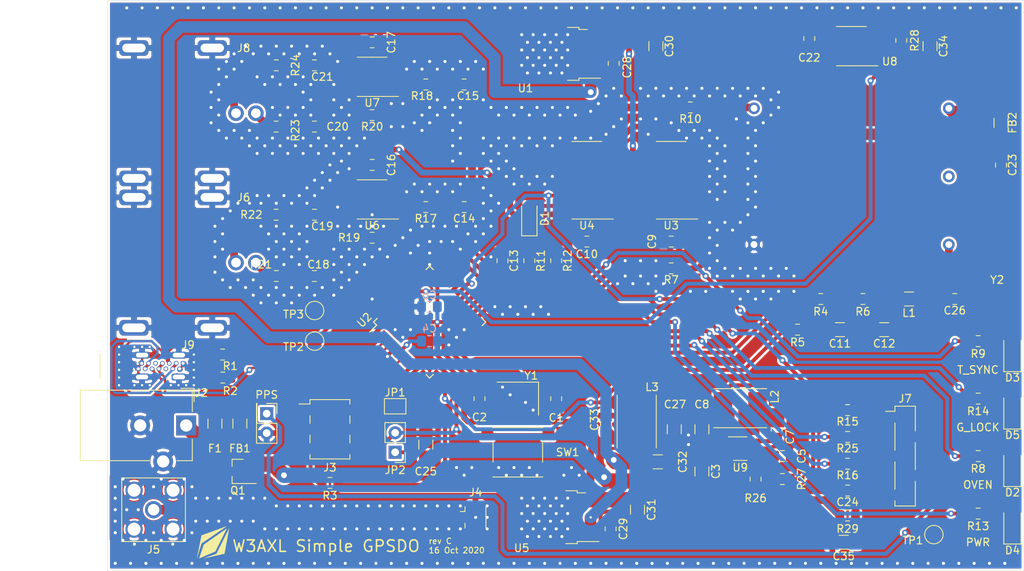
<source format=kicad_pcb>
(kicad_pcb (version 20171130) (host pcbnew "(5.1.6)-1")
  (title_block (title "Simple GPSDO") (date 2020-09-23) (rev C) (company W3AXL))
  (layers (0 F.Cu signal) (31 B.Cu signal) (34 B.Paste user) (35 F.Paste user) (36 B.SilkS user) (37 F.SilkS user) (38 B.Mask user) (39 F.Mask user) (44 Edge.Cuts user))
  (net 0 "")
  (net 1 GND)
  (net 2 "Net-(C14-Pad1)")
  (net 3 10MHz)
  (net 4 "Net-(C15-Pad1)")
  (net 5 "Net-(C18-Pad2)")
  (net 6 "Net-(C18-Pad1)")
  (net 7 "Net-(C19-Pad1)")
  (net 8 "Net-(C20-Pad2)")
  (net 9 "Net-(C20-Pad1)")
  (net 10 "Net-(C21-Pad1)")
  (net 11 "Net-(D1-Pad1)")
  (net 12 "Net-(D1-Pad2)")
  (net 13 "Net-(D2-Pad2)")
  (net 14 "Net-(D3-Pad2)")
  (net 15 "Net-(D4-Pad2)")
  (net 16 "Net-(D5-Pad2)")
  (net 17 "Net-(F1-Pad2)")
  (net 18 ISP_MISO)
  (net 19 "Net-(J3-Pad2)")
  (net 20 ISP_SCK)
  (net 21 ISP_MOSI)
  (net 22 ~RST)
  (net 23 "Net-(J4-Pad1)")
  (net 24 "Net-(J6-Pad1)")
  (net 25 GPS_PPS)
  (net 26 GPS_RX)
  (net 27 GPS_TX)
  (net 28 OVEN_TEMP)
  (net 29 POWER_OK)
  (net 30 GPS_LOCK)
  (net 31 "Net-(R17-Pad1)")
  (net 32 "Net-(R18-Pad1)")
  (net 33 "Net-(U2-Pad1)")
  (net 34 "Net-(U2-Pad2)")
  (net 35 "Net-(U2-Pad8)")
  (net 36 "Net-(U2-Pad19)")
  (net 37 "Net-(U2-Pad30)")
  (net 38 5MHz)
  (net 39 "Net-(U2-Pad33)")
  (net 40 "Net-(U2-Pad40)")
  (net 41 "Net-(U2-Pad41)")
  (net 42 "Net-(U6-Pad1)")
  (net 43 "Net-(U6-Pad5)")
  (net 44 "Net-(U6-Pad8)")
  (net 45 "Net-(U7-Pad8)")
  (net 46 "Net-(U7-Pad5)")
  (net 47 "Net-(U7-Pad1)")
  (net 48 "Net-(F1-Pad1)")
  (net 49 "Net-(C3-Pad1)")
  (net 50 "Net-(C4-Pad2)")
  (net 51 +5VD)
  (net 52 +5VA)
  (net 53 "Net-(C11-Pad1)")
  (net 54 OSC_CTRL)
  (net 55 ADC0)
  (net 56 "Net-(C25-Pad1)")
  (net 57 "Net-(C26-Pad2)")
  (net 58 "Net-(FB2-Pad2)")
  (net 59 "Net-(J6-Pad2)")
  (net 60 "Net-(J7-Pad1)")
  (net 61 "Net-(J7-Pad3)")
  (net 62 "Net-(J7-Pad2)")
  (net 63 "Net-(J8-Pad2)")
  (net 64 "Net-(J8-Pad1)")
  (net 65 /PWM_D3)
  (net 66 /PWM_D11)
  (net 67 "Net-(R7-Pad2)")
  (net 68 TIME_LOCK)
  (net 69 "Net-(R10-Pad2)")
  (net 70 ADC3)
  (net 71 ADC1)
  (net 72 "Net-(U2-Pad29)")
  (net 73 /ADC2)
  (net 74 /1MHz)
  (net 75 "Net-(U8-Pad2)")
  (net 76 "Net-(U8-Pad3)")
  (net 77 "Net-(U8-Pad5)")
  (net 78 "Net-(U8-Pad6)")
  (net 79 "Net-(U8-Pad7)")
  (net 80 "Net-(Y2-Pad2)")
  (net 81 "Net-(J9-PadA4)")
  (net 82 "Net-(J9-PadA7)")
  (net 83 "Net-(J9-PadA6)")
  (net 84 "Net-(J9-PadB5)")
  (net 85 "Net-(J9-PadA5)")
  (net 86 "Net-(R1-Pad1)")
  (net 87 "Net-(R2-Pad2)")
  (net 88 XTAL1)
  (net 89 XTAL2)
  (net 90 "Net-(C5-Pad2)")
  (net 91 "Net-(C7-Pad1)")
  (net 92 "Net-(C27-Pad1)")
  (net 93 "Net-(R26-Pad1)")
  (net 94 "Net-(C7-Pad2)")
  (net 95 +6V)
  (net 96 "Net-(FB1-Pad2)")
  (net 97 "Net-(C24-Pad2)")
  (net 98 "Net-(R28-Pad2)")
  (net 99 "Net-(U2-Pad27)")
  (module w3axl-logos:logo-4.2x4.2 (layer F.Cu) (at 88.75 145.75)
    (fp_text reference G*** hide)
    (fp_text value LOGO hide)
  )
  (module Bliley:CO-08 (layer F.Cu) (at 172 98 180)
    (fp_text reference Y2 (at -19 -13.5) (layer F.SilkS))
    (fp_text value NV47X)
    (pad 1 thru_hole circle (at -12.7 -8.89 180) (size 1.524 1.524) (drill 0.889) (layers *.Cu *.Mask) (net 57 "Net-(C26-Pad2)"))
    (pad 2 thru_hole circle (at -12.7 0 180) (size 1.524 1.524) (drill 0.889) (layers *.Cu *.Mask) (net 80 "Net-(Y2-Pad2)"))
    (pad 3 thru_hole circle (at -12.7 8.89 180) (size 1.524 1.524) (drill 0.889) (layers *.Cu *.Mask) (net 58 "Net-(FB2-Pad2)"))
    (pad 4 thru_hole circle (at 12.7 8.89 180) (size 1.524 1.524) (drill 0.889) (layers *.Cu *.Mask) (net 69 "Net-(R10-Pad2)"))
    (pad 5 thru_hole circle (at 12.7 -8.89 180) (size 1.524 1.524) (drill 0.889) (layers *.Cu *.Mask) (net 1 GND))
  )
  (module Package_SO:SOIC-16_3.9x9.9mm_P1.27mm (layer F.Cu) (at 148.5 98.5 180)
    (fp_text reference U3 (at 0 -5.9) (layer F.SilkS))
    (fp_text value MC74HC390)
    (pad 16 smd roundrect (at 2.475 -4.445 180) (size 1.95 0.6) (layers F.Cu F.Paste F.Mask) (net 52 +5VA))
    (pad 15 smd roundrect (at 2.475 -3.175 180) (size 1.95 0.6) (layers F.Cu F.Paste F.Mask) (net 1 GND))
    (pad 14 smd roundrect (at 2.475 -1.905 180) (size 1.95 0.6) (layers F.Cu F.Paste F.Mask) (net 1 GND))
    (pad 13 smd roundrect (at 2.475 -0.635 180) (size 1.95 0.6) (layers F.Cu F.Paste F.Mask))
    (pad 12 smd roundrect (at 2.475 0.635 180) (size 1.95 0.6) (layers F.Cu F.Paste F.Mask) (net 1 GND))
    (pad 11 smd roundrect (at 2.475 1.905 180) (size 1.95 0.6) (layers F.Cu F.Paste F.Mask))
    (pad 10 smd roundrect (at 2.475 3.175 180) (size 1.95 0.6) (layers F.Cu F.Paste F.Mask))
    (pad 9 smd roundrect (at 2.475 4.445 180) (size 1.95 0.6) (layers F.Cu F.Paste F.Mask))
    (pad 8 smd roundrect (at -2.475 4.445 180) (size 1.95 0.6) (layers F.Cu F.Paste F.Mask) (net 1 GND))
    (pad 7 smd roundrect (at -2.475 3.175 180) (size 1.95 0.6) (layers F.Cu F.Paste F.Mask) (net 74 /1MHz))
    (pad 6 smd roundrect (at -2.475 1.905 180) (size 1.95 0.6) (layers F.Cu F.Paste F.Mask))
    (pad 5 smd roundrect (at -2.475 0.635 180) (size 1.95 0.6) (layers F.Cu F.Paste F.Mask))
    (pad 4 smd roundrect (at -2.475 -0.635 180) (size 1.95 0.6) (layers F.Cu F.Paste F.Mask) (net 67 "Net-(R7-Pad2)"))
    (pad 3 smd roundrect (at -2.475 -1.905 180) (size 1.95 0.6) (layers F.Cu F.Paste F.Mask) (net 67 "Net-(R7-Pad2)"))
    (pad 2 smd roundrect (at -2.475 -3.175 180) (size 1.95 0.6) (layers F.Cu F.Paste F.Mask) (net 1 GND))
    (pad 1 smd roundrect (at -2.475 -4.445 180) (size 1.95 0.6) (layers F.Cu F.Paste F.Mask) (net 3 10MHz))
  )
  (module Capacitor_SMD:C_0805_2012Metric_Pad1.15x1.40mm_HandSolder (layer F.Cu) (at 133.5 127 90)
    (fp_text reference C1 (at -2.5 0 180) (layer F.SilkS))
    (fp_text value 6.8pF)
    (pad 2 smd roundrect (at 1.025 0 90) (size 1.15 1.4) (layers F.Cu F.Paste F.Mask) (roundrect_rratio 0.217391) (net 88 XTAL1))
    (pad 1 smd roundrect (at -1.025 0 90) (size 1.15 1.4) (layers F.Cu F.Paste F.Mask) (roundrect_rratio 0.217391) (net 1 GND))
  )
  (module Capacitor_SMD:C_0805_2012Metric_Pad1.15x1.40mm_HandSolder (layer F.Cu) (at 123.5 127 90)
    (fp_text reference C2 (at -2.439213 0 180) (layer F.SilkS))
    (fp_text value 6.8pF)
    (pad 1 smd roundrect (at -1.025 0 90) (size 1.15 1.4) (layers F.Cu F.Paste F.Mask) (roundrect_rratio 0.217391) (net 1 GND))
    (pad 2 smd roundrect (at 1.025 0 90) (size 1.15 1.4) (layers F.Cu F.Paste F.Mask) (roundrect_rratio 0.217391) (net 89 XTAL2))
  )
  (module Capacitor_SMD:C_0805_2012Metric_Pad1.15x1.40mm_HandSolder (layer B.Cu) (at 116.975 119.5 180)
    (fp_text reference C4 (at 0 1.65) (layer B.SilkS) (effects (justify mirror)))
    (fp_text value 1uF)
    (pad 1 smd roundrect (at -1.025 0 180) (size 1.15 1.4) (layers B.Cu B.Paste B.Mask) (roundrect_rratio 0.217391) (net 1 GND))
    (pad 2 smd roundrect (at 1.025 0 180) (size 1.15 1.4) (layers B.Cu B.Paste B.Mask) (roundrect_rratio 0.217391) (net 50 "Net-(C4-Pad2)"))
  )
  (module Capacitor_SMD:C_0805_2012Metric_Pad1.15x1.40mm_HandSolder (layer B.Cu) (at 116.975 115)
    (fp_text reference C6 (at 0 -1.5) (layer B.SilkS) (effects (justify mirror)))
    (fp_text value 0.1uF)
    (pad 2 smd roundrect (at 1.025 0) (size 1.15 1.4) (layers B.Cu B.Paste B.Mask) (roundrect_rratio 0.217391) (net 51 +5VD))
    (pad 1 smd roundrect (at -1.025 0) (size 1.15 1.4) (layers B.Cu B.Paste B.Mask) (roundrect_rratio 0.217391) (net 1 GND))
  )
  (module Capacitor_SMD:C_0805_2012Metric_Pad1.15x1.40mm_HandSolder (layer F.Cu) (at 148.5 106.5 180)
    (fp_text reference C9 (at 2.5 0 90) (layer F.SilkS))
    (fp_text value 0.1uF)
    (pad 1 smd roundrect (at -1.025 0 180) (size 1.15 1.4) (layers F.Cu F.Paste F.Mask) (roundrect_rratio 0.217391) (net 1 GND))
    (pad 2 smd roundrect (at 1.025 0 180) (size 1.15 1.4) (layers F.Cu F.Paste F.Mask) (roundrect_rratio 0.217391) (net 52 +5VA))
  )
  (module Capacitor_SMD:C_0805_2012Metric_Pad1.15x1.40mm_HandSolder (layer F.Cu) (at 137.5 106.5 180)
    (fp_text reference C10 (at 0 -1.65 180) (layer F.SilkS))
    (fp_text value 0.1uF)
    (pad 2 smd roundrect (at 1.025 0 180) (size 1.15 1.4) (layers F.Cu F.Paste F.Mask) (roundrect_rratio 0.217391) (net 52 +5VA))
    (pad 1 smd roundrect (at -1.025 0 180) (size 1.15 1.4) (layers F.Cu F.Paste F.Mask) (roundrect_rratio 0.217391) (net 1 GND))
  )
  (module Capacitor_SMD:C_0805_2012Metric_Pad1.15x1.40mm_HandSolder (layer F.Cu) (at 126.5 109 270)
    (fp_text reference C13 (at 0 -1.5 270) (layer F.SilkS))
    (fp_text value 1nF)
    (pad 2 smd roundrect (at 1.025 0 270) (size 1.15 1.4) (layers F.Cu F.Paste F.Mask) (roundrect_rratio 0.217391) (net 55 ADC0))
    (pad 1 smd roundrect (at -1.025 0 270) (size 1.15 1.4) (layers F.Cu F.Paste F.Mask) (roundrect_rratio 0.217391) (net 1 GND))
  )
  (module Capacitor_SMD:C_0805_2012Metric_Pad1.15x1.40mm_HandSolder (layer F.Cu) (at 121.5 102)
    (fp_text reference C14 (at 0 1.5) (layer F.SilkS))
    (fp_text value 0.1uF)
    (pad 1 smd roundrect (at -1.025 0) (size 1.15 1.4) (layers F.Cu F.Paste F.Mask) (roundrect_rratio 0.217391) (net 2 "Net-(C14-Pad1)"))
    (pad 2 smd roundrect (at 1.025 0) (size 1.15 1.4) (layers F.Cu F.Paste F.Mask) (roundrect_rratio 0.217391) (net 3 10MHz))
  )
  (module Capacitor_SMD:C_0805_2012Metric_Pad1.15x1.40mm_HandSolder (layer F.Cu) (at 121.5 86)
    (fp_text reference C15 (at 0.5 1.5) (layer F.SilkS))
    (fp_text value 0.1uF)
    (pad 2 smd roundrect (at 1.025 0) (size 1.15 1.4) (layers F.Cu F.Paste F.Mask) (roundrect_rratio 0.217391) (net 3 10MHz))
    (pad 1 smd roundrect (at -1.025 0) (size 1.15 1.4) (layers F.Cu F.Paste F.Mask) (roundrect_rratio 0.217391) (net 4 "Net-(C15-Pad1)"))
  )
  (module Capacitor_SMD:C_0805_2012Metric_Pad1.15x1.40mm_HandSolder (layer F.Cu) (at 109.5 96.5 180)
    (fp_text reference C16 (at -2.5 0 90) (layer F.SilkS))
    (fp_text value 0.1uF)
    (pad 2 smd roundrect (at 1.025 0 180) (size 1.15 1.4) (layers F.Cu F.Paste F.Mask) (roundrect_rratio 0.217391) (net 52 +5VA))
    (pad 1 smd roundrect (at -1.025 0 180) (size 1.15 1.4) (layers F.Cu F.Paste F.Mask) (roundrect_rratio 0.217391) (net 1 GND))
  )
  (module Capacitor_SMD:C_0805_2012Metric_Pad1.15x1.40mm_HandSolder (layer F.Cu) (at 109.5 80.5 180)
    (fp_text reference C17 (at -2.5 0 90) (layer F.SilkS))
    (fp_text value 0.1uF)
    (pad 1 smd roundrect (at -1.025 0 180) (size 1.15 1.4) (layers F.Cu F.Paste F.Mask) (roundrect_rratio 0.217391) (net 1 GND))
    (pad 2 smd roundrect (at 1.025 0 180) (size 1.15 1.4) (layers F.Cu F.Paste F.Mask) (roundrect_rratio 0.217391) (net 52 +5VA))
  )
  (module Capacitor_SMD:C_0805_2012Metric_Pad1.15x1.40mm_HandSolder (layer F.Cu) (at 101.975 111)
    (fp_text reference C18 (at 0.525 -1.5) (layer F.SilkS))
    (fp_text value 0.1uF)
    (pad 2 smd roundrect (at 1.025 0) (size 1.15 1.4) (layers F.Cu F.Paste F.Mask) (roundrect_rratio 0.217391) (net 5 "Net-(C18-Pad2)"))
    (pad 1 smd roundrect (at -1.025 0) (size 1.15 1.4) (layers F.Cu F.Paste F.Mask) (roundrect_rratio 0.217391) (net 6 "Net-(C18-Pad1)"))
  )
  (module Capacitor_SMD:C_0805_2012Metric_Pad1.15x1.40mm_HandSolder (layer F.Cu) (at 101.975 103)
    (fp_text reference C19 (at 1.025 1.5) (layer F.SilkS))
    (fp_text value 0.1uF)
    (pad 1 smd roundrect (at -1.025 0) (size 1.15 1.4) (layers F.Cu F.Paste F.Mask) (roundrect_rratio 0.217391) (net 7 "Net-(C19-Pad1)"))
    (pad 2 smd roundrect (at 1.025 0) (size 1.15 1.4) (layers F.Cu F.Paste F.Mask) (roundrect_rratio 0.217391) (net 5 "Net-(C18-Pad2)"))
  )
  (module Capacitor_SMD:C_0805_2012Metric_Pad1.15x1.40mm_HandSolder (layer F.Cu) (at 101.975 91.5)
    (fp_text reference C20 (at 3.025 0 180) (layer F.SilkS))
    (fp_text value 0.1uF)
    (pad 2 smd roundrect (at 1.025 0) (size 1.15 1.4) (layers F.Cu F.Paste F.Mask) (roundrect_rratio 0.217391) (net 8 "Net-(C20-Pad2)"))
    (pad 1 smd roundrect (at -1.025 0) (size 1.15 1.4) (layers F.Cu F.Paste F.Mask) (roundrect_rratio 0.217391) (net 9 "Net-(C20-Pad1)"))
  )
  (module Capacitor_SMD:C_0805_2012Metric_Pad1.15x1.40mm_HandSolder (layer F.Cu) (at 101.975 83.5)
    (fp_text reference C21 (at 1.025 1.5) (layer F.SilkS))
    (fp_text value 0.1uF)
    (pad 1 smd roundrect (at -1.025 0) (size 1.15 1.4) (layers F.Cu F.Paste F.Mask) (roundrect_rratio 0.217391) (net 10 "Net-(C21-Pad1)"))
    (pad 2 smd roundrect (at 1.025 0) (size 1.15 1.4) (layers F.Cu F.Paste F.Mask) (roundrect_rratio 0.217391) (net 8 "Net-(C20-Pad2)"))
  )
  (module Diode_SMD:D_SOD-123 (layer F.Cu) (at 130 103.5 90)
    (fp_text reference D1 (at 0 2 90) (layer F.SilkS))
    (fp_text value 1N5711)
    (pad 1 smd rect (at -1.65 0 90) (size 0.9 1.2) (layers F.Cu F.Paste F.Mask) (net 11 "Net-(D1-Pad1)"))
    (pad 2 smd rect (at 1.65 0 90) (size 0.9 1.2) (layers F.Cu F.Paste F.Mask) (net 12 "Net-(D1-Pad2)"))
  )
  (module Fuse:Fuse_1206_3216Metric_Pad1.42x1.75mm_HandSolder (layer F.Cu) (at 89 130.2625 270)
    (fp_text reference F1 (at 3.2375 0 180) (layer F.SilkS))
    (fp_text value 3A)
    (pad 1 smd roundrect (at -1.4875 0 270) (size 1.425 1.75) (layers F.Cu F.Paste F.Mask) (roundrect_rratio 0.175439) (net 48 "Net-(F1-Pad1)"))
    (pad 2 smd roundrect (at 1.4875 0 270) (size 1.425 1.75) (layers F.Cu F.Paste F.Mask) (roundrect_rratio 0.175439) (net 17 "Net-(F1-Pad2)"))
  )
  (module Connector_BarrelJack:BarrelJack_CUI_PJ-102AH_Horizontal (layer F.Cu) (at 85.25 130.5 270)
    (fp_text reference J2 (at -4.25 -2) (layer F.SilkS))
    (fp_text value PWR)
    (pad 1 thru_hole rect (at 0 0 270) (size 2.6 2.6) (drill 1.6) (layers *.Cu *.Mask) (net 17 "Net-(F1-Pad2)"))
    (pad 2 thru_hole circle (at 0 6 270) (size 2.6 2.6) (drill 1.6) (layers *.Cu *.Mask) (net 1 GND))
    (pad 3 thru_hole circle (at 4.7 3 270) (size 2.6 2.6) (drill 1.6) (layers *.Cu *.Mask) (net 1 GND))
  )
  (module Connector_PinHeader_2.54mm:PinHeader_2x03_P2.54mm_Vertical_SMD (layer F.Cu) (at 104 131)
    (fp_text reference J3 (at 0 5) (layer F.SilkS))
    (fp_text value ISP)
    (pad 1 smd rect (at -2.525 -2.54) (size 3.15 1) (layers F.Cu F.Paste F.Mask) (net 18 ISP_MISO))
    (pad 2 smd rect (at 2.525 -2.54) (size 3.15 1) (layers F.Cu F.Paste F.Mask) (net 19 "Net-(J3-Pad2)"))
    (pad 3 smd rect (at -2.525 0) (size 3.15 1) (layers F.Cu F.Paste F.Mask) (net 20 ISP_SCK))
    (pad 4 smd rect (at 2.525 0) (size 3.15 1) (layers F.Cu F.Paste F.Mask) (net 21 ISP_MOSI))
    (pad 5 smd rect (at -2.525 2.54) (size 3.15 1) (layers F.Cu F.Paste F.Mask) (net 22 ~RST))
    (pad 6 smd rect (at 2.525 2.54) (size 3.15 1) (layers F.Cu F.Paste F.Mask) (net 1 GND))
  )
  (module Connector_Coaxial:U.FL_Hirose_U.FL-R-SMT-1_Vertical (layer F.Cu) (at 122.5 142.5)
    (fp_text reference J4 (at 0.5 -3.25) (layer F.SilkS))
    (fp_text value GPS_NEO)
    (pad 2 smd rect (at 0.475 1.475) (size 2.2 1.05) (layers F.Cu F.Paste F.Mask) (net 1 GND))
    (pad 1 smd rect (at -1.05 0) (size 1.05 1) (layers F.Cu F.Paste F.Mask) (net 23 "Net-(J4-Pad1)"))
    (pad 2 smd rect (at 0.475 -1.475) (size 2.2 1.05) (layers F.Cu F.Paste F.Mask) (net 1 GND))
  )
  (module Connector_Coaxial:SMA_Amphenol_132203-12_Horizontal (layer F.Cu) (at 81 141.5 90)
    (fp_text reference J5 (at -5.2 0) (layer F.SilkS))
    (fp_text value GPS_IN)
    (pad 2 thru_hole circle (at -2.54 2.54 90) (size 2.25 2.25) (drill 1.7) (layers *.Cu *.Mask) (net 1 GND))
    (pad 2 thru_hole circle (at -2.54 -2.54 90) (size 2.25 2.25) (drill 1.7) (layers *.Cu *.Mask) (net 1 GND))
    (pad 2 thru_hole circle (at 2.54 -2.54 90) (size 2.25 2.25) (drill 1.7) (layers *.Cu *.Mask) (net 1 GND))
    (pad 2 thru_hole circle (at 2.54 2.54 180) (size 2.25 2.25) (drill 1.7) (layers *.Cu *.Mask) (net 1 GND))
    (pad 1 thru_hole circle (at 0 0 90) (size 2.25 2.25) (drill 1.5) (layers *.Cu *.Mask) (net 23 "Net-(J4-Pad1)"))
  )
  (module Jumper:SolderJumper-2_P1.3mm_Open_Pad1.0x1.5mm (layer F.Cu) (at 112.5 128)
    (fp_text reference JP1 (at 0 -1.8) (layer F.SilkS))
    (fp_text value ISP_VCC)
    (pad 2 smd rect (at 0.65 0) (size 1 1.5) (layers F.Cu F.Mask) (net 51 +5VD))
    (pad 1 smd rect (at -0.65 0) (size 1 1.5) (layers F.Cu F.Mask) (net 19 "Net-(J3-Pad2)"))
  )
  (module Resistor_SMD:R_0805_2012Metric_Pad1.15x1.40mm_HandSolder (layer F.Cu) (at 90 121.25 180)
    (fp_text reference R1 (at -1 -1.5) (layer F.SilkS))
    (fp_text value 22R)
    (pad 2 smd roundrect (at 1.025 0 180) (size 1.15 1.4) (layers F.Cu F.Paste F.Mask) (roundrect_rratio 0.217391) (net 82 "Net-(J9-PadA7)"))
    (pad 1 smd roundrect (at -1.025 0 180) (size 1.15 1.4) (layers F.Cu F.Paste F.Mask) (roundrect_rratio 0.217391) (net 86 "Net-(R1-Pad1)"))
  )
  (module Resistor_SMD:R_0805_2012Metric_Pad1.15x1.40mm_HandSolder (layer F.Cu) (at 90.025 124.25)
    (fp_text reference R2 (at 0.975 1.75) (layer F.SilkS))
    (fp_text value 22R)
    (pad 1 smd roundrect (at -1.025 0) (size 1.15 1.4) (layers F.Cu F.Paste F.Mask) (roundrect_rratio 0.217391) (net 83 "Net-(J9-PadA6)"))
    (pad 2 smd roundrect (at 1.025 0) (size 1.15 1.4) (layers F.Cu F.Paste F.Mask) (roundrect_rratio 0.217391) (net 87 "Net-(R2-Pad2)"))
  )
  (module Resistor_SMD:R_0805_2012Metric_Pad1.15x1.40mm_HandSolder (layer F.Cu) (at 104 138 180)
    (fp_text reference R3 (at 0 -1.65) (layer F.SilkS))
    (fp_text value 10k)
    (pad 2 smd roundrect (at 1.025 0 180) (size 1.15 1.4) (layers F.Cu F.Paste F.Mask) (roundrect_rratio 0.217391) (net 22 ~RST))
    (pad 1 smd roundrect (at -1.025 0 180) (size 1.15 1.4) (layers F.Cu F.Paste F.Mask) (roundrect_rratio 0.217391) (net 51 +5VD))
  )
  (module Resistor_SMD:R_0805_2012Metric_Pad1.15x1.40mm_HandSolder (layer F.Cu) (at 188.525 134.5 180)
    (fp_text reference R8 (at 0 -1.65) (layer F.SilkS))
    (fp_text value 470)
    (pad 2 smd roundrect (at 1.025 0 180) (size 1.15 1.4) (layers F.Cu F.Paste F.Mask) (roundrect_rratio 0.217391) (net 28 OVEN_TEMP))
    (pad 1 smd roundrect (at -1.025 0 180) (size 1.15 1.4) (layers F.Cu F.Paste F.Mask) (roundrect_rratio 0.217391) (net 13 "Net-(D2-Pad2)"))
  )
  (module Resistor_SMD:R_0805_2012Metric_Pad1.15x1.40mm_HandSolder (layer F.Cu) (at 188.525 119.5 180)
    (fp_text reference R9 (at 0 -1.65) (layer F.SilkS))
    (fp_text value 470)
    (pad 2 smd roundrect (at 1.025 0 180) (size 1.15 1.4) (layers F.Cu F.Paste F.Mask) (roundrect_rratio 0.217391) (net 68 TIME_LOCK))
    (pad 1 smd roundrect (at -1.025 0 180) (size 1.15 1.4) (layers F.Cu F.Paste F.Mask) (roundrect_rratio 0.217391) (net 14 "Net-(D3-Pad2)"))
  )
  (module Resistor_SMD:R_0805_2012Metric_Pad1.15x1.40mm_HandSolder (layer F.Cu) (at 130 109 270)
    (fp_text reference R11 (at 0 -1.5 90) (layer F.SilkS))
    (fp_text value 3k9)
    (pad 1 smd roundrect (at -1.025 0 270) (size 1.15 1.4) (layers F.Cu F.Paste F.Mask) (roundrect_rratio 0.217391) (net 11 "Net-(D1-Pad1)"))
    (pad 2 smd roundrect (at 1.025 0 270) (size 1.15 1.4) (layers F.Cu F.Paste F.Mask) (roundrect_rratio 0.217391) (net 55 ADC0))
  )
  (module Resistor_SMD:R_0805_2012Metric_Pad1.15x1.40mm_HandSolder (layer F.Cu) (at 133.5 109 90)
    (fp_text reference R12 (at 0 1.5 90) (layer F.SilkS))
    (fp_text value 10M)
    (pad 2 smd roundrect (at 1.025 0 90) (size 1.15 1.4) (layers F.Cu F.Paste F.Mask) (roundrect_rratio 0.217391) (net 1 GND))
    (pad 1 smd roundrect (at -1.025 0 90) (size 1.15 1.4) (layers F.Cu F.Paste F.Mask) (roundrect_rratio 0.217391) (net 55 ADC0))
  )
  (module Resistor_SMD:R_0805_2012Metric_Pad1.15x1.40mm_HandSolder (layer F.Cu) (at 188.525 142 180)
    (fp_text reference R13 (at 0 -1.65) (layer F.SilkS))
    (fp_text value 470)
    (pad 2 smd roundrect (at 1.025 0 180) (size 1.15 1.4) (layers F.Cu F.Paste F.Mask) (roundrect_rratio 0.217391) (net 29 POWER_OK))
    (pad 1 smd roundrect (at -1.025 0 180) (size 1.15 1.4) (layers F.Cu F.Paste F.Mask) (roundrect_rratio 0.217391) (net 15 "Net-(D4-Pad2)"))
  )
  (module Resistor_SMD:R_0805_2012Metric_Pad1.15x1.40mm_HandSolder (layer F.Cu) (at 188.525 127 180)
    (fp_text reference R14 (at 0 -1.65) (layer F.SilkS))
    (fp_text value 470)
    (pad 1 smd roundrect (at -1.025 0 180) (size 1.15 1.4) (layers F.Cu F.Paste F.Mask) (roundrect_rratio 0.217391) (net 16 "Net-(D5-Pad2)"))
    (pad 2 smd roundrect (at 1.025 0 180) (size 1.15 1.4) (layers F.Cu F.Paste F.Mask) (roundrect_rratio 0.217391) (net 30 GPS_LOCK))
  )
  (module Resistor_SMD:R_0805_2012Metric_Pad1.15x1.40mm_HandSolder (layer F.Cu) (at 116.5 102)
    (fp_text reference R17 (at 0 1.5) (layer F.SilkS))
    (fp_text value 10k)
    (pad 1 smd roundrect (at -1.025 0) (size 1.15 1.4) (layers F.Cu F.Paste F.Mask) (roundrect_rratio 0.217391) (net 31 "Net-(R17-Pad1)"))
    (pad 2 smd roundrect (at 1.025 0) (size 1.15 1.4) (layers F.Cu F.Paste F.Mask) (roundrect_rratio 0.217391) (net 2 "Net-(C14-Pad1)"))
  )
  (module Resistor_SMD:R_0805_2012Metric_Pad1.15x1.40mm_HandSolder (layer F.Cu) (at 116.5 86)
    (fp_text reference R18 (at -0.5 1.5) (layer F.SilkS))
    (fp_text value 10k)
    (pad 2 smd roundrect (at 1.025 0) (size 1.15 1.4) (layers F.Cu F.Paste F.Mask) (roundrect_rratio 0.217391) (net 4 "Net-(C15-Pad1)"))
    (pad 1 smd roundrect (at -1.025 0) (size 1.15 1.4) (layers F.Cu F.Paste F.Mask) (roundrect_rratio 0.217391) (net 32 "Net-(R18-Pad1)"))
  )
  (module Resistor_SMD:R_0805_2012Metric_Pad1.15x1.40mm_HandSolder (layer F.Cu) (at 109.5 106)
    (fp_text reference R19 (at -3 0 180) (layer F.SilkS))
    (fp_text value 10k)
    (pad 2 smd roundrect (at 1.025 0) (size 1.15 1.4) (layers F.Cu F.Paste F.Mask) (roundrect_rratio 0.217391) (net 31 "Net-(R17-Pad1)"))
    (pad 1 smd roundrect (at -1.025 0) (size 1.15 1.4) (layers F.Cu F.Paste F.Mask) (roundrect_rratio 0.217391) (net 5 "Net-(C18-Pad2)"))
  )
  (module Resistor_SMD:R_0805_2012Metric_Pad1.15x1.40mm_HandSolder (layer F.Cu) (at 109.5 90)
    (fp_text reference R20 (at 0 1.5) (layer F.SilkS))
    (fp_text value 10k)
    (pad 1 smd roundrect (at -1.025 0) (size 1.15 1.4) (layers F.Cu F.Paste F.Mask) (roundrect_rratio 0.217391) (net 8 "Net-(C20-Pad2)"))
    (pad 2 smd roundrect (at 1.025 0) (size 1.15 1.4) (layers F.Cu F.Paste F.Mask) (roundrect_rratio 0.217391) (net 32 "Net-(R18-Pad1)"))
  )
  (module Resistor_SMD:R_0805_2012Metric_Pad1.15x1.40mm_HandSolder (layer F.Cu) (at 97 111)
    (fp_text reference R21 (at -2 -1.5) (layer F.SilkS))
    (fp_text value 50R)
    (pad 1 smd roundrect (at -1.025 0) (size 1.15 1.4) (layers F.Cu F.Paste F.Mask) (roundrect_rratio 0.217391) (net 24 "Net-(J6-Pad1)"))
    (pad 2 smd roundrect (at 1.025 0) (size 1.15 1.4) (layers F.Cu F.Paste F.Mask) (roundrect_rratio 0.217391) (net 6 "Net-(C18-Pad1)"))
  )
  (module Resistor_SMD:R_0805_2012Metric_Pad1.15x1.40mm_HandSolder (layer F.Cu) (at 96.975 103)
    (fp_text reference R22 (at -3.225 0 180) (layer F.SilkS))
    (fp_text value 50R)
    (pad 2 smd roundrect (at 1.025 0) (size 1.15 1.4) (layers F.Cu F.Paste F.Mask) (roundrect_rratio 0.217391) (net 7 "Net-(C19-Pad1)"))
    (pad 1 smd roundrect (at -1.025 0) (size 1.15 1.4) (layers F.Cu F.Paste F.Mask) (roundrect_rratio 0.217391) (net 59 "Net-(J6-Pad2)"))
  )
  (module Resistor_SMD:R_0805_2012Metric_Pad1.15x1.40mm_HandSolder (layer F.Cu) (at 96.975 91.5)
    (fp_text reference R23 (at 2.525 0.5 90) (layer F.SilkS))
    (fp_text value 50R)
    (pad 1 smd roundrect (at -1.025 0) (size 1.15 1.4) (layers F.Cu F.Paste F.Mask) (roundrect_rratio 0.217391) (net 64 "Net-(J8-Pad1)"))
    (pad 2 smd roundrect (at 1.025 0) (size 1.15 1.4) (layers F.Cu F.Paste F.Mask) (roundrect_rratio 0.217391) (net 9 "Net-(C20-Pad1)"))
  )
  (module Resistor_SMD:R_0805_2012Metric_Pad1.15x1.40mm_HandSolder (layer F.Cu) (at 97 83.5)
    (fp_text reference R24 (at 2.5 0 90) (layer F.SilkS))
    (fp_text value 50R)
    (pad 2 smd roundrect (at 1.025 0) (size 1.15 1.4) (layers F.Cu F.Paste F.Mask) (roundrect_rratio 0.217391) (net 10 "Net-(C21-Pad1)"))
    (pad 1 smd roundrect (at -1.025 0) (size 1.15 1.4) (layers F.Cu F.Paste F.Mask) (roundrect_rratio 0.217391) (net 63 "Net-(J8-Pad2)"))
  )
  (module Button_Switch_SMD:SW_SPST_PTS645 (layer F.Cu) (at 128.5 134 180)
    (fp_text reference SW1 (at -6.5 0) (layer F.SilkS))
    (fp_text value RST)
    (pad 2 smd rect (at -3.98 2.25 180) (size 1.55 1.3) (layers F.Cu F.Paste F.Mask) (net 22 ~RST))
    (pad 1 smd rect (at -3.98 -2.25 180) (size 1.55 1.3) (layers F.Cu F.Paste F.Mask) (net 1 GND))
    (pad 1 smd rect (at 3.98 -2.25 180) (size 1.55 1.3) (layers F.Cu F.Paste F.Mask) (net 1 GND))
    (pad 2 smd rect (at 3.98 2.25 180) (size 1.55 1.3) (layers F.Cu F.Paste F.Mask) (net 22 ~RST))
  )
  (module Package_QFP:TQFP-44_10x10mm_P0.8mm (layer F.Cu) (at 117 117 45)
    (fp_text reference U2 (at -5.833631 -6.187184 45) (layer F.SilkS))
    (fp_text value ATmega32U4-AU)
    (pad 1 smd rect (at -5.7 -4 45) (size 1.5 0.55) (layers F.Cu F.Paste F.Mask) (net 33 "Net-(U2-Pad1)"))
    (pad 2 smd rect (at -5.7 -3.2 45) (size 1.5 0.55) (layers F.Cu F.Paste F.Mask) (net 34 "Net-(U2-Pad2)"))
    (pad 3 smd rect (at -5.7 -2.4 45) (size 1.5 0.55) (layers F.Cu F.Paste F.Mask) (net 86 "Net-(R1-Pad1)"))
    (pad 4 smd rect (at -5.7 -1.6 45) (size 1.5 0.55) (layers F.Cu F.Paste F.Mask) (net 87 "Net-(R2-Pad2)"))
    (pad 5 smd rect (at -5.7 -0.8 45) (size 1.5 0.55) (layers F.Cu F.Paste F.Mask) (net 1 GND))
    (pad 6 smd rect (at -5.7 0 45) (size 1.5 0.55) (layers F.Cu F.Paste F.Mask) (net 50 "Net-(C4-Pad2)"))
    (pad 7 smd rect (at -5.7 0.8 45) (size 1.5 0.55) (layers F.Cu F.Paste F.Mask) (net 81 "Net-(J9-PadA4)"))
    (pad 8 smd rect (at -5.7 1.6 45) (size 1.5 0.55) (layers F.Cu F.Paste F.Mask) (net 35 "Net-(U2-Pad8)"))
    (pad 9 smd rect (at -5.7 2.4 45) (size 1.5 0.55) (layers F.Cu F.Paste F.Mask) (net 20 ISP_SCK))
    (pad 10 smd rect (at -5.7 3.2 45) (size 1.5 0.55) (layers F.Cu F.Paste F.Mask) (net 21 ISP_MOSI))
    (pad 11 smd rect (at -5.7 4 45) (size 1.5 0.55) (layers F.Cu F.Paste F.Mask) (net 18 ISP_MISO))
    (pad 12 smd rect (at -4 5.7 135) (size 1.5 0.55) (layers F.Cu F.Paste F.Mask) (net 66 /PWM_D11))
    (pad 13 smd rect (at -3.2 5.7 135) (size 1.5 0.55) (layers F.Cu F.Paste F.Mask) (net 22 ~RST))
    (pad 14 smd rect (at -2.4 5.7 135) (size 1.5 0.55) (layers F.Cu F.Paste F.Mask) (net 51 +5VD))
    (pad 15 smd rect (at -1.6 5.7 135) (size 1.5 0.55) (layers F.Cu F.Paste F.Mask) (net 1 GND))
    (pad 16 smd rect (at -0.8 5.7 135) (size 1.5 0.55) (layers F.Cu F.Paste F.Mask) (net 89 XTAL2))
    (pad 17 smd rect (at 0 5.7 135) (size 1.5 0.55) (layers F.Cu F.Paste F.Mask) (net 88 XTAL1))
    (pad 18 smd rect (at 0.8 5.7 135) (size 1.5 0.55) (layers F.Cu F.Paste F.Mask) (net 65 /PWM_D3))
    (pad 19 smd rect (at 1.6 5.7 135) (size 1.5 0.55) (layers F.Cu F.Paste F.Mask) (net 36 "Net-(U2-Pad19)"))
    (pad 20 smd rect (at 2.4 5.7 135) (size 1.5 0.55) (layers F.Cu F.Paste F.Mask) (net 27 GPS_TX))
    (pad 21 smd rect (at 3.2 5.7 135) (size 1.5 0.55) (layers F.Cu F.Paste F.Mask) (net 26 GPS_RX))
    (pad 22 smd rect (at 4 5.7 135) (size 1.5 0.55) (layers F.Cu F.Paste F.Mask) (net 28 OVEN_TEMP))
    (pad 23 smd rect (at 5.7 4 45) (size 1.5 0.55) (layers F.Cu F.Paste F.Mask) (net 1 GND))
    (pad 24 smd rect (at 5.7 3.2 45) (size 1.5 0.55) (layers F.Cu F.Paste F.Mask) (net 51 +5VD))
    (pad 25 smd rect (at 5.7 2.4 45) (size 1.5 0.55) (layers F.Cu F.Paste F.Mask) (net 29 POWER_OK))
    (pad 26 smd rect (at 5.7 1.6 45) (size 1.5 0.55) (layers F.Cu F.Paste F.Mask) (net 30 GPS_LOCK))
    (pad 27 smd rect (at 5.7 0.8 45) (size 1.5 0.55) (layers F.Cu F.Paste F.Mask) (net 99 "Net-(U2-Pad27)"))
    (pad 28 smd rect (at 5.7 0 45) (size 1.5 0.55) (layers F.Cu F.Paste F.Mask) (net 25 GPS_PPS))
    (pad 29 smd rect (at 5.7 -0.8 45) (size 1.5 0.55) (layers F.Cu F.Paste F.Mask) (net 72 "Net-(U2-Pad29)"))
    (pad 30 smd rect (at 5.7 -1.6 45) (size 1.5 0.55) (layers F.Cu F.Paste F.Mask) (net 37 "Net-(U2-Pad30)"))
    (pad 31 smd rect (at 5.7 -2.4 45) (size 1.5 0.55) (layers F.Cu F.Paste F.Mask) (net 38 5MHz))
    (pad 32 smd rect (at 5.7 -3.2 45) (size 1.5 0.55) (layers F.Cu F.Paste F.Mask) (net 68 TIME_LOCK))
    (pad 33 smd rect (at 5.7 -4 45) (size 1.5 0.55) (layers F.Cu F.Paste F.Mask) (net 39 "Net-(U2-Pad33)"))
    (pad 34 smd rect (at 4 -5.7 135) (size 1.5 0.55) (layers F.Cu F.Paste F.Mask) (net 51 +5VD))
    (pad 35 smd rect (at 3.2 -5.7 135) (size 1.5 0.55) (layers F.Cu F.Paste F.Mask) (net 1 GND))
    (pad 36 smd rect (at 2.4 -5.7 135) (size 1.5 0.55) (layers F.Cu F.Paste F.Mask) (net 55 ADC0))
    (pad 37 smd rect (at 1.6 -5.7 135) (size 1.5 0.55) (layers F.Cu F.Paste F.Mask) (net 71 ADC1))
    (pad 38 smd rect (at 0.8 -5.7 135) (size 1.5 0.55) (layers F.Cu F.Paste F.Mask) (net 73 /ADC2))
    (pad 39 smd rect (at 0 -5.7 135) (size 1.5 0.55) (layers F.Cu F.Paste F.Mask) (net 70 ADC3))
    (pad 40 smd rect (at -0.8 -5.7 135) (size 1.5 0.55) (layers F.Cu F.Paste F.Mask) (net 40 "Net-(U2-Pad40)"))
    (pad 41 smd rect (at -1.6 -5.7 135) (size 1.5 0.55) (layers F.Cu F.Paste F.Mask) (net 41 "Net-(U2-Pad41)"))
    (pad 42 smd rect (at -2.4 -5.7 135) (size 1.5 0.55) (layers F.Cu F.Paste F.Mask) (net 51 +5VD))
    (pad 43 smd rect (at -3.2 -5.7 135) (size 1.5 0.55) (layers F.Cu F.Paste F.Mask) (net 1 GND))
    (pad 44 smd rect (at -4 -5.7 135) (size 1.5 0.55) (layers F.Cu F.Paste F.Mask) (net 51 +5VD))
  )
  (module Package_SO:SOIC-16_3.9x9.9mm_P1.27mm (layer F.Cu) (at 137.5 98.5 180)
    (fp_text reference U4 (at 0 -5.9) (layer F.SilkS))
    (fp_text value CD74HC4046AM96)
    (pad 1 smd roundrect (at -2.475 -4.445 180) (size 1.95 0.6) (layers F.Cu F.Paste F.Mask))
    (pad 2 smd roundrect (at -2.475 -3.175 180) (size 1.95 0.6) (layers F.Cu F.Paste F.Mask))
    (pad 3 smd roundrect (at -2.475 -1.905 180) (size 1.95 0.6) (layers F.Cu F.Paste F.Mask) (net 74 /1MHz))
    (pad 4 smd roundrect (at -2.475 -0.635 180) (size 1.95 0.6) (layers F.Cu F.Paste F.Mask))
    (pad 5 smd roundrect (at -2.475 0.635 180) (size 1.95 0.6) (layers F.Cu F.Paste F.Mask) (net 52 +5VA))
    (pad 6 smd roundrect (at -2.475 1.905 180) (size 1.95 0.6) (layers F.Cu F.Paste F.Mask))
    (pad 7 smd roundrect (at -2.475 3.175 180) (size 1.95 0.6) (layers F.Cu F.Paste F.Mask))
    (pad 8 smd roundrect (at -2.475 4.445 180) (size 1.95 0.6) (layers F.Cu F.Paste F.Mask) (net 1 GND))
    (pad 9 smd roundrect (at 2.475 4.445 180) (size 1.95 0.6) (layers F.Cu F.Paste F.Mask))
    (pad 10 smd roundrect (at 2.475 3.175 180) (size 1.95 0.6) (layers F.Cu F.Paste F.Mask))
    (pad 11 smd roundrect (at 2.475 1.905 180) (size 1.95 0.6) (layers F.Cu F.Paste F.Mask))
    (pad 12 smd roundrect (at 2.475 0.635 180) (size 1.95 0.6) (layers F.Cu F.Paste F.Mask))
    (pad 13 smd roundrect (at 2.475 -0.635 180) (size 1.95 0.6) (layers F.Cu F.Paste F.Mask))
    (pad 14 smd roundrect (at 2.475 -1.905 180) (size 1.95 0.6) (layers F.Cu F.Paste F.Mask) (net 25 GPS_PPS))
    (pad 15 smd roundrect (at 2.475 -3.175 180) (size 1.95 0.6) (layers F.Cu F.Paste F.Mask) (net 12 "Net-(D1-Pad2)"))
    (pad 16 smd roundrect (at 2.475 -4.445 180) (size 1.95 0.6) (layers F.Cu F.Paste F.Mask) (net 52 +5VA))
  )
  (module Package_SO:SOIC-8_3.9x4.9mm_P1.27mm (layer F.Cu) (at 109.5 101 180)
    (fp_text reference U6 (at 0 -3.4) (layer F.SilkS))
    (fp_text value LM7171)
    (pad 1 smd roundrect (at -2.475 -1.905 180) (size 1.95 0.6) (layers F.Cu F.Paste F.Mask) (net 42 "Net-(U6-Pad1)"))
    (pad 2 smd roundrect (at -2.475 -0.635 180) (size 1.95 0.6) (layers F.Cu F.Paste F.Mask) (net 31 "Net-(R17-Pad1)"))
    (pad 3 smd roundrect (at -2.475 0.635 180) (size 1.95 0.6) (layers F.Cu F.Paste F.Mask) (net 1 GND))
    (pad 4 smd roundrect (at -2.475 1.905 180) (size 1.95 0.6) (layers F.Cu F.Paste F.Mask) (net 1 GND))
    (pad 5 smd roundrect (at 2.475 1.905 180) (size 1.95 0.6) (layers F.Cu F.Paste F.Mask) (net 43 "Net-(U6-Pad5)"))
    (pad 6 smd roundrect (at 2.475 0.635 180) (size 1.95 0.6) (layers F.Cu F.Paste F.Mask) (net 5 "Net-(C18-Pad2)"))
    (pad 7 smd roundrect (at 2.475 -0.635 180) (size 1.95 0.6) (layers F.Cu F.Paste F.Mask) (net 52 +5VA))
    (pad 8 smd roundrect (at 2.475 -1.905 180) (size 1.95 0.6) (layers F.Cu F.Paste F.Mask) (net 44 "Net-(U6-Pad8)"))
  )
  (module Package_SO:SOIC-8_3.9x4.9mm_P1.27mm (layer F.Cu) (at 109.5 85 180)
    (fp_text reference U7 (at 0 -3.4) (layer F.SilkS))
    (fp_text value LM7171)
    (pad 8 smd roundrect (at 2.475 -1.905 180) (size 1.95 0.6) (layers F.Cu F.Paste F.Mask) (net 45 "Net-(U7-Pad8)"))
    (pad 7 smd roundrect (at 2.475 -0.635 180) (size 1.95 0.6) (layers F.Cu F.Paste F.Mask) (net 52 +5VA))
    (pad 6 smd roundrect (at 2.475 0.635 180) (size 1.95 0.6) (layers F.Cu F.Paste F.Mask) (net 8 "Net-(C20-Pad2)"))
    (pad 5 smd roundrect (at 2.475 1.905 180) (size 1.95 0.6) (layers F.Cu F.Paste F.Mask) (net 46 "Net-(U7-Pad5)"))
    (pad 4 smd roundrect (at -2.475 1.905 180) (size 1.95 0.6) (layers F.Cu F.Paste F.Mask) (net 1 GND))
    (pad 3 smd roundrect (at -2.475 0.635 180) (size 1.95 0.6) (layers F.Cu F.Paste F.Mask) (net 1 GND))
    (pad 2 smd roundrect (at -2.475 -0.635 180) (size 1.95 0.6) (layers F.Cu F.Paste F.Mask) (net 32 "Net-(R18-Pad1)"))
    (pad 1 smd roundrect (at -2.475 -1.905 180) (size 1.95 0.6) (layers F.Cu F.Paste F.Mask) (net 47 "Net-(U7-Pad1)"))
  )
  (module Capacitor_SMD:C_0805_2012Metric_Pad1.15x1.40mm_HandSolder (layer F.Cu) (at 163 134.5 180)
    (fp_text reference C5 (at -2.5 0 90) (layer F.SilkS))
    (fp_text value 1nF)
    (pad 2 smd roundrect (at 1.025 0 180) (size 1.15 1.4) (layers F.Cu F.Paste F.Mask) (roundrect_rratio 0.217391) (net 90 "Net-(C5-Pad2)"))
    (pad 1 smd roundrect (at -1.025 0 180) (size 1.15 1.4) (layers F.Cu F.Paste F.Mask) (roundrect_rratio 0.217391) (net 1 GND))
  )
  (module Capacitor_SMD:C_0805_2012Metric_Pad1.15x1.40mm_HandSolder (layer F.Cu) (at 162.25 131 90)
    (fp_text reference C7 (at -1 1.75 90) (layer F.SilkS))
    (fp_text value 0.1uF)
    (pad 2 smd roundrect (at 1.025 0 90) (size 1.15 1.4) (layers F.Cu F.Paste F.Mask) (roundrect_rratio 0.217391) (net 94 "Net-(C7-Pad2)"))
    (pad 1 smd roundrect (at -1.025 0 90) (size 1.15 1.4) (layers F.Cu F.Paste F.Mask) (roundrect_rratio 0.217391) (net 91 "Net-(C7-Pad1)"))
  )
  (module Capacitor_SMD:C_1206_3216Metric_Pad1.42x1.75mm_HandSolder (layer F.Cu) (at 170.5 118 180)
    (fp_text reference C11 (at 0 -1.82) (layer F.SilkS))
    (fp_text value 4.7uF)
    (pad 1 smd roundrect (at -1.4875 0 180) (size 1.425 1.75) (layers F.Cu F.Paste F.Mask) (roundrect_rratio 0.175439) (net 53 "Net-(C11-Pad1)"))
    (pad 2 smd roundrect (at 1.4875 0 180) (size 1.425 1.75) (layers F.Cu F.Paste F.Mask) (roundrect_rratio 0.175439) (net 1 GND))
  )
  (module Capacitor_SMD:C_1206_3216Metric_Pad1.42x1.75mm_HandSolder (layer F.Cu) (at 176.275001 118 180)
    (fp_text reference C12 (at 0 -1.82) (layer F.SilkS))
    (fp_text value 4.7uF)
    (pad 1 smd roundrect (at -1.4875 0 180) (size 1.425 1.75) (layers F.Cu F.Paste F.Mask) (roundrect_rratio 0.175439) (net 54 OSC_CTRL))
    (pad 2 smd roundrect (at 1.4875 0 180) (size 1.425 1.75) (layers F.Cu F.Paste F.Mask) (roundrect_rratio 0.175439) (net 1 GND))
  )
  (module Capacitor_SMD:C_0805_2012Metric_Pad1.15x1.40mm_HandSolder (layer F.Cu) (at 166.5 80 270)
    (fp_text reference C22 (at 2.5 0 180) (layer F.SilkS))
    (fp_text value 0.1uF)
    (pad 2 smd roundrect (at 1.025 0 270) (size 1.15 1.4) (layers F.Cu F.Paste F.Mask) (roundrect_rratio 0.217391) (net 52 +5VA))
    (pad 1 smd roundrect (at -1.025 0 270) (size 1.15 1.4) (layers F.Cu F.Paste F.Mask) (roundrect_rratio 0.217391) (net 1 GND))
  )
  (module Capacitor_SMD:C_0805_2012Metric_Pad1.15x1.40mm_HandSolder (layer F.Cu) (at 191.5 96.525 90)
    (fp_text reference C23 (at 0.025 1.5 90) (layer F.SilkS))
    (fp_text value 0.1uF)
    (pad 1 smd roundrect (at -1.025 0 90) (size 1.15 1.4) (layers F.Cu F.Paste F.Mask) (roundrect_rratio 0.217391) (net 1 GND))
    (pad 2 smd roundrect (at 1.025 0 90) (size 1.15 1.4) (layers F.Cu F.Paste F.Mask) (roundrect_rratio 0.217391) (net 52 +5VA))
  )
  (module Capacitor_SMD:C_0805_2012Metric_Pad1.15x1.40mm_HandSolder (layer F.Cu) (at 171.5 139)
    (fp_text reference C24 (at 0 1.5) (layer F.SilkS))
    (fp_text value 0.1uF)
    (pad 2 smd roundrect (at 1.025 0) (size 1.15 1.4) (layers F.Cu F.Paste F.Mask) (roundrect_rratio 0.217391) (net 97 "Net-(C24-Pad2)"))
    (pad 1 smd roundrect (at -1.025 0) (size 1.15 1.4) (layers F.Cu F.Paste F.Mask) (roundrect_rratio 0.217391) (net 1 GND))
  )
  (module Capacitor_SMD:C_1206_3216Metric_Pad1.42x1.75mm_HandSolder (layer F.Cu) (at 116.5 133 90)
    (fp_text reference C25 (at -3.5 0 180) (layer F.SilkS))
    (fp_text value 4.7uF)
    (pad 2 smd roundrect (at 1.4875 0 90) (size 1.425 1.75) (layers F.Cu F.Paste F.Mask) (roundrect_rratio 0.175439) (net 1 GND))
    (pad 1 smd roundrect (at -1.4875 0 90) (size 1.425 1.75) (layers F.Cu F.Paste F.Mask) (roundrect_rratio 0.175439) (net 56 "Net-(C25-Pad1)"))
  )
  (module Capacitor_SMD:C_0805_2012Metric_Pad1.15x1.40mm_HandSolder (layer F.Cu) (at 185.475 114 180)
    (fp_text reference C26 (at 0 -1.5) (layer F.SilkS))
    (fp_text value 0.1uF)
    (pad 1 smd roundrect (at -1.025 0 180) (size 1.15 1.4) (layers F.Cu F.Paste F.Mask) (roundrect_rratio 0.217391) (net 1 GND))
    (pad 2 smd roundrect (at 1.025 0 180) (size 1.15 1.4) (layers F.Cu F.Paste F.Mask) (roundrect_rratio 0.217391) (net 57 "Net-(C26-Pad2)"))
  )
  (module LED_SMD:LED_1206_3216Metric_Pad1.42x1.75mm_HandSolder (layer F.Cu) (at 193 136.0125 90)
    (fp_text reference D2 (at -3.2375 0 180) (layer F.SilkS))
    (fp_text value OVEN)
    (pad 1 smd roundrect (at -1.4875 0 90) (size 1.425 1.75) (layers F.Cu F.Paste F.Mask) (roundrect_rratio 0.175439) (net 1 GND))
    (pad 2 smd roundrect (at 1.4875 0 90) (size 1.425 1.75) (layers F.Cu F.Paste F.Mask) (roundrect_rratio 0.175439) (net 13 "Net-(D2-Pad2)"))
  )
  (module LED_SMD:LED_1206_3216Metric_Pad1.42x1.75mm_HandSolder (layer F.Cu) (at 193 121.0125 90)
    (fp_text reference D3 (at -3.2375 0 180) (layer F.SilkS))
    (fp_text value TLOCK)
    (pad 2 smd roundrect (at 1.4875 0 90) (size 1.425 1.75) (layers F.Cu F.Paste F.Mask) (roundrect_rratio 0.175439) (net 14 "Net-(D3-Pad2)"))
    (pad 1 smd roundrect (at -1.4875 0 90) (size 1.425 1.75) (layers F.Cu F.Paste F.Mask) (roundrect_rratio 0.175439) (net 1 GND))
  )
  (module LED_SMD:LED_1206_3216Metric_Pad1.42x1.75mm_HandSolder (layer F.Cu) (at 193 143.5125 90)
    (fp_text reference D4 (at -3.2875 0 180) (layer F.SilkS))
    (fp_text value POWER)
    (pad 2 smd roundrect (at 1.4875 0 90) (size 1.425 1.75) (layers F.Cu F.Paste F.Mask) (roundrect_rratio 0.175439) (net 15 "Net-(D4-Pad2)"))
    (pad 1 smd roundrect (at -1.4875 0 90) (size 1.425 1.75) (layers F.Cu F.Paste F.Mask) (roundrect_rratio 0.175439) (net 1 GND))
  )
  (module LED_SMD:LED_1206_3216Metric_Pad1.42x1.75mm_HandSolder (layer F.Cu) (at 193 128.5125 90)
    (fp_text reference D5 (at -3.2375 0 180) (layer F.SilkS))
    (fp_text value GLOCK)
    (pad 1 smd roundrect (at -1.4875 0 90) (size 1.425 1.75) (layers F.Cu F.Paste F.Mask) (roundrect_rratio 0.175439) (net 1 GND))
    (pad 2 smd roundrect (at 1.4875 0 90) (size 1.425 1.75) (layers F.Cu F.Paste F.Mask) (roundrect_rratio 0.175439) (net 16 "Net-(D5-Pad2)"))
  )
  (module Fuse:Fuse_1206_3216Metric_Pad1.42x1.75mm_HandSolder (layer F.Cu) (at 92.25 130.2625 270)
    (fp_text reference FB1 (at 3.2375 0 180) (layer F.SilkS))
    (fp_text value Ferrite)
    (pad 1 smd roundrect (at -1.4875 0 270) (size 1.425 1.75) (layers F.Cu F.Paste F.Mask) (roundrect_rratio 0.175439) (net 48 "Net-(F1-Pad1)"))
    (pad 2 smd roundrect (at 1.4875 0 270) (size 1.425 1.75) (layers F.Cu F.Paste F.Mask) (roundrect_rratio 0.175439) (net 96 "Net-(FB1-Pad2)"))
  )
  (module Fuse:Fuse_1206_3216Metric_Pad1.42x1.75mm_HandSolder (layer F.Cu) (at 191.5 91.0125 90)
    (fp_text reference FB2 (at 0.0125 1.5 90) (layer F.SilkS))
    (fp_text value Ferrite)
    (pad 2 smd roundrect (at 1.4875 0 90) (size 1.425 1.75) (layers F.Cu F.Paste F.Mask) (roundrect_rratio 0.175439) (net 58 "Net-(FB2-Pad2)"))
    (pad 1 smd roundrect (at -1.4875 0 90) (size 1.425 1.75) (layers F.Cu F.Paste F.Mask) (roundrect_rratio 0.175439) (net 52 +5VA))
  )
  (module molex:734152980 (layer F.Cu) (at 91.75 109.25 270)
    (fp_text reference J6 (at -8.5 -1 180) (layer F.SilkS))
    (fp_text value 10MHz_OUT)
    (pad 3 thru_hole roundrect (at -8.509 13.3096 270) (size 2.032 3.81) (drill oval 1.143 3.048) (layers *.Cu *.Mask) (net 1 GND))
    (pad 3 thru_hole roundrect (at 8.509 13.3096 270) (size 2.032 3.81) (drill oval 1.143 3.048) (layers *.Cu *.Mask) (net 1 GND))
    (pad 3 thru_hole roundrect (at -8.509 3.0988 270) (size 2.032 3.81) (drill oval 1.143 3.048) (layers *.Cu *.Mask) (net 1 GND))
    (pad 3 thru_hole roundrect (at 8.509 3.0988 270) (size 2.032 3.81) (drill oval 1.143 3.048) (layers *.Cu *.Mask) (net 1 GND))
    (pad 1 thru_hole circle (at 0 -2.5908 270) (size 2.032 2.032) (drill 1.27) (layers *.Cu *.Mask) (net 24 "Net-(J6-Pad1)"))
    (pad 2 thru_hole circle (at 0 0 270) (size 2.032 2.032) (drill 1.27) (layers *.Cu *.Mask) (net 59 "Net-(J6-Pad2)"))
  )
  (module Connector_PinSocket_2.54mm:PinSocket_1x05_P2.54mm_Vertical_SMD_Pin1Left (layer F.Cu) (at 179 134.5)
    (fp_text reference J7 (at 0 -7.5) (layer F.SilkS))
    (fp_text value NEO-6M)
    (pad 1 smd rect (at -1.65 -5.08) (size 1.9 1) (layers F.Cu F.Paste F.Mask) (net 60 "Net-(J7-Pad1)"))
    (pad 3 smd rect (at -1.65 0) (size 1.9 1) (layers F.Cu F.Paste F.Mask) (net 61 "Net-(J7-Pad3)"))
    (pad 5 smd rect (at -1.65 5.08) (size 1.9 1) (layers F.Cu F.Paste F.Mask) (net 97 "Net-(C24-Pad2)"))
    (pad 2 smd rect (at 1.65 -2.54) (size 1.9 1) (layers F.Cu F.Paste F.Mask) (net 62 "Net-(J7-Pad2)"))
    (pad 4 smd rect (at 1.65 2.54) (size 1.9 1) (layers F.Cu F.Paste F.Mask) (net 1 GND))
  )
  (module molex:734152980 (layer F.Cu) (at 91.75 89.75 270)
    (fp_text reference J8 (at -8.5 -1 180) (layer F.SilkS))
    (fp_text value 10MHz_OUT)
    (pad 2 thru_hole circle (at 0 0 270) (size 2.032 2.032) (drill 1.27) (layers *.Cu *.Mask) (net 63 "Net-(J8-Pad2)"))
    (pad 1 thru_hole circle (at 0 -2.5908 270) (size 2.032 2.032) (drill 1.27) (layers *.Cu *.Mask) (net 64 "Net-(J8-Pad1)"))
    (pad 3 thru_hole roundrect (at 8.509 3.0988 270) (size 2.032 3.81) (drill oval 1.143 3.048) (layers *.Cu *.Mask) (net 1 GND))
    (pad 3 thru_hole roundrect (at -8.509 3.0988 270) (size 2.032 3.81) (drill oval 1.143 3.048) (layers *.Cu *.Mask) (net 1 GND))
    (pad 3 thru_hole roundrect (at 8.509 13.3096 270) (size 2.032 3.81) (drill oval 1.143 3.048) (layers *.Cu *.Mask) (net 1 GND))
    (pad 3 thru_hole roundrect (at -8.509 13.3096 270) (size 2.032 3.81) (drill oval 1.143 3.048) (layers *.Cu *.Mask) (net 1 GND))
  )
  (module Connector_PinHeader_2.54mm:PinHeader_1x02_P2.54mm_Vertical (layer F.Cu) (at 112.5 134 180)
    (fp_text reference JP2 (at 0 -2.33) (layer F.SilkS))
    (fp_text value RST_BP)
    (pad 1 thru_hole rect (at 0 0 180) (size 1.7 1.7) (drill 1) (layers *.Cu *.Mask) (net 56 "Net-(C25-Pad1)"))
    (pad 2 thru_hole oval (at 0 2.54 180) (size 1.7 1.7) (drill 1) (layers *.Cu *.Mask) (net 22 ~RST))
  )
  (module Inductor_SMD:L_1206_3216Metric_Pad1.42x1.75mm_HandSolder (layer F.Cu) (at 179.5125 114 180)
    (fp_text reference L1 (at 0 -1.82) (layer F.SilkS))
    (fp_text value 3.3uH)
    (pad 1 smd roundrect (at -1.4875 0 180) (size 1.425 1.75) (layers F.Cu F.Paste F.Mask) (roundrect_rratio 0.175439) (net 57 "Net-(C26-Pad2)"))
    (pad 2 smd roundrect (at 1.4875 0 180) (size 1.425 1.75) (layers F.Cu F.Paste F.Mask) (roundrect_rratio 0.175439) (net 54 OSC_CTRL))
  )
  (module Resistor_SMD:R_0805_2012Metric_Pad1.15x1.40mm_HandSolder (layer F.Cu) (at 168 114 180)
    (fp_text reference R4 (at 0 -1.65) (layer F.SilkS))
    (fp_text value 39k)
    (pad 1 smd roundrect (at -1.025 0 180) (size 1.15 1.4) (layers F.Cu F.Paste F.Mask) (roundrect_rratio 0.217391) (net 53 "Net-(C11-Pad1)"))
    (pad 2 smd roundrect (at 1.025 0 180) (size 1.15 1.4) (layers F.Cu F.Paste F.Mask) (roundrect_rratio 0.217391) (net 65 /PWM_D3))
  )
  (module Resistor_SMD:R_0805_2012Metric_Pad1.15x1.40mm_HandSolder (layer F.Cu) (at 164.975 118 180)
    (fp_text reference R5 (at 0 -1.65) (layer F.SilkS))
    (fp_text value 10M)
    (pad 2 smd roundrect (at 1.025 0 180) (size 1.15 1.4) (layers F.Cu F.Paste F.Mask) (roundrect_rratio 0.217391) (net 66 /PWM_D11))
    (pad 1 smd roundrect (at -1.025 0 180) (size 1.15 1.4) (layers F.Cu F.Paste F.Mask) (roundrect_rratio 0.217391) (net 53 "Net-(C11-Pad1)"))
  )
  (module Resistor_SMD:R_0805_2012Metric_Pad1.15x1.40mm_HandSolder (layer F.Cu) (at 173.5 114 180)
    (fp_text reference R6 (at 0 -1.65) (layer F.SilkS))
    (fp_text value 39k)
    (pad 1 smd roundrect (at -1.025 0 180) (size 1.15 1.4) (layers F.Cu F.Paste F.Mask) (roundrect_rratio 0.217391) (net 54 OSC_CTRL))
    (pad 2 smd roundrect (at 1.025 0 180) (size 1.15 1.4) (layers F.Cu F.Paste F.Mask) (roundrect_rratio 0.217391) (net 53 "Net-(C11-Pad1)"))
  )
  (module Resistor_SMD:R_0805_2012Metric_Pad1.15x1.40mm_HandSolder (layer F.Cu) (at 148.5 110)
    (fp_text reference R7 (at 0 1.5) (layer F.SilkS))
    (fp_text value 100)
    (pad 2 smd roundrect (at 1.025 0) (size 1.15 1.4) (layers F.Cu F.Paste F.Mask) (roundrect_rratio 0.217391) (net 67 "Net-(R7-Pad2)"))
    (pad 1 smd roundrect (at -1.025 0) (size 1.15 1.4) (layers F.Cu F.Paste F.Mask) (roundrect_rratio 0.217391) (net 38 5MHz))
  )
  (module Resistor_SMD:R_0805_2012Metric_Pad1.15x1.40mm_HandSolder (layer F.Cu) (at 151 89)
    (fp_text reference R10 (at 0 1.5) (layer F.SilkS))
    (fp_text value 100)
    (pad 1 smd roundrect (at -1.025 0) (size 1.15 1.4) (layers F.Cu F.Paste F.Mask) (roundrect_rratio 0.217391) (net 3 10MHz))
    (pad 2 smd roundrect (at 1.025 0) (size 1.15 1.4) (layers F.Cu F.Paste F.Mask) (roundrect_rratio 0.217391) (net 69 "Net-(R10-Pad2)"))
  )
  (module Resistor_SMD:R_0805_2012Metric_Pad1.15x1.40mm_HandSolder (layer F.Cu) (at 171.5 128.5)
    (fp_text reference R15 (at 0 1.5) (layer F.SilkS))
    (fp_text value 100)
    (pad 2 smd roundrect (at 1.025 0) (size 1.15 1.4) (layers F.Cu F.Paste F.Mask) (roundrect_rratio 0.217391) (net 60 "Net-(J7-Pad1)"))
    (pad 1 smd roundrect (at -1.025 0) (size 1.15 1.4) (layers F.Cu F.Paste F.Mask) (roundrect_rratio 0.217391) (net 25 GPS_PPS))
  )
  (module Resistor_SMD:R_0805_2012Metric_Pad1.15x1.40mm_HandSolder (layer F.Cu) (at 171.5 135.5)
    (fp_text reference R16 (at 0 1.5) (layer F.SilkS))
    (fp_text value 100)
    (pad 2 smd roundrect (at 1.025 0) (size 1.15 1.4) (layers F.Cu F.Paste F.Mask) (roundrect_rratio 0.217391) (net 61 "Net-(J7-Pad3)"))
    (pad 1 smd roundrect (at -1.025 0) (size 1.15 1.4) (layers F.Cu F.Paste F.Mask) (roundrect_rratio 0.217391) (net 27 GPS_TX))
  )
  (module Resistor_SMD:R_0805_2012Metric_Pad1.15x1.40mm_HandSolder (layer F.Cu) (at 171.5 132)
    (fp_text reference R25 (at 0 1.5) (layer F.SilkS))
    (fp_text value 100)
    (pad 1 smd roundrect (at -1.025 0) (size 1.15 1.4) (layers F.Cu F.Paste F.Mask) (roundrect_rratio 0.217391) (net 26 GPS_RX))
    (pad 2 smd roundrect (at 1.025 0) (size 1.15 1.4) (layers F.Cu F.Paste F.Mask) (roundrect_rratio 0.217391) (net 62 "Net-(J7-Pad2)"))
  )
  (module TestPoint:TestPoint_Pad_D2.0mm (layer F.Cu) (at 182.75 144.75)
    (fp_text reference TP1 (at -2.75 0.75) (layer F.SilkS))
    (fp_text value PPS)
    (pad 1 smd circle (at 0 0) (size 2 2) (layers F.Cu F.Mask) (net 25 GPS_PPS))
  )
  (module TestPoint:TestPoint_Pad_D2.0mm (layer F.Cu) (at 102 119.5)
    (fp_text reference TP2 (at -2.75 0.75) (layer F.SilkS))
    (fp_text value ADC3)
    (pad 1 smd circle (at 0 0) (size 2 2) (layers F.Cu F.Mask) (net 70 ADC3))
  )
  (module TestPoint:TestPoint_Pad_D2.0mm (layer F.Cu) (at 102 115.5)
    (fp_text reference TP3 (at -2.75 0.5) (layer F.SilkS))
    (fp_text value ADC1)
    (pad 1 smd circle (at 0 0) (size 2 2) (layers F.Cu F.Mask) (net 71 ADC1))
  )
  (module Package_TO_SOT_SMD:TO-252-2 (layer F.Cu) (at 134 82 180)
    (fp_text reference U1 (at 4.5 -4.5) (layer F.SilkS))
    (fp_text value BD50FC0FP-E2)
    (pad 1 smd rect (at -4.2 -2.28 180) (size 2.2 1.2) (layers F.Cu F.Paste F.Mask) (net 95 +6V))
    (pad 3 smd rect (at -4.2 2.28 180) (size 2.2 1.2) (layers F.Cu F.Paste F.Mask) (net 52 +5VA))
    (pad 2 smd rect (at 2.1 0 180) (size 6.4 5.8) (layers F.Cu F.Mask) (net 1 GND))
  )
  (module Package_TO_SOT_SMD:TO-252-2 (layer F.Cu) (at 133.775 142.475 180)
    (fp_text reference U5 (at 4.775 -4.025) (layer F.SilkS))
    (fp_text value BD50FC0FP-E2)
    (pad 2 smd rect (at 2.1 0 180) (size 6.4 5.8) (layers F.Cu F.Mask) (net 1 GND))
    (pad 3 smd rect (at -4.2 2.28 180) (size 2.2 1.2) (layers F.Cu F.Paste F.Mask) (net 51 +5VD))
    (pad 1 smd rect (at -4.2 -2.28 180) (size 2.2 1.2) (layers F.Cu F.Paste F.Mask) (net 95 +6V))
  )
  (module Package_SO:SOIC-8_3.9x4.9mm_P1.27mm (layer F.Cu) (at 172 81 180)
    (fp_text reference U8 (at -5 -2) (layer F.SilkS))
    (fp_text value LM35-D)
    (pad 1 smd roundrect (at -2.475 -1.905 180) (size 1.95 0.6) (layers F.Cu F.Paste F.Mask) (net 98 "Net-(R28-Pad2)"))
    (pad 2 smd roundrect (at -2.475 -0.635 180) (size 1.95 0.6) (layers F.Cu F.Paste F.Mask) (net 75 "Net-(U8-Pad2)"))
    (pad 3 smd roundrect (at -2.475 0.635 180) (size 1.95 0.6) (layers F.Cu F.Paste F.Mask) (net 76 "Net-(U8-Pad3)"))
    (pad 4 smd roundrect (at -2.475 1.905 180) (size 1.95 0.6) (layers F.Cu F.Paste F.Mask) (net 1 GND))
    (pad 5 smd roundrect (at 2.475 1.905 180) (size 1.95 0.6) (layers F.Cu F.Paste F.Mask) (net 77 "Net-(U8-Pad5)"))
    (pad 6 smd roundrect (at 2.475 0.635 180) (size 1.95 0.6) (layers F.Cu F.Paste F.Mask) (net 78 "Net-(U8-Pad6)"))
    (pad 7 smd roundrect (at 2.475 -0.635 180) (size 1.95 0.6) (layers F.Cu F.Paste F.Mask) (net 79 "Net-(U8-Pad7)"))
    (pad 8 smd roundrect (at 2.475 -1.905 180) (size 1.95 0.6) (layers F.Cu F.Paste F.Mask) (net 52 +5VA))
  )
  (module Kycon:KUSBX-SL-CS1N14-B (layer F.Cu) (at 79 122.75 270)
    (fp_text reference J9 (at -2.75 -6.5 180) (layer F.SilkS))
    (fp_text value USB_C)
    (pad A1 thru_hole circle (at -0.36 -0.45 270) (size 0.6 0.6) (drill 0.4) (layers *.Cu *.Mask) (net 1 GND))
    (pad B12 thru_hole circle (at 0.36 0 270) (size 0.6 0.6) (drill 0.4) (layers *.Cu *.Mask) (net 1 GND))
    (pad B9 thru_hole circle (at 0.36 -0.9 270) (size 0.6 0.6) (drill 0.4) (layers *.Cu *.Mask) (net 81 "Net-(J9-PadA4)"))
    (pad B7 thru_hole circle (at 0.36 -1.8 270) (size 0.6 0.6) (drill 0.4) (layers *.Cu *.Mask) (net 82 "Net-(J9-PadA7)"))
    (pad B6 thru_hole circle (at 0.36 -2.7 270) (size 0.6 0.6) (drill 0.4) (layers *.Cu *.Mask) (net 83 "Net-(J9-PadA6)"))
    (pad B5 thru_hole circle (at 0.36 -3.6 270) (size 0.6 0.6) (drill 0.4) (layers *.Cu *.Mask) (net 84 "Net-(J9-PadB5)"))
    (pad B4 thru_hole circle (at 0.36 -4.5 270) (size 0.6 0.6) (drill 0.4) (layers *.Cu *.Mask) (net 81 "Net-(J9-PadA4)"))
    (pad B1 thru_hole circle (at 0.36 -5.4 270) (size 0.6 0.6) (drill 0.4) (layers *.Cu *.Mask) (net 1 GND))
    (pad A4 thru_hole circle (at -0.36 -1.35 270) (size 0.6 0.6) (drill 0.4) (layers *.Cu *.Mask) (net 81 "Net-(J9-PadA4)"))
    (pad A5 thru_hole circle (at -0.36 -2.25 270) (size 0.6 0.6) (drill 0.4) (layers *.Cu *.Mask) (net 85 "Net-(J9-PadA5)"))
    (pad A6 thru_hole circle (at -0.36 -3.15 270) (size 0.6 0.6) (drill 0.4) (layers *.Cu *.Mask) (net 83 "Net-(J9-PadA6)"))
    (pad A7 thru_hole circle (at -0.36 -4.05 270) (size 0.6 0.6) (drill 0.4) (layers *.Cu *.Mask) (net 82 "Net-(J9-PadA7)"))
    (pad A9 thru_hole circle (at -0.36 -4.95 270) (size 0.6 0.6) (drill 0.4) (layers *.Cu *.Mask) (net 81 "Net-(J9-PadA4)"))
    (pad A12 thru_hole circle (at -0.36 -5.85 270) (size 0.6 0.6) (drill 0.4) (layers *.Cu *.Mask) (net 1 GND))
    (pad S1 thru_hole roundrect (at 1.43 -0.5 270) (size 0.9 1.9) (drill oval 0.6 1.6) (layers *.Cu *.Mask) (net 1 GND))
    (pad S1 thru_hole roundrect (at -1.43 -0.5 270) (size 0.9 1.9) (drill oval 0.6 1.6) (layers *.Cu *.Mask) (net 1 GND))
    (pad S1 thru_hole roundrect (at 1.43 -5.3 270) (size 0.9 1.9) (drill oval 0.6 1.6) (layers *.Cu *.Mask) (net 1 GND))
    (pad S1 thru_hole roundrect (at -1.43 -5.3 270) (size 0.9 1.9) (drill oval 0.6 1.6) (layers *.Cu *.Mask) (net 1 GND))
  )
  (module Crystal:Crystal_SMD_SeikoEpson_TSX3225-4Pin_3.2x2.5mm_HandSoldering (layer F.Cu) (at 128.5 127 180)
    (fp_text reference Y1 (at -1.75 3) (layer F.SilkS))
    (fp_text value 16MHz)
    (pad 1 smd rect (at -1.45 1.0875 180) (size 2.1 1.725) (layers F.Cu F.Paste F.Mask) (net 88 XTAL1))
    (pad 2 smd rect (at 1.45 1.0875 180) (size 2.1 1.725) (layers F.Cu F.Paste F.Mask) (net 1 GND))
    (pad 3 smd rect (at 1.45 -1.0875 180) (size 2.1 1.725) (layers F.Cu F.Paste F.Mask) (net 89 XTAL2))
    (pad 4 smd rect (at -1.45 -1.0875 180) (size 2.1 1.725) (layers F.Cu F.Paste F.Mask) (net 1 GND))
  )
  (module Capacitor_SMD:C_1206_3216Metric_Pad1.42x1.75mm_HandSolder (layer F.Cu) (at 148.9 131 270)
    (fp_text reference C27 (at -3.25 -0.1 180) (layer F.SilkS))
    (fp_text value 22uF)
    (pad 1 smd roundrect (at -1.4875 0 270) (size 1.425 1.75) (layers F.Cu F.Paste F.Mask) (roundrect_rratio 0.175439) (net 92 "Net-(C27-Pad1)"))
    (pad 2 smd roundrect (at 1.4875 0 270) (size 1.425 1.75) (layers F.Cu F.Paste F.Mask) (roundrect_rratio 0.175439) (net 1 GND))
  )
  (module Capacitor_SMD:C_0805_2012Metric_Pad1.15x1.40mm_HandSolder (layer F.Cu) (at 141 83.25 270)
    (fp_text reference C28 (at 0.5 -1.75 90) (layer F.SilkS))
    (fp_text value 1uF)
    (pad 1 smd roundrect (at -1.025 0 270) (size 1.15 1.4) (layers F.Cu F.Paste F.Mask) (roundrect_rratio 0.217391) (net 1 GND))
    (pad 2 smd roundrect (at 1.025 0 270) (size 1.15 1.4) (layers F.Cu F.Paste F.Mask) (roundrect_rratio 0.217391) (net 95 +6V))
  )
  (module Capacitor_SMD:C_0805_2012Metric_Pad1.15x1.40mm_HandSolder (layer F.Cu) (at 140.6 144 270)
    (fp_text reference C29 (at 0 -1.65 90) (layer F.SilkS))
    (fp_text value 1uF)
    (pad 2 smd roundrect (at 1.025 0 270) (size 1.15 1.4) (layers F.Cu F.Paste F.Mask) (roundrect_rratio 0.217391) (net 95 +6V))
    (pad 1 smd roundrect (at -1.025 0 270) (size 1.15 1.4) (layers F.Cu F.Paste F.Mask) (roundrect_rratio 0.217391) (net 1 GND))
  )
  (module Capacitor_SMD:C_1206_3216Metric_Pad1.42x1.75mm_HandSolder (layer F.Cu) (at 146.5 81 270)
    (fp_text reference C30 (at 0 -1.75 90) (layer F.SilkS))
    (fp_text value 4.7uF)
    (pad 2 smd roundrect (at 1.4875 0 270) (size 1.425 1.75) (layers F.Cu F.Paste F.Mask) (roundrect_rratio 0.175439) (net 1 GND))
    (pad 1 smd roundrect (at -1.4875 0 270) (size 1.425 1.75) (layers F.Cu F.Paste F.Mask) (roundrect_rratio 0.175439) (net 52 +5VA))
  )
  (module Capacitor_SMD:C_1206_3216Metric_Pad1.42x1.75mm_HandSolder (layer F.Cu) (at 144.1 141.5 270)
    (fp_text reference C31 (at 0 -1.82 90) (layer F.SilkS))
    (fp_text value 4.7uF)
    (pad 1 smd roundrect (at -1.4875 0 270) (size 1.425 1.75) (layers F.Cu F.Paste F.Mask) (roundrect_rratio 0.175439) (net 51 +5VD))
    (pad 2 smd roundrect (at 1.4875 0 270) (size 1.425 1.75) (layers F.Cu F.Paste F.Mask) (roundrect_rratio 0.175439) (net 1 GND))
  )
  (module Resistor_SMD:R_0805_2012Metric_Pad1.15x1.40mm_HandSolder (layer F.Cu) (at 159.5 137.5 270)
    (fp_text reference R26 (at 2.5 0 180) (layer F.SilkS))
    (fp_text value 10k)
    (pad 1 smd roundrect (at -1.025 0 270) (size 1.15 1.4) (layers F.Cu F.Paste F.Mask) (roundrect_rratio 0.217391) (net 93 "Net-(R26-Pad1)"))
    (pad 2 smd roundrect (at 1.025 0 270) (size 1.15 1.4) (layers F.Cu F.Paste F.Mask) (roundrect_rratio 0.217391) (net 1 GND))
  )
  (module Resistor_SMD:R_0805_2012Metric_Pad1.15x1.40mm_HandSolder (layer F.Cu) (at 163 137.5)
    (fp_text reference R27 (at 2.5 0 90) (layer F.SilkS))
    (fp_text value 65k)
    (pad 2 smd roundrect (at 1.025 0) (size 1.15 1.4) (layers F.Cu F.Paste F.Mask) (roundrect_rratio 0.217391) (net 92 "Net-(C27-Pad1)"))
    (pad 1 smd roundrect (at -1.025 0) (size 1.15 1.4) (layers F.Cu F.Paste F.Mask) (roundrect_rratio 0.217391) (net 93 "Net-(R26-Pad1)"))
  )
  (module Package_TO_SOT_SMD:TSOT-23-6_HandSoldering (layer F.Cu) (at 157.5 133.5)
    (fp_text reference U9 (at 0 2.5) (layer F.SilkS))
    (fp_text value AP62301WU-7)
    (pad 1 smd rect (at -1.71 -0.95) (size 2 0.65) (layers F.Cu F.Paste F.Mask) (net 1 GND))
    (pad 2 smd rect (at -1.71 0) (size 2 0.65) (layers F.Cu F.Paste F.Mask) (net 94 "Net-(C7-Pad2)"))
    (pad 3 smd rect (at -1.71 0.95) (size 2 0.65) (layers F.Cu F.Paste F.Mask) (net 49 "Net-(C3-Pad1)"))
    (pad 4 smd rect (at 1.71 0.95) (size 2 0.65) (layers F.Cu F.Paste F.Mask) (net 93 "Net-(R26-Pad1)"))
    (pad 5 smd rect (at 1.71 0) (size 2 0.65) (layers F.Cu F.Paste F.Mask) (net 90 "Net-(C5-Pad2)"))
    (pad 6 smd rect (at 1.71 -0.95) (size 2 0.65) (layers F.Cu F.Paste F.Mask) (net 91 "Net-(C7-Pad1)"))
  )
  (module Capacitor_SMD:C_1206_3216Metric_Pad1.42x1.75mm_HandSolder (layer F.Cu) (at 152.5 136.5125 270)
    (fp_text reference C3 (at 0 -1.82 90) (layer F.SilkS))
    (fp_text value 10uF)
    (pad 2 smd roundrect (at 1.4875 0 270) (size 1.425 1.75) (layers F.Cu F.Paste F.Mask) (roundrect_rratio 0.175439) (net 1 GND))
    (pad 1 smd roundrect (at -1.4875 0 270) (size 1.425 1.75) (layers F.Cu F.Paste F.Mask) (roundrect_rratio 0.175439) (net 49 "Net-(C3-Pad1)"))
  )
  (module Capacitor_SMD:C_1206_3216Metric_Pad1.42x1.75mm_HandSolder (layer F.Cu) (at 152.5 131 270)
    (fp_text reference C8 (at -3.25 0 180) (layer F.SilkS))
    (fp_text value 22uF)
    (pad 1 smd roundrect (at -1.4875 0 270) (size 1.425 1.75) (layers F.Cu F.Paste F.Mask) (roundrect_rratio 0.175439) (net 92 "Net-(C27-Pad1)"))
    (pad 2 smd roundrect (at 1.4875 0 270) (size 1.425 1.75) (layers F.Cu F.Paste F.Mask) (roundrect_rratio 0.175439) (net 1 GND))
  )
  (module Inductor_SMD:L_Taiyo-Yuden_NR-50xx_HandSoldering (layer F.Cu) (at 157.5 128.25 180)
    (fp_text reference L2 (at -4.5 1.5 90) (layer F.SilkS))
    (fp_text value 3.3uH)
    (pad 1 smd rect (at -2.25 0 180) (size 2.4 4.2) (layers F.Cu F.Paste F.Mask) (net 94 "Net-(C7-Pad2)"))
    (pad 2 smd rect (at 2.25 0 180) (size 2.4 4.2) (layers F.Cu F.Paste F.Mask) (net 92 "Net-(C27-Pad1)"))
  )
  (module Capacitor_SMD:C_1206_3216Metric_Pad1.42x1.75mm_HandSolder (layer F.Cu) (at 146.75 135.25)
    (fp_text reference C32 (at 3.25 0 90) (layer F.SilkS))
    (fp_text value 10uF)
    (pad 1 smd roundrect (at -1.4875 0) (size 1.425 1.75) (layers F.Cu F.Paste F.Mask) (roundrect_rratio 0.175439) (net 95 +6V))
    (pad 2 smd roundrect (at 1.4875 0) (size 1.425 1.75) (layers F.Cu F.Paste F.Mask) (roundrect_rratio 0.175439) (net 1 GND))
  )
  (module Capacitor_SMD:C_0805_2012Metric_Pad1.15x1.40mm_HandSolder (layer F.Cu) (at 140 130.25 90)
    (fp_text reference C33 (at 0.5 -1.5 90) (layer F.SilkS))
    (fp_text value 0.1uF)
    (pad 1 smd roundrect (at -1.025 0 90) (size 1.15 1.4) (layers F.Cu F.Paste F.Mask) (roundrect_rratio 0.217391) (net 95 +6V))
    (pad 2 smd roundrect (at 1.025 0 90) (size 1.15 1.4) (layers F.Cu F.Paste F.Mask) (roundrect_rratio 0.217391) (net 1 GND))
  )
  (module Inductor_SMD:L_Taiyo-Yuden_NR-50xx_HandSoldering (layer F.Cu) (at 144 130 270)
    (fp_text reference L3 (at -4.5 -2 180) (layer F.SilkS))
    (fp_text value 3.3uH)
    (pad 1 smd rect (at -2.25 0 270) (size 2.4 4.2) (layers F.Cu F.Paste F.Mask) (net 92 "Net-(C27-Pad1)"))
    (pad 2 smd rect (at 2.25 0 270) (size 2.4 4.2) (layers F.Cu F.Paste F.Mask) (net 95 +6V))
  )
  (module Package_TO_SOT_SMD:SOT-23_Handsoldering (layer F.Cu) (at 92 136.5 180)
    (fp_text reference Q1 (at 0 -2.5) (layer F.SilkS))
    (fp_text value DMP3099L)
    (pad 1 smd rect (at -1.5 -0.95 180) (size 1.9 0.8) (layers F.Cu F.Paste F.Mask) (net 1 GND))
    (pad 2 smd rect (at -1.5 0.95 180) (size 1.9 0.8) (layers F.Cu F.Paste F.Mask) (net 49 "Net-(C3-Pad1)"))
    (pad 3 smd rect (at 1.5 0 180) (size 1.9 0.8) (layers F.Cu F.Paste F.Mask) (net 96 "Net-(FB1-Pad2)"))
  )
  (module Connector_PinHeader_2.54mm:PinHeader_2x01_P2.54mm_Vertical (layer F.Cu) (at 95.75 128.96 270)
    (fp_text reference J1 hide)
    (fp_text value PPS_OUT)
    (pad 1 thru_hole rect (at 0 0 270) (size 1.7 1.7) (drill 1) (layers *.Cu *.Mask) (net 25 GPS_PPS))
    (pad 2 thru_hole oval (at 2.54 0 270) (size 1.7 1.7) (drill 1) (layers *.Cu *.Mask) (net 1 GND))
  )
  (module Capacitor_SMD:C_1206_3216Metric_Pad1.42x1.75mm_HandSolder (layer F.Cu) (at 182.25 81 90)
    (fp_text reference C34 (at 0 1.75 90) (layer F.SilkS))
    (fp_text value 10uF)
    (pad 1 smd roundrect (at -1.4875 0 90) (size 1.425 1.75) (layers F.Cu F.Paste F.Mask) (roundrect_rratio 0.175439) (net 73 /ADC2))
    (pad 2 smd roundrect (at 1.4875 0 90) (size 1.425 1.75) (layers F.Cu F.Paste F.Mask) (roundrect_rratio 0.175439) (net 1 GND))
  )
  (module Capacitor_SMD:C_1206_3216Metric_Pad1.42x1.75mm_HandSolder (layer F.Cu) (at 171 145.75 180)
    (fp_text reference C35 (at 0 -1.82) (layer F.SilkS))
    (fp_text value 10uF)
    (pad 2 smd roundrect (at 1.4875 0 180) (size 1.425 1.75) (layers F.Cu F.Paste F.Mask) (roundrect_rratio 0.175439) (net 1 GND))
    (pad 1 smd roundrect (at -1.4875 0 180) (size 1.425 1.75) (layers F.Cu F.Paste F.Mask) (roundrect_rratio 0.175439) (net 97 "Net-(C24-Pad2)"))
  )
  (module Resistor_SMD:R_0805_2012Metric_Pad1.15x1.40mm_HandSolder (layer F.Cu) (at 178.5 80.25 90)
    (fp_text reference R28 (at 0 1.75 90) (layer F.SilkS))
    (fp_text value 68R)
    (pad 2 smd roundrect (at 1.025 0 90) (size 1.15 1.4) (layers F.Cu F.Paste F.Mask) (roundrect_rratio 0.217391) (net 98 "Net-(R28-Pad2)"))
    (pad 1 smd roundrect (at -1.025 0 90) (size 1.15 1.4) (layers F.Cu F.Paste F.Mask) (roundrect_rratio 0.217391) (net 73 /ADC2))
  )
  (module Resistor_SMD:R_0805_2012Metric_Pad1.15x1.40mm_HandSolder (layer F.Cu) (at 171.5 142.25)
    (fp_text reference R29 (at 0 1.75) (layer F.SilkS))
    (fp_text value 2R)
    (pad 1 smd roundrect (at -1.025 0) (size 1.15 1.4) (layers F.Cu F.Paste F.Mask) (roundrect_rratio 0.217391) (net 51 +5VD))
    (pad 2 smd roundrect (at 1.025 0) (size 1.15 1.4) (layers F.Cu F.Paste F.Mask) (roundrect_rratio 0.217391) (net 97 "Net-(C24-Pad2)"))
  )
  (gr_text "rev C\n16 Oct 2020" (at 116.8 146.2) (layer F.SilkS) (effects (font (size 0.75 0.75) (thickness 0.125)) (justify left)))
  (gr_text "W3AXL Simple GPSDO" (at 103.5 146.25) (layer F.SilkS) (effects (font (size 1.5 1.5) (thickness 0.2))))
  (gr_text PPS (at 95.75 126.5) (layer F.SilkS) (effects (font (size 1 1))))
  (gr_text T_SYNC (at 188.5 123.25) (layer F.SilkS) (effects (font (size 1 1))))
  (gr_text G_LOCK (at 188.5 130.75) (layer F.SilkS) (effects (font (size 1 1))))
  (gr_text OVEN (at 188.5 138.25) (layer F.SilkS) (effects (font (size 1 1))))
  (gr_text PWR (at 188.5 145.75) (layer F.SilkS) (effects (font (size 1 1))))
  (gr_line (start 75 149.5) (end 75 75) (layer Edge.Cuts) (width 0.05))
  (gr_line (start 194.5 149.5) (end 75 149.5) (layer Edge.Cuts) (width 0.05))
  (gr_line (start 194.5 75) (end 194.5 149.5) (layer Edge.Cuts) (width 0.05))
  (gr_line (start 75 75) (end 194.5 75) (layer Edge.Cuts) (width 0.05))
  (via (at 130.5 128.5) (size 0.8) (drill 0.4) (layers F.Cu B.Cu) (net 1))
  (via (at 129.5 127.5) (size 0.8) (drill 0.4) (layers F.Cu B.Cu) (net 1))
  (via (at 126.5 125.5) (size 0.8) (drill 0.4) (layers F.Cu B.Cu) (net 1))
  (via (at 127.5 126.5) (size 0.8) (drill 0.4) (layers F.Cu B.Cu) (net 1))
  (via (at 134.25 145) (size 0.8) (drill 0.4) (layers F.Cu B.Cu) (net 1))
  (via (at 132.75 145) (size 0.8) (drill 0.4) (layers F.Cu B.Cu) (net 1))
  (via (at 131.25 145) (size 0.8) (drill 0.4) (layers F.Cu B.Cu) (net 1))
  (via (at 129.75 145) (size 0.8) (drill 0.4) (layers F.Cu B.Cu) (net 1))
  (via (at 133.5 144) (size 0.8) (drill 0.4) (layers F.Cu B.Cu) (net 1))
  (via (at 132 144) (size 0.8) (drill 0.4) (layers F.Cu B.Cu) (net 1))
  (via (at 130.5 144) (size 0.8) (drill 0.4) (layers F.Cu B.Cu) (net 1))
  (via (at 129 144) (size 0.8) (drill 0.4) (layers F.Cu B.Cu) (net 1))
  (via (at 134.25 143) (size 0.8) (drill 0.4) (layers F.Cu B.Cu) (net 1))
  (via (at 132.75 143) (size 0.8) (drill 0.4) (layers F.Cu B.Cu) (net 1))
  (via (at 131.25 143) (size 0.8) (drill 0.4) (layers F.Cu B.Cu) (net 1))
  (via (at 129.75 143) (size 0.8) (drill 0.4) (layers F.Cu B.Cu) (net 1))
  (via (at 133.5 142) (size 0.8) (drill 0.4) (layers F.Cu B.Cu) (net 1))
  (via (at 132 142) (size 0.8) (drill 0.4) (layers F.Cu B.Cu) (net 1))
  (via (at 130.5 142) (size 0.8) (drill 0.4) (layers F.Cu B.Cu) (net 1))
  (via (at 129 142) (size 0.8) (drill 0.4) (layers F.Cu B.Cu) (net 1))
  (via (at 134.25 141) (size 0.8) (drill 0.4) (layers F.Cu B.Cu) (net 1))
  (via (at 132.75 141) (size 0.8) (drill 0.4) (layers F.Cu B.Cu) (net 1))
  (via (at 131.25 141) (size 0.8) (drill 0.4) (layers F.Cu B.Cu) (net 1))
  (via (at 129.75 141) (size 0.8) (drill 0.4) (layers F.Cu B.Cu) (net 1))
  (via (at 133.5 140) (size 0.8) (drill 0.4) (layers F.Cu B.Cu) (net 1))
  (via (at 132 140) (size 0.8) (drill 0.4) (layers F.Cu B.Cu) (net 1))
  (via (at 130.5 140) (size 0.8) (drill 0.4) (layers F.Cu B.Cu) (net 1))
  (via (at 129 140) (size 0.8) (drill 0.4) (layers F.Cu B.Cu) (net 1))
  (via (at 97 141) (size 0.8) (drill 0.4) (layers F.Cu B.Cu) (net 1))
  (via (at 98.5 141) (size 0.8) (drill 0.4) (layers F.Cu B.Cu) (net 1))
  (via (at 100 141) (size 0.8) (drill 0.4) (layers F.Cu B.Cu) (net 1))
  (via (at 101.5 141) (size 0.8) (drill 0.4) (layers F.Cu B.Cu) (net 1))
  (via (at 103 141) (size 0.8) (drill 0.4) (layers F.Cu B.Cu) (net 1))
  (via (at 104.5 141) (size 0.8) (drill 0.4) (layers F.Cu B.Cu) (net 1))
  (via (at 106 141) (size 0.8) (drill 0.4) (layers F.Cu B.Cu) (net 1))
  (via (at 107.5 141) (size 0.8) (drill 0.4) (layers F.Cu B.Cu) (net 1))
  (via (at 109 141) (size 0.8) (drill 0.4) (layers F.Cu B.Cu) (net 1))
  (via (at 110.5 141) (size 0.8) (drill 0.4) (layers F.Cu B.Cu) (net 1))
  (via (at 112 141) (size 0.8) (drill 0.4) (layers F.Cu B.Cu) (net 1))
  (via (at 113.5 141) (size 0.8) (drill 0.4) (layers F.Cu B.Cu) (net 1))
  (via (at 115 141) (size 0.8) (drill 0.4) (layers F.Cu B.Cu) (net 1))
  (via (at 116.5 141) (size 0.8) (drill 0.4) (layers F.Cu B.Cu) (net 1))
  (via (at 118 141) (size 0.8) (drill 0.4) (layers F.Cu B.Cu) (net 1))
  (via (at 119.5 141) (size 0.8) (drill 0.4) (layers F.Cu B.Cu) (net 1))
  (via (at 121 141) (size 0.8) (drill 0.4) (layers F.Cu B.Cu) (net 1))
  (via (at 121 144) (size 0.8) (drill 0.4) (layers F.Cu B.Cu) (net 1))
  (via (at 119.5 144) (size 0.8) (drill 0.4) (layers F.Cu B.Cu) (net 1))
  (via (at 118 144) (size 0.8) (drill 0.4) (layers F.Cu B.Cu) (net 1))
  (via (at 116.5 144) (size 0.8) (drill 0.4) (layers F.Cu B.Cu) (net 1))
  (via (at 115 144) (size 0.8) (drill 0.4) (layers F.Cu B.Cu) (net 1))
  (via (at 113.5 144) (size 0.8) (drill 0.4) (layers F.Cu B.Cu) (net 1))
  (via (at 112 144) (size 0.8) (drill 0.4) (layers F.Cu B.Cu) (net 1))
  (via (at 110.5 144) (size 0.8) (drill 0.4) (layers F.Cu B.Cu) (net 1))
  (via (at 109 144) (size 0.8) (drill 0.4) (layers F.Cu B.Cu) (net 1))
  (via (at 107.5 144) (size 0.8) (drill 0.4) (layers F.Cu B.Cu) (net 1))
  (via (at 106 144) (size 0.8) (drill 0.4) (layers F.Cu B.Cu) (net 1))
  (via (at 104.5 144) (size 0.8) (drill 0.4) (layers F.Cu B.Cu) (net 1))
  (via (at 103 144) (size 0.8) (drill 0.4) (layers F.Cu B.Cu) (net 1))
  (via (at 101.5 144) (size 0.8) (drill 0.4) (layers F.Cu B.Cu) (net 1))
  (via (at 100 144) (size 0.8) (drill 0.4) (layers F.Cu B.Cu) (net 1))
  (via (at 98.5 144) (size 0.8) (drill 0.4) (layers F.Cu B.Cu) (net 1))
  (via (at 97 144) (size 0.8) (drill 0.4) (layers F.Cu B.Cu) (net 1))
  (via (at 95.5 144) (size 0.8) (drill 0.4) (layers F.Cu B.Cu) (net 1))
  (via (at 94 143) (size 0.8) (drill 0.4) (layers F.Cu B.Cu) (net 1))
  (via (at 95.5 140) (size 0.8) (drill 0.4) (layers F.Cu B.Cu) (net 1))
  (via (at 94 140) (size 0.8) (drill 0.4) (layers F.Cu B.Cu) (net 1))
  (via (at 92.5 143) (size 0.8) (drill 0.4) (layers F.Cu B.Cu) (net 1))
  (via (at 91 143) (size 0.8) (drill 0.4) (layers F.Cu B.Cu) (net 1))
  (via (at 89.5 143) (size 0.8) (drill 0.4) (layers F.Cu B.Cu) (net 1))
  (via (at 88 143) (size 0.8) (drill 0.4) (layers F.Cu B.Cu) (net 1))
  (via (at 86.5 143) (size 0.8) (drill 0.4) (layers F.Cu B.Cu) (net 1))
  (via (at 92.5 140) (size 0.8) (drill 0.4) (layers F.Cu B.Cu) (net 1))
  (via (at 91 140) (size 0.8) (drill 0.4) (layers F.Cu B.Cu) (net 1))
  (via (at 89.5 140) (size 0.8) (drill 0.4) (layers F.Cu B.Cu) (net 1))
  (via (at 88 140) (size 0.8) (drill 0.4) (layers F.Cu B.Cu) (net 1))
  (via (at 86.5 140) (size 0.8) (drill 0.4) (layers F.Cu B.Cu) (net 1))
  (via (at 123 142.5) (size 0.8) (drill 0.4) (layers F.Cu B.Cu) (net 1))
  (via (at 124.5 142.5) (size 0.8) (drill 0.4) (layers F.Cu B.Cu) (net 1))
  (via (at 124.5 141) (size 0.8) (drill 0.4) (layers F.Cu B.Cu) (net 1))
  (via (at 124.5 144) (size 0.8) (drill 0.4) (layers F.Cu B.Cu) (net 1))
  (via (at 86 144.5) (size 0.8) (drill 0.4) (layers F.Cu B.Cu) (net 1))
  (via (at 86 138.5) (size 0.8) (drill 0.4) (layers F.Cu B.Cu) (net 1))
  (via (at 85 137.5) (size 0.8) (drill 0.4) (layers F.Cu B.Cu) (net 1))
  (via (at 85 145.5) (size 0.8) (drill 0.4) (layers F.Cu B.Cu) (net 1))
  (via (at 83.5 146) (size 0.8) (drill 0.4) (layers F.Cu B.Cu) (net 1))
  (via (at 82 137.5) (size 0.8) (drill 0.4) (layers F.Cu B.Cu) (net 1))
  (via (at 82 145.5) (size 0.8) (drill 0.4) (layers F.Cu B.Cu) (net 1))
  (via (at 81 144.5) (size 0.8) (drill 0.4) (layers F.Cu B.Cu) (net 1))
  (via (at 81 138.5) (size 0.8) (drill 0.4) (layers F.Cu B.Cu) (net 1))
  (via (at 80 145.5) (size 0.8) (drill 0.4) (layers F.Cu B.Cu) (net 1))
  (via (at 78.5 146) (size 0.8) (drill 0.4) (layers F.Cu B.Cu) (net 1))
  (via (at 77 137.5) (size 0.8) (drill 0.4) (layers F.Cu B.Cu) (net 1))
  (via (at 77 145.5) (size 0.8) (drill 0.4) (layers F.Cu B.Cu) (net 1))
  (via (at 76 144.5) (size 0.8) (drill 0.4) (layers F.Cu B.Cu) (net 1))
  (via (at 76 138.5) (size 0.8) (drill 0.4) (layers F.Cu B.Cu) (net 1))
  (via (at 76 140) (size 0.8) (drill 0.4) (layers F.Cu B.Cu) (net 1))
  (via (at 76 141.5) (size 0.8) (drill 0.4) (layers F.Cu B.Cu) (net 1))
  (via (at 76 143) (size 0.8) (drill 0.4) (layers F.Cu B.Cu) (net 1))
  (via (at 77.5 141.5) (size 0.8) (drill 0.4) (layers F.Cu B.Cu) (net 1))
  (via (at 79 141.5) (size 0.8) (drill 0.4) (layers F.Cu B.Cu) (net 1))
  (via (at 135 140) (size 0.8) (drill 0.4) (layers F.Cu B.Cu) (net 1))
  (via (at 135 142) (size 0.8) (drill 0.4) (layers F.Cu B.Cu) (net 1))
  (via (at 135 144) (size 0.8) (drill 0.4) (layers F.Cu B.Cu) (net 1))
  (via (at 135 83.5) (size 0.8) (drill 0.4) (layers F.Cu B.Cu) (net 1))
  (via (at 130.5 83.5) (size 0.8) (drill 0.4) (layers F.Cu B.Cu) (net 1))
  (via (at 132.75 82.5) (size 0.8) (drill 0.4) (layers F.Cu B.Cu) (net 1))
  (via (at 132 83.5) (size 0.8) (drill 0.4) (layers F.Cu B.Cu) (net 1))
  (via (at 131.25 84.5) (size 0.8) (drill 0.4) (layers F.Cu B.Cu) (net 1))
  (via (at 130.5 81.5) (size 0.8) (drill 0.4) (layers F.Cu B.Cu) (net 1))
  (via (at 134.25 84.5) (size 0.8) (drill 0.4) (layers F.Cu B.Cu) (net 1))
  (via (at 129.75 82.5) (size 0.8) (drill 0.4) (layers F.Cu B.Cu) (net 1))
  (via (at 129 79.5) (size 0.8) (drill 0.4) (layers F.Cu B.Cu) (net 1))
  (via (at 129 81.5) (size 0.8) (drill 0.4) (layers F.Cu B.Cu) (net 1))
  (via (at 129.75 84.5) (size 0.8) (drill 0.4) (layers F.Cu B.Cu) (net 1))
  (via (at 130.5 79.5) (size 0.8) (drill 0.4) (layers F.Cu B.Cu) (net 1))
  (via (at 129 83.5) (size 0.8) (drill 0.4) (layers F.Cu B.Cu) (net 1))
  (via (at 132 79.5) (size 0.8) (drill 0.4) (layers F.Cu B.Cu) (net 1))
  (via (at 129.75 80.5) (size 0.8) (drill 0.4) (layers F.Cu B.Cu) (net 1))
  (via (at 132.75 80.5) (size 0.8) (drill 0.4) (layers F.Cu B.Cu) (net 1))
  (via (at 131.25 80.5) (size 0.8) (drill 0.4) (layers F.Cu B.Cu) (net 1))
  (via (at 134.25 80.5) (size 0.8) (drill 0.4) (layers F.Cu B.Cu) (net 1))
  (via (at 132.75 84.5) (size 0.8) (drill 0.4) (layers F.Cu B.Cu) (net 1))
  (via (at 134.25 82.5) (size 0.8) (drill 0.4) (layers F.Cu B.Cu) (net 1))
  (via (at 135 79.5) (size 0.8) (drill 0.4) (layers F.Cu B.Cu) (net 1))
  (via (at 133.5 81.5) (size 0.8) (drill 0.4) (layers F.Cu B.Cu) (net 1))
  (via (at 135 81.5) (size 0.8) (drill 0.4) (layers F.Cu B.Cu) (net 1))
  (via (at 131.25 82.5) (size 0.8) (drill 0.4) (layers F.Cu B.Cu) (net 1))
  (via (at 133.5 79.5) (size 0.8) (drill 0.4) (layers F.Cu B.Cu) (net 1))
  (via (at 133.5 83.5) (size 0.8) (drill 0.4) (layers F.Cu B.Cu) (net 1))
  (via (at 132 81.5) (size 0.8) (drill 0.4) (layers F.Cu B.Cu) (net 1))
  (via (at 120 106.5) (size 0.8) (drill 0.4) (layers F.Cu B.Cu) (net 1))
  (via (at 116 104.5) (size 0.8) (drill 0.4) (layers F.Cu B.Cu) (net 1))
  (via (at 117.5 104.5) (size 0.8) (drill 0.4) (layers F.Cu B.Cu) (net 1))
  (via (at 119 104.5) (size 0.8) (drill 0.4) (layers F.Cu B.Cu) (net 1))
  (via (at 120.5 104.5) (size 0.8) (drill 0.4) (layers F.Cu B.Cu) (net 1))
  (via (at 122 105.5) (size 0.8) (drill 0.4) (layers F.Cu B.Cu) (net 1))
  (via (at 123 106.5) (size 0.8) (drill 0.4) (layers F.Cu B.Cu) (net 1))
  (via (at 125 108.5) (size 0.8) (drill 0.4) (layers F.Cu B.Cu) (net 1))
  (via (at 121 107.5) (size 0.8) (drill 0.4) (layers F.Cu B.Cu) (net 1))
  (via (at 118.5 106.5) (size 0.8) (drill 0.4) (layers F.Cu B.Cu) (net 1))
  (via (at 117 106.5) (size 0.8) (drill 0.4) (layers F.Cu B.Cu) (net 1))
  (via (at 115.5 107) (size 0.8) (drill 0.4) (layers F.Cu B.Cu) (net 1))
  (via (at 114.5 108) (size 0.8) (drill 0.4) (layers F.Cu B.Cu) (net 1))
  (via (at 114.5 105) (size 0.8) (drill 0.4) (layers F.Cu B.Cu) (net 1))
  (via (at 113.5 106) (size 0.8) (drill 0.4) (layers F.Cu B.Cu) (net 1))
  (via (at 112.5 107) (size 0.8) (drill 0.4) (layers F.Cu B.Cu) (net 1))
  (via (at 117 109.5) (size 0.8) (drill 0.4) (layers F.Cu B.Cu) (net 1))
  (via (at 117 108) (size 0.8) (drill 0.4) (layers F.Cu B.Cu) (net 1))
  (via (at 109.5 114) (size 0.8) (drill 0.4) (layers F.Cu B.Cu) (net 1))
  (via (at 111.5 121.5) (size 0.8) (drill 0.4) (layers F.Cu B.Cu) (net 1))
  (segment (start 84.85 122.66) (end 84.85 122.39) (width 0.3) (layer F.Cu) (net 1))
  (segment (start 84.4 123.11) (end 84.85 122.66) (width 0.3) (layer F.Cu) (net 1))
  (segment (start 79 122.84) (end 79 123.11) (width 0.3) (layer F.Cu) (net 1))
  (segment (start 79.45 122.39) (end 79 122.84) (width 0.3) (layer F.Cu) (net 1))
  (segment (start 79 123.68) (end 79.5 124.18) (width 0.3) (layer F.Cu) (net 1))
  (segment (start 79 123.11) (end 79 123.68) (width 0.3) (layer F.Cu) (net 1))
  (segment (start 79.5 122.34) (end 79.45 122.39) (width 0.3) (layer F.Cu) (net 1))
  (segment (start 79.5 121.32) (end 79.5 122.34) (width 0.3) (layer F.Cu) (net 1))
  (via (at 78.5 125.25) (size 0.6) (drill 0.3) (layers F.Cu B.Cu) (net 1))
  (via (at 79.5 125.25) (size 0.6) (drill 0.3) (layers F.Cu B.Cu) (net 1))
  (via (at 80.5 125.25) (size 0.6) (drill 0.3) (layers F.Cu B.Cu) (net 1))
  (via (at 83.25 125.25) (size 0.6) (drill 0.3) (layers F.Cu B.Cu) (net 1))
  (via (at 84.25 125.25) (size 0.6) (drill 0.3) (layers F.Cu B.Cu) (net 1))
  (via (at 85.25 125.25) (size 0.6) (drill 0.3) (layers F.Cu B.Cu) (net 1))
  (via (at 86.25 125.25) (size 0.6) (drill 0.3) (layers F.Cu B.Cu) (net 1))
  (via (at 86.25 124.25) (size 0.6) (drill 0.3) (layers F.Cu B.Cu) (net 1))
  (via (at 86.25 123.25) (size 0.6) (drill 0.3) (layers F.Cu B.Cu) (net 1))
  (via (at 86.25 122.25) (size 0.6) (drill 0.3) (layers F.Cu B.Cu) (net 1))
  (via (at 86.25 121.25) (size 0.6) (drill 0.3) (layers F.Cu B.Cu) (net 1))
  (via (at 78.5 120.25) (size 0.6) (drill 0.3) (layers F.Cu B.Cu) (net 1))
  (via (at 79.5 120.25) (size 0.6) (drill 0.3) (layers F.Cu B.Cu) (net 1))
  (via (at 80.5 120.25) (size 0.6) (drill 0.3) (layers F.Cu B.Cu) (net 1))
  (via (at 76 148.5) (size 0.8) (drill 0.4) (layers F.Cu B.Cu) (net 1))
  (via (at 78 148.5) (size 0.8) (drill 0.4) (layers F.Cu B.Cu) (net 1))
  (via (at 80 148.5) (size 0.8) (drill 0.4) (layers F.Cu B.Cu) (net 1))
  (via (at 82 148.5) (size 0.8) (drill 0.4) (layers F.Cu B.Cu) (net 1))
  (via (at 84 148.5) (size 0.8) (drill 0.4) (layers F.Cu B.Cu) (net 1))
  (via (at 86 148.5) (size 0.8) (drill 0.4) (layers F.Cu B.Cu) (net 1))
  (via (at 88 148.5) (size 0.8) (drill 0.4) (layers F.Cu B.Cu) (net 1))
  (via (at 90 148.5) (size 0.8) (drill 0.4) (layers F.Cu B.Cu) (net 1))
  (via (at 92 148.5) (size 0.8) (drill 0.4) (layers F.Cu B.Cu) (net 1))
  (via (at 94 148.5) (size 0.8) (drill 0.4) (layers F.Cu B.Cu) (net 1))
  (via (at 96 148.5) (size 0.8) (drill 0.4) (layers F.Cu B.Cu) (net 1))
  (via (at 98 148.5) (size 0.8) (drill 0.4) (layers F.Cu B.Cu) (net 1))
  (via (at 100 148.5) (size 0.8) (drill 0.4) (layers F.Cu B.Cu) (net 1))
  (via (at 102 148.5) (size 0.8) (drill 0.4) (layers F.Cu B.Cu) (net 1))
  (via (at 116 148.5) (size 0.8) (drill 0.4) (layers F.Cu B.Cu) (net 1))
  (via (at 128 148.5) (size 0.8) (drill 0.4) (layers F.Cu B.Cu) (net 1))
  (via (at 110 148.5) (size 0.8) (drill 0.4) (layers F.Cu B.Cu) (net 1))
  (via (at 122 148.5) (size 0.8) (drill 0.4) (layers F.Cu B.Cu) (net 1))
  (via (at 126 148.5) (size 0.8) (drill 0.4) (layers F.Cu B.Cu) (net 1))
  (via (at 130 148.5) (size 0.8) (drill 0.4) (layers F.Cu B.Cu) (net 1))
  (via (at 106 148.5) (size 0.8) (drill 0.4) (layers F.Cu B.Cu) (net 1))
  (via (at 114 148.5) (size 0.8) (drill 0.4) (layers F.Cu B.Cu) (net 1))
  (via (at 120 148.5) (size 0.8) (drill 0.4) (layers F.Cu B.Cu) (net 1))
  (via (at 104 148.5) (size 0.8) (drill 0.4) (layers F.Cu B.Cu) (net 1))
  (via (at 108 148.5) (size 0.8) (drill 0.4) (layers F.Cu B.Cu) (net 1))
  (via (at 124 148.5) (size 0.8) (drill 0.4) (layers F.Cu B.Cu) (net 1))
  (via (at 112 148.5) (size 0.8) (drill 0.4) (layers F.Cu B.Cu) (net 1))
  (via (at 118 148.5) (size 0.8) (drill 0.4) (layers F.Cu B.Cu) (net 1))
  (via (at 136 148.5) (size 0.8) (drill 0.4) (layers F.Cu B.Cu) (net 1))
  (via (at 140 148.5) (size 0.8) (drill 0.4) (layers F.Cu B.Cu) (net 1))
  (via (at 142 148.5) (size 0.8) (drill 0.4) (layers F.Cu B.Cu) (net 1))
  (via (at 148 148.5) (size 0.8) (drill 0.4) (layers F.Cu B.Cu) (net 1))
  (via (at 152 148.5) (size 0.8) (drill 0.4) (layers F.Cu B.Cu) (net 1))
  (via (at 132 148.5) (size 0.8) (drill 0.4) (layers F.Cu B.Cu) (net 1))
  (via (at 146 148.5) (size 0.8) (drill 0.4) (layers F.Cu B.Cu) (net 1))
  (via (at 134 148.5) (size 0.8) (drill 0.4) (layers F.Cu B.Cu) (net 1))
  (via (at 138 148.5) (size 0.8) (drill 0.4) (layers F.Cu B.Cu) (net 1))
  (via (at 154 148.5) (size 0.8) (drill 0.4) (layers F.Cu B.Cu) (net 1))
  (via (at 158 148.5) (size 0.8) (drill 0.4) (layers F.Cu B.Cu) (net 1))
  (via (at 150 148.5) (size 0.8) (drill 0.4) (layers F.Cu B.Cu) (net 1))
  (via (at 156 148.5) (size 0.8) (drill 0.4) (layers F.Cu B.Cu) (net 1))
  (via (at 144 148.5) (size 0.8) (drill 0.4) (layers F.Cu B.Cu) (net 1))
  (via (at 164 148.5) (size 0.8) (drill 0.4) (layers F.Cu B.Cu) (net 1))
  (via (at 176 148.5) (size 0.8) (drill 0.4) (layers F.Cu B.Cu) (net 1))
  (via (at 180 148.5) (size 0.8) (drill 0.4) (layers F.Cu B.Cu) (net 1))
  (via (at 160 148.5) (size 0.8) (drill 0.4) (layers F.Cu B.Cu) (net 1))
  (via (at 162 148.5) (size 0.8) (drill 0.4) (layers F.Cu B.Cu) (net 1))
  (via (at 184 148.5) (size 0.8) (drill 0.4) (layers F.Cu B.Cu) (net 1))
  (via (at 178 148.5) (size 0.8) (drill 0.4) (layers F.Cu B.Cu) (net 1))
  (via (at 166 148.5) (size 0.8) (drill 0.4) (layers F.Cu B.Cu) (net 1))
  (via (at 170 148.5) (size 0.8) (drill 0.4) (layers F.Cu B.Cu) (net 1))
  (via (at 168 148.5) (size 0.8) (drill 0.4) (layers F.Cu B.Cu) (net 1))
  (via (at 174 148.5) (size 0.8) (drill 0.4) (layers F.Cu B.Cu) (net 1))
  (via (at 182 148.5) (size 0.8) (drill 0.4) (layers F.Cu B.Cu) (net 1))
  (via (at 186 148.5) (size 0.8) (drill 0.4) (layers F.Cu B.Cu) (net 1))
  (via (at 172 148.5) (size 0.8) (drill 0.4) (layers F.Cu B.Cu) (net 1))
  (via (at 188 148.5) (size 0.8) (drill 0.4) (layers F.Cu B.Cu) (net 1))
  (via (at 190 148.5) (size 0.8) (drill 0.4) (layers F.Cu B.Cu) (net 1))
  (via (at 192 148.5) (size 0.8) (drill 0.4) (layers F.Cu B.Cu) (net 1))
  (via (at 137.5 76) (size 0.8) (drill 0.4) (layers F.Cu B.Cu) (net 1))
  (via (at 177.5 76) (size 0.8) (drill 0.4) (layers F.Cu B.Cu) (net 1))
  (via (at 181.5 76) (size 0.8) (drill 0.4) (layers F.Cu B.Cu) (net 1))
  (via (at 109.5 76) (size 0.8) (drill 0.4) (layers F.Cu B.Cu) (net 1))
  (via (at 149.5 76) (size 0.8) (drill 0.4) (layers F.Cu B.Cu) (net 1))
  (via (at 113.5 76) (size 0.8) (drill 0.4) (layers F.Cu B.Cu) (net 1))
  (via (at 153.5 76) (size 0.8) (drill 0.4) (layers F.Cu B.Cu) (net 1))
  (via (at 115.5 76) (size 0.8) (drill 0.4) (layers F.Cu B.Cu) (net 1))
  (via (at 133.5 76) (size 0.8) (drill 0.4) (layers F.Cu B.Cu) (net 1))
  (via (at 121.5 76) (size 0.8) (drill 0.4) (layers F.Cu B.Cu) (net 1))
  (via (at 135.5 76) (size 0.8) (drill 0.4) (layers F.Cu B.Cu) (net 1))
  (via (at 157.5 76) (size 0.8) (drill 0.4) (layers F.Cu B.Cu) (net 1))
  (via (at 125.5 76) (size 0.8) (drill 0.4) (layers F.Cu B.Cu) (net 1))
  (via (at 151.5 76) (size 0.8) (drill 0.4) (layers F.Cu B.Cu) (net 1))
  (via (at 165.5 76) (size 0.8) (drill 0.4) (layers F.Cu B.Cu) (net 1))
  (via (at 139.5 76) (size 0.8) (drill 0.4) (layers F.Cu B.Cu) (net 1))
  (via (at 143.5 76) (size 0.8) (drill 0.4) (layers F.Cu B.Cu) (net 1))
  (via (at 105.5 76) (size 0.8) (drill 0.4) (layers F.Cu B.Cu) (net 1))
  (via (at 141.5 76) (size 0.8) (drill 0.4) (layers F.Cu B.Cu) (net 1))
  (via (at 119.5 76) (size 0.8) (drill 0.4) (layers F.Cu B.Cu) (net 1))
  (via (at 147.5 76) (size 0.8) (drill 0.4) (layers F.Cu B.Cu) (net 1))
  (via (at 155.5 76) (size 0.8) (drill 0.4) (layers F.Cu B.Cu) (net 1))
  (via (at 107.5 76) (size 0.8) (drill 0.4) (layers F.Cu B.Cu) (net 1))
  (via (at 159.5 76) (size 0.8) (drill 0.4) (layers F.Cu B.Cu) (net 1))
  (via (at 145.5 76) (size 0.8) (drill 0.4) (layers F.Cu B.Cu) (net 1))
  (via (at 175.5 76) (size 0.8) (drill 0.4) (layers F.Cu B.Cu) (net 1))
  (via (at 187.5 76) (size 0.8) (drill 0.4) (layers F.Cu B.Cu) (net 1))
  (via (at 191.5 76) (size 0.8) (drill 0.4) (layers F.Cu B.Cu) (net 1))
  (via (at 193.5 76) (size 0.8) (drill 0.4) (layers F.Cu B.Cu) (net 1))
  (via (at 183.5 76) (size 0.8) (drill 0.4) (layers F.Cu B.Cu) (net 1))
  (via (at 185.5 76) (size 0.8) (drill 0.4) (layers F.Cu B.Cu) (net 1))
  (via (at 161.5 76) (size 0.8) (drill 0.4) (layers F.Cu B.Cu) (net 1))
  (via (at 179.5 76) (size 0.8) (drill 0.4) (layers F.Cu B.Cu) (net 1))
  (via (at 189.5 76) (size 0.8) (drill 0.4) (layers F.Cu B.Cu) (net 1))
  (via (at 169.5 76) (size 0.8) (drill 0.4) (layers F.Cu B.Cu) (net 1))
  (via (at 163.5 76) (size 0.8) (drill 0.4) (layers F.Cu B.Cu) (net 1))
  (via (at 167.5 76) (size 0.8) (drill 0.4) (layers F.Cu B.Cu) (net 1))
  (via (at 173.5 76) (size 0.8) (drill 0.4) (layers F.Cu B.Cu) (net 1))
  (via (at 171.5 76) (size 0.8) (drill 0.4) (layers F.Cu B.Cu) (net 1))
  (via (at 89.5 76) (size 0.8) (drill 0.4) (layers F.Cu B.Cu) (net 1))
  (via (at 111.5 76) (size 0.8) (drill 0.4) (layers F.Cu B.Cu) (net 1))
  (via (at 101.5 76) (size 0.8) (drill 0.4) (layers F.Cu B.Cu) (net 1))
  (via (at 83.5 76) (size 0.8) (drill 0.4) (layers F.Cu B.Cu) (net 1))
  (via (at 95.5 76) (size 0.8) (drill 0.4) (layers F.Cu B.Cu) (net 1))
  (via (at 127.5 76) (size 0.8) (drill 0.4) (layers F.Cu B.Cu) (net 1))
  (via (at 131.5 76) (size 0.8) (drill 0.4) (layers F.Cu B.Cu) (net 1))
  (via (at 99.5 76) (size 0.8) (drill 0.4) (layers F.Cu B.Cu) (net 1))
  (via (at 123.5 76) (size 0.8) (drill 0.4) (layers F.Cu B.Cu) (net 1))
  (via (at 103.5 76) (size 0.8) (drill 0.4) (layers F.Cu B.Cu) (net 1))
  (via (at 129.5 76) (size 0.8) (drill 0.4) (layers F.Cu B.Cu) (net 1))
  (via (at 79.5 76) (size 0.8) (drill 0.4) (layers F.Cu B.Cu) (net 1))
  (via (at 117.5 76) (size 0.8) (drill 0.4) (layers F.Cu B.Cu) (net 1))
  (via (at 87.5 76) (size 0.8) (drill 0.4) (layers F.Cu B.Cu) (net 1))
  (via (at 93.5 76) (size 0.8) (drill 0.4) (layers F.Cu B.Cu) (net 1))
  (via (at 77.5 76) (size 0.8) (drill 0.4) (layers F.Cu B.Cu) (net 1))
  (via (at 81.5 76) (size 0.8) (drill 0.4) (layers F.Cu B.Cu) (net 1))
  (via (at 97.5 76) (size 0.8) (drill 0.4) (layers F.Cu B.Cu) (net 1))
  (via (at 85.5 76) (size 0.8) (drill 0.4) (layers F.Cu B.Cu) (net 1))
  (via (at 91.5 76) (size 0.8) (drill 0.4) (layers F.Cu B.Cu) (net 1))
  (via (at 76.5 125.25) (size 0.6) (drill 0.3) (layers F.Cu B.Cu) (net 1))
  (via (at 76.5 124.25) (size 0.6) (drill 0.3) (layers F.Cu B.Cu) (net 1))
  (via (at 76.5 123.25) (size 0.6) (drill 0.3) (layers F.Cu B.Cu) (net 1))
  (via (at 76.5 122.25) (size 0.6) (drill 0.3) (layers F.Cu B.Cu) (net 1))
  (via (at 76.5 121.25) (size 0.6) (drill 0.3) (layers F.Cu B.Cu) (net 1))
  (via (at 76.5 120.25) (size 0.6) (drill 0.3) (layers F.Cu B.Cu) (net 1))
  (via (at 153.5 94) (size 0.8) (drill 0.4) (layers F.Cu B.Cu) (net 1))
  (via (at 155.5 94) (size 0.8) (drill 0.4) (layers F.Cu B.Cu) (net 1))
  (via (at 155.5 96) (size 0.8) (drill 0.4) (layers F.Cu B.Cu) (net 1))
  (via (at 153.5 96) (size 0.8) (drill 0.4) (layers F.Cu B.Cu) (net 1))
  (via (at 154.5 95) (size 0.8) (drill 0.4) (layers F.Cu B.Cu) (net 1))
  (via (at 155.5 98) (size 0.8) (drill 0.4) (layers F.Cu B.Cu) (net 1))
  (via (at 153.5 98) (size 0.8) (drill 0.4) (layers F.Cu B.Cu) (net 1))
  (via (at 154.5 97) (size 0.8) (drill 0.4) (layers F.Cu B.Cu) (net 1))
  (via (at 154.5 99) (size 0.8) (drill 0.4) (layers F.Cu B.Cu) (net 1))
  (via (at 153.5 100) (size 0.8) (drill 0.4) (layers F.Cu B.Cu) (net 1))
  (via (at 155.5 100) (size 0.8) (drill 0.4) (layers F.Cu B.Cu) (net 1))
  (via (at 154.5 101) (size 0.8) (drill 0.4) (layers F.Cu B.Cu) (net 1))
  (via (at 154.5 93) (size 0.8) (drill 0.4) (layers F.Cu B.Cu) (net 1))
  (via (at 157.5 87.5) (size 0.8) (drill 0.4) (layers F.Cu B.Cu) (net 1))
  (via (at 155.5 87.5) (size 0.8) (drill 0.4) (layers F.Cu B.Cu) (net 1))
  (via (at 153.5 87.5) (size 0.8) (drill 0.4) (layers F.Cu B.Cu) (net 1))
  (via (at 151.5 87.5) (size 0.8) (drill 0.4) (layers F.Cu B.Cu) (net 1))
  (via (at 152.5 86.5) (size 0.8) (drill 0.4) (layers F.Cu B.Cu) (net 1))
  (via (at 154.5 86.5) (size 0.8) (drill 0.4) (layers F.Cu B.Cu) (net 1))
  (via (at 156.5 86.5) (size 0.8) (drill 0.4) (layers F.Cu B.Cu) (net 1))
  (via (at 158.5 86.5) (size 0.8) (drill 0.4) (layers F.Cu B.Cu) (net 1))
  (via (at 150.5 86.5) (size 0.8) (drill 0.4) (layers F.Cu B.Cu) (net 1))
  (via (at 149.5 87.5) (size 0.8) (drill 0.4) (layers F.Cu B.Cu) (net 1))
  (via (at 148.5 86.5) (size 0.8) (drill 0.4) (layers F.Cu B.Cu) (net 1))
  (via (at 147.5 87.5) (size 0.8) (drill 0.4) (layers F.Cu B.Cu) (net 1))
  (via (at 146.5 86.5) (size 0.8) (drill 0.4) (layers F.Cu B.Cu) (net 1))
  (via (at 145.5 87.5) (size 0.8) (drill 0.4) (layers F.Cu B.Cu) (net 1))
  (via (at 144.5 86.5) (size 0.8) (drill 0.4) (layers F.Cu B.Cu) (net 1))
  (via (at 142 87.5) (size 0.8) (drill 0.4) (layers F.Cu B.Cu) (net 1))
  (via (at 141 86.5) (size 0.8) (drill 0.4) (layers F.Cu B.Cu) (net 1))
  (via (at 140 87.5) (size 0.8) (drill 0.4) (layers F.Cu B.Cu) (net 1))
  (via (at 142 90.5) (size 0.8) (drill 0.4) (layers F.Cu B.Cu) (net 1))
  (via (at 141 91.5) (size 0.8) (drill 0.4) (layers F.Cu B.Cu) (net 1))
  (via (at 140 92.5) (size 0.8) (drill 0.4) (layers F.Cu B.Cu) (net 1))
  (via (at 126 90) (size 0.8) (drill 0.4) (layers F.Cu B.Cu) (net 1))
  (via (at 125 89) (size 0.8) (drill 0.4) (layers F.Cu B.Cu) (net 1))
  (via (at 124 88) (size 0.8) (drill 0.4) (layers F.Cu B.Cu) (net 1))
  (via (at 126 93) (size 0.8) (drill 0.4) (layers F.Cu B.Cu) (net 1))
  (via (at 128 93) (size 0.8) (drill 0.4) (layers F.Cu B.Cu) (net 1))
  (via (at 130 93) (size 0.8) (drill 0.4) (layers F.Cu B.Cu) (net 1))
  (via (at 132 93) (size 0.8) (drill 0.4) (layers F.Cu B.Cu) (net 1))
  (via (at 134 93) (size 0.8) (drill 0.4) (layers F.Cu B.Cu) (net 1))
  (via (at 136 93) (size 0.8) (drill 0.4) (layers F.Cu B.Cu) (net 1))
  (via (at 138 93) (size 0.8) (drill 0.4) (layers F.Cu B.Cu) (net 1))
  (via (at 128 90) (size 0.8) (drill 0.4) (layers F.Cu B.Cu) (net 1))
  (via (at 130 90) (size 0.8) (drill 0.4) (layers F.Cu B.Cu) (net 1))
  (via (at 132 90) (size 0.8) (drill 0.4) (layers F.Cu B.Cu) (net 1))
  (via (at 134 90) (size 0.8) (drill 0.4) (layers F.Cu B.Cu) (net 1))
  (via (at 136 90) (size 0.8) (drill 0.4) (layers F.Cu B.Cu) (net 1))
  (via (at 139 88.5) (size 0.8) (drill 0.4) (layers F.Cu B.Cu) (net 1))
  (via (at 138 89.5) (size 0.8) (drill 0.4) (layers F.Cu B.Cu) (net 1))
  (via (at 127 89) (size 0.8) (drill 0.4) (layers F.Cu B.Cu) (net 1))
  (via (at 129 89) (size 0.8) (drill 0.4) (layers F.Cu B.Cu) (net 1))
  (via (at 131 89) (size 0.8) (drill 0.4) (layers F.Cu B.Cu) (net 1))
  (via (at 133 89) (size 0.8) (drill 0.4) (layers F.Cu B.Cu) (net 1))
  (via (at 135 89) (size 0.8) (drill 0.4) (layers F.Cu B.Cu) (net 1))
  (via (at 127 94) (size 0.8) (drill 0.4) (layers F.Cu B.Cu) (net 1))
  (via (at 129 94) (size 0.8) (drill 0.4) (layers F.Cu B.Cu) (net 1))
  (via (at 131 94) (size 0.8) (drill 0.4) (layers F.Cu B.Cu) (net 1))
  (via (at 133 94) (size 0.8) (drill 0.4) (layers F.Cu B.Cu) (net 1))
  (via (at 125 94) (size 0.8) (drill 0.4) (layers F.Cu B.Cu) (net 1))
  (via (at 124 93) (size 0.8) (drill 0.4) (layers F.Cu B.Cu) (net 1))
  (via (at 124 95) (size 0.8) (drill 0.4) (layers F.Cu B.Cu) (net 1))
  (via (at 125 96) (size 0.8) (drill 0.4) (layers F.Cu B.Cu) (net 1))
  (via (at 121 93) (size 0.8) (drill 0.4) (layers F.Cu B.Cu) (net 1))
  (via (at 121 95) (size 0.8) (drill 0.4) (layers F.Cu B.Cu) (net 1))
  (via (at 121 99) (size 0.8) (drill 0.4) (layers F.Cu B.Cu) (net 1))
  (via (at 120 96) (size 0.8) (drill 0.4) (layers F.Cu B.Cu) (net 1))
  (via (at 120 94) (size 0.8) (drill 0.4) (layers F.Cu B.Cu) (net 1))
  (via (at 121 91) (size 0.8) (drill 0.4) (layers F.Cu B.Cu) (net 1))
  (via (at 120 92) (size 0.8) (drill 0.4) (layers F.Cu B.Cu) (net 1))
  (via (at 120 90) (size 0.8) (drill 0.4) (layers F.Cu B.Cu) (net 1))
  (via (at 121 89) (size 0.8) (drill 0.4) (layers F.Cu B.Cu) (net 1))
  (via (at 120 88) (size 0.8) (drill 0.4) (layers F.Cu B.Cu) (net 1))
  (via (at 120 100) (size 0.8) (drill 0.4) (layers F.Cu B.Cu) (net 1))
  (via (at 119 99) (size 0.8) (drill 0.4) (layers F.Cu B.Cu) (net 1))
  (via (at 118 100) (size 0.8) (drill 0.4) (layers F.Cu B.Cu) (net 1))
  (via (at 117 99) (size 0.8) (drill 0.4) (layers F.Cu B.Cu) (net 1))
  (via (at 116 100) (size 0.8) (drill 0.4) (layers F.Cu B.Cu) (net 1))
  (via (at 115 99) (size 0.8) (drill 0.4) (layers F.Cu B.Cu) (net 1))
  (via (at 114 100) (size 0.8) (drill 0.4) (layers F.Cu B.Cu) (net 1))
  (via (at 119 89) (size 0.8) (drill 0.4) (layers F.Cu B.Cu) (net 1))
  (via (at 118 88) (size 0.8) (drill 0.4) (layers F.Cu B.Cu) (net 1))
  (via (at 117 89) (size 0.8) (drill 0.4) (layers F.Cu B.Cu) (net 1))
  (via (at 116 90) (size 0.8) (drill 0.4) (layers F.Cu B.Cu) (net 1))
  (via (at 115 91) (size 0.8) (drill 0.4) (layers F.Cu B.Cu) (net 1))
  (via (at 118 84) (size 0.8) (drill 0.4) (layers F.Cu B.Cu) (net 1))
  (via (at 120 84) (size 0.8) (drill 0.4) (layers F.Cu B.Cu) (net 1))
  (via (at 122 84) (size 0.8) (drill 0.4) (layers F.Cu B.Cu) (net 1))
  (via (at 116 84) (size 0.8) (drill 0.4) (layers F.Cu B.Cu) (net 1))
  (via (at 114 84) (size 0.8) (drill 0.4) (layers F.Cu B.Cu) (net 1))
  (via (at 115 83) (size 0.8) (drill 0.4) (layers F.Cu B.Cu) (net 1))
  (via (at 117 83) (size 0.8) (drill 0.4) (layers F.Cu B.Cu) (net 1))
  (via (at 119 83) (size 0.8) (drill 0.4) (layers F.Cu B.Cu) (net 1))
  (via (at 121 83) (size 0.8) (drill 0.4) (layers F.Cu B.Cu) (net 1))
  (via (at 123 83) (size 0.8) (drill 0.4) (layers F.Cu B.Cu) (net 1))
  (via (at 124 84) (size 0.8) (drill 0.4) (layers F.Cu B.Cu) (net 1))
  (via (at 113.5 91.5) (size 0.8) (drill 0.4) (layers F.Cu B.Cu) (net 1))
  (via (at 112 91.5) (size 0.8) (drill 0.4) (layers F.Cu B.Cu) (net 1))
  (via (at 112 88.5) (size 0.8) (drill 0.4) (layers F.Cu B.Cu) (net 1))
  (via (at 113.5 88.5) (size 0.8) (drill 0.4) (layers F.Cu B.Cu) (net 1))
  (via (at 104.5 93) (size 0.8) (drill 0.4) (layers F.Cu B.Cu) (net 1))
  (via (at 106.5 93) (size 0.8) (drill 0.4) (layers F.Cu B.Cu) (net 1))
  (via (at 108.5 93) (size 0.8) (drill 0.4) (layers F.Cu B.Cu) (net 1))
  (via (at 107.5 94) (size 0.8) (drill 0.4) (layers F.Cu B.Cu) (net 1))
  (via (at 105.5 94) (size 0.8) (drill 0.4) (layers F.Cu B.Cu) (net 1))
  (via (at 104.5 90) (size 0.8) (drill 0.4) (layers F.Cu B.Cu) (net 1))
  (via (at 106.5 90) (size 0.8) (drill 0.4) (layers F.Cu B.Cu) (net 1))
  (via (at 105.5 89) (size 0.8) (drill 0.4) (layers F.Cu B.Cu) (net 1))
  (via (at 102.5 93) (size 0.8) (drill 0.4) (layers F.Cu B.Cu) (net 1))
  (via (at 103.5 94) (size 0.8) (drill 0.4) (layers F.Cu B.Cu) (net 1))
  (via (at 101.5 94) (size 0.8) (drill 0.4) (layers F.Cu B.Cu) (net 1))
  (via (at 99.5 94) (size 0.8) (drill 0.4) (layers F.Cu B.Cu) (net 1))
  (via (at 100.5 93) (size 0.8) (drill 0.4) (layers F.Cu B.Cu) (net 1))
  (via (at 98.5 93) (size 0.8) (drill 0.4) (layers F.Cu B.Cu) (net 1))
  (via (at 97.5 94) (size 0.8) (drill 0.4) (layers F.Cu B.Cu) (net 1))
  (via (at 96.5 93) (size 0.8) (drill 0.4) (layers F.Cu B.Cu) (net 1))
  (via (at 95.5 94) (size 0.8) (drill 0.4) (layers F.Cu B.Cu) (net 1))
  (via (at 94.5 93) (size 0.8) (drill 0.4) (layers F.Cu B.Cu) (net 1))
  (via (at 93.5 92) (size 0.8) (drill 0.4) (layers F.Cu B.Cu) (net 1))
  (via (at 104.5 88) (size 0.8) (drill 0.4) (layers F.Cu B.Cu) (net 1))
  (via (at 104.5 86) (size 0.8) (drill 0.4) (layers F.Cu B.Cu) (net 1))
  (via (at 96 82) (size 0.8) (drill 0.4) (layers F.Cu B.Cu) (net 1))
  (via (at 98 82) (size 0.8) (drill 0.4) (layers F.Cu B.Cu) (net 1))
  (via (at 100 82) (size 0.8) (drill 0.4) (layers F.Cu B.Cu) (net 1))
  (via (at 102 82) (size 0.8) (drill 0.4) (layers F.Cu B.Cu) (net 1))
  (via (at 101 81) (size 0.8) (drill 0.4) (layers F.Cu B.Cu) (net 1))
  (via (at 99 81) (size 0.8) (drill 0.4) (layers F.Cu B.Cu) (net 1))
  (via (at 97 81) (size 0.8) (drill 0.4) (layers F.Cu B.Cu) (net 1))
  (via (at 103 81) (size 0.8) (drill 0.4) (layers F.Cu B.Cu) (net 1))
  (via (at 104 82) (size 0.8) (drill 0.4) (layers F.Cu B.Cu) (net 1))
  (via (at 105 83) (size 0.8) (drill 0.4) (layers F.Cu B.Cu) (net 1))
  (via (at 95 81) (size 0.8) (drill 0.4) (layers F.Cu B.Cu) (net 1))
  (via (at 94 82) (size 0.8) (drill 0.4) (layers F.Cu B.Cu) (net 1))
  (via (at 106.5 95) (size 0.8) (drill 0.4) (layers F.Cu B.Cu) (net 1))
  (via (at 106.5 97) (size 0.8) (drill 0.4) (layers F.Cu B.Cu) (net 1))
  (via (at 105.5 96) (size 0.8) (drill 0.4) (layers F.Cu B.Cu) (net 1))
  (via (at 101 101.5) (size 0.8) (drill 0.4) (layers F.Cu B.Cu) (net 1))
  (via (at 99 101.5) (size 0.8) (drill 0.4) (layers F.Cu B.Cu) (net 1))
  (via (at 97 101.5) (size 0.8) (drill 0.4) (layers F.Cu B.Cu) (net 1))
  (via (at 95 101.5) (size 0.8) (drill 0.4) (layers F.Cu B.Cu) (net 1))
  (via (at 96 100.5) (size 0.8) (drill 0.4) (layers F.Cu B.Cu) (net 1))
  (via (at 98 100.5) (size 0.8) (drill 0.4) (layers F.Cu B.Cu) (net 1))
  (via (at 100 100.5) (size 0.8) (drill 0.4) (layers F.Cu B.Cu) (net 1))
  (via (at 102 100.5) (size 0.8) (drill 0.4) (layers F.Cu B.Cu) (net 1))
  (via (at 103 99.5) (size 0.8) (drill 0.4) (layers F.Cu B.Cu) (net 1))
  (via (at 104 98.5) (size 0.8) (drill 0.4) (layers F.Cu B.Cu) (net 1))
  (via (at 97 104.5) (size 0.8) (drill 0.4) (layers F.Cu B.Cu) (net 1))
  (via (at 99 104.5) (size 0.8) (drill 0.4) (layers F.Cu B.Cu) (net 1))
  (via (at 101 104.5) (size 0.8) (drill 0.4) (layers F.Cu B.Cu) (net 1))
  (via (at 95 104.5) (size 0.8) (drill 0.4) (layers F.Cu B.Cu) (net 1))
  (via (at 96 105.5) (size 0.8) (drill 0.4) (layers F.Cu B.Cu) (net 1))
  (via (at 98 105.5) (size 0.8) (drill 0.4) (layers F.Cu B.Cu) (net 1))
  (via (at 100 105.5) (size 0.8) (drill 0.4) (layers F.Cu B.Cu) (net 1))
  (via (at 101 106.5) (size 0.8) (drill 0.4) (layers F.Cu B.Cu) (net 1))
  (via (at 101 108.5) (size 0.8) (drill 0.4) (layers F.Cu B.Cu) (net 1))
  (via (at 100 107.5) (size 0.8) (drill 0.4) (layers F.Cu B.Cu) (net 1))
  (via (at 100 109.5) (size 0.8) (drill 0.4) (layers F.Cu B.Cu) (net 1))
  (via (at 98 109.5) (size 0.8) (drill 0.4) (layers F.Cu B.Cu) (net 1))
  (via (at 99 108.5) (size 0.8) (drill 0.4) (layers F.Cu B.Cu) (net 1))
  (via (at 97 108.5) (size 0.8) (drill 0.4) (layers F.Cu B.Cu) (net 1))
  (via (at 97 112.5) (size 0.8) (drill 0.4) (layers F.Cu B.Cu) (net 1))
  (via (at 99 112.5) (size 0.8) (drill 0.4) (layers F.Cu B.Cu) (net 1))
  (via (at 101 112.5) (size 0.8) (drill 0.4) (layers F.Cu B.Cu) (net 1))
  (via (at 103 112.5) (size 0.8) (drill 0.4) (layers F.Cu B.Cu) (net 1))
  (via (at 100 113.5) (size 0.8) (drill 0.4) (layers F.Cu B.Cu) (net 1))
  (via (at 98 113.5) (size 0.8) (drill 0.4) (layers F.Cu B.Cu) (net 1))
  (via (at 102 113.5) (size 0.8) (drill 0.4) (layers F.Cu B.Cu) (net 1))
  (via (at 96 113.5) (size 0.8) (drill 0.4) (layers F.Cu B.Cu) (net 1))
  (via (at 95 112.5) (size 0.8) (drill 0.4) (layers F.Cu B.Cu) (net 1))
  (via (at 94 111.5) (size 0.8) (drill 0.4) (layers F.Cu B.Cu) (net 1))
  (via (at 92 111.5) (size 0.8) (drill 0.4) (layers F.Cu B.Cu) (net 1))
  (via (at 93 112.5) (size 0.8) (drill 0.4) (layers F.Cu B.Cu) (net 1))
  (via (at 94 113.5) (size 0.8) (drill 0.4) (layers F.Cu B.Cu) (net 1))
  (via (at 95 114.5) (size 0.8) (drill 0.4) (layers F.Cu B.Cu) (net 1))
  (via (at 97 114.5) (size 0.8) (drill 0.4) (layers F.Cu B.Cu) (net 1))
  (via (at 99 114.5) (size 0.8) (drill 0.4) (layers F.Cu B.Cu) (net 1))
  (via (at 98 107.5) (size 0.8) (drill 0.4) (layers F.Cu B.Cu) (net 1))
  (via (at 99 106.5) (size 0.8) (drill 0.4) (layers F.Cu B.Cu) (net 1))
  (via (at 97 106.5) (size 0.8) (drill 0.4) (layers F.Cu B.Cu) (net 1))
  (via (at 96 107.5) (size 0.8) (drill 0.4) (layers F.Cu B.Cu) (net 1))
  (via (at 104.5 109.5) (size 0.8) (drill 0.4) (layers F.Cu B.Cu) (net 1))
  (via (at 104.5 107.5) (size 0.8) (drill 0.4) (layers F.Cu B.Cu) (net 1))
  (via (at 105.5 108.5) (size 0.8) (drill 0.4) (layers F.Cu B.Cu) (net 1))
  (via (at 106.5 109.5) (size 0.8) (drill 0.4) (layers F.Cu B.Cu) (net 1))
  (via (at 106.5 107.5) (size 0.8) (drill 0.4) (layers F.Cu B.Cu) (net 1))
  (via (at 107.5 108.5) (size 0.8) (drill 0.4) (layers F.Cu B.Cu) (net 1))
  (via (at 108.5 107.5) (size 0.8) (drill 0.4) (layers F.Cu B.Cu) (net 1))
  (via (at 108.5 109.5) (size 0.8) (drill 0.4) (layers F.Cu B.Cu) (net 1))
  (via (at 109.5 108.5) (size 0.8) (drill 0.4) (layers F.Cu B.Cu) (net 1))
  (via (at 110.5 107.5) (size 0.8) (drill 0.4) (layers F.Cu B.Cu) (net 1))
  (via (at 111.5 108.5) (size 0.8) (drill 0.4) (layers F.Cu B.Cu) (net 1))
  (via (at 107.5 110.5) (size 0.8) (drill 0.4) (layers F.Cu B.Cu) (net 1))
  (via (at 106.5 111.5) (size 0.8) (drill 0.4) (layers F.Cu B.Cu) (net 1))
  (via (at 105.5 112.5) (size 0.8) (drill 0.4) (layers F.Cu B.Cu) (net 1))
  (via (at 104.5 113.5) (size 0.8) (drill 0.4) (layers F.Cu B.Cu) (net 1))
  (via (at 105.5 110.5) (size 0.8) (drill 0.4) (layers F.Cu B.Cu) (net 1))
  (via (at 104.5 111.5) (size 0.8) (drill 0.4) (layers F.Cu B.Cu) (net 1))
  (via (at 105 104.5) (size 0.8) (drill 0.4) (layers F.Cu B.Cu) (net 1))
  (via (at 106.5 104.5) (size 0.8) (drill 0.4) (layers F.Cu B.Cu) (net 1))
  (via (at 108 104.5) (size 0.8) (drill 0.4) (layers F.Cu B.Cu) (net 1))
  (via (at 109.5 104.5) (size 0.8) (drill 0.4) (layers F.Cu B.Cu) (net 1))
  (via (at 111 104.5) (size 0.8) (drill 0.4) (layers F.Cu B.Cu) (net 1))
  (via (at 105 102) (size 0.8) (drill 0.4) (layers F.Cu B.Cu) (net 1))
  (via (at 109.5 103) (size 0.8) (drill 0.4) (layers F.Cu B.Cu) (net 1))
  (via (at 92.5 93) (size 0.8) (drill 0.4) (layers F.Cu B.Cu) (net 1))
  (via (at 93.5 94) (size 0.8) (drill 0.4) (layers F.Cu B.Cu) (net 1))
  (via (at 94.5 95) (size 0.8) (drill 0.4) (layers F.Cu B.Cu) (net 1))
  (via (at 96.5 95) (size 0.8) (drill 0.4) (layers F.Cu B.Cu) (net 1))
  (via (at 98.5 95) (size 0.8) (drill 0.4) (layers F.Cu B.Cu) (net 1))
  (via (at 100.5 95) (size 0.8) (drill 0.4) (layers F.Cu B.Cu) (net 1))
  (via (at 102.5 95) (size 0.8) (drill 0.4) (layers F.Cu B.Cu) (net 1))
  (via (at 104.5 95) (size 0.8) (drill 0.4) (layers F.Cu B.Cu) (net 1))
  (via (at 146.5 90.5) (size 0.8) (drill 0.4) (layers F.Cu B.Cu) (net 1))
  (via (at 145.5 92.5) (size 0.8) (drill 0.4) (layers F.Cu B.Cu) (net 1))
  (via (at 144.5 90.5) (size 0.8) (drill 0.4) (layers F.Cu B.Cu) (net 1))
  (via (at 153.5 92) (size 0.8) (drill 0.4) (layers F.Cu B.Cu) (net 1))
  (via (at 151.5 92) (size 0.8) (drill 0.4) (layers F.Cu B.Cu) (net 1))
  (via (at 152.5 93) (size 0.8) (drill 0.4) (layers F.Cu B.Cu) (net 1))
  (via (at 149.5 92) (size 0.8) (drill 0.4) (layers F.Cu B.Cu) (net 1))
  (via (at 150.5 93) (size 0.8) (drill 0.4) (layers F.Cu B.Cu) (net 1))
  (via (at 148.5 91) (size 0.8) (drill 0.4) (layers F.Cu B.Cu) (net 1))
  (via (at 159.5 87.5) (size 0.8) (drill 0.4) (layers F.Cu B.Cu) (net 1))
  (via (at 160.5 86.5) (size 0.8) (drill 0.4) (layers F.Cu B.Cu) (net 1))
  (via (at 142.5 111) (size 0.8) (drill 0.4) (layers F.Cu B.Cu) (net 1))
  (via (at 144.5 111) (size 0.8) (drill 0.4) (layers F.Cu B.Cu) (net 1))
  (via (at 146.5 111) (size 0.8) (drill 0.4) (layers F.Cu B.Cu) (net 1))
  (via (at 145.5 112) (size 0.8) (drill 0.4) (layers F.Cu B.Cu) (net 1))
  (via (at 143.5 112) (size 0.8) (drill 0.4) (layers F.Cu B.Cu) (net 1))
  (via (at 147.5 112) (size 0.8) (drill 0.4) (layers F.Cu B.Cu) (net 1))
  (via (at 141.5 112) (size 0.8) (drill 0.4) (layers F.Cu B.Cu) (net 1))
  (via (at 144.5 109) (size 0.8) (drill 0.4) (layers F.Cu B.Cu) (net 1))
  (via (at 142.5 109) (size 0.8) (drill 0.4) (layers F.Cu B.Cu) (net 1))
  (via (at 146.5 109) (size 0.8) (drill 0.4) (layers F.Cu B.Cu) (net 1))
  (via (at 146.5 113) (size 0.8) (drill 0.4) (layers F.Cu B.Cu) (net 1))
  (via (at 124 105.5) (size 0.8) (drill 0.4) (layers F.Cu B.Cu) (net 1))
  (via (at 123 104.5) (size 0.8) (drill 0.4) (layers F.Cu B.Cu) (net 1))
  (via (at 124 103.5) (size 0.8) (drill 0.4) (layers F.Cu B.Cu) (net 1))
  (via (at 125 104.5) (size 0.8) (drill 0.4) (layers F.Cu B.Cu) (net 1))
  (via (at 102 98.5) (size 0.8) (drill 0.4) (layers F.Cu B.Cu) (net 1))
  (via (at 101 99.5) (size 0.8) (drill 0.4) (layers F.Cu B.Cu) (net 1))
  (via (at 103 97.5) (size 0.8) (drill 0.4) (layers F.Cu B.Cu) (net 1))
  (via (at 104 96.5) (size 0.8) (drill 0.4) (layers F.Cu B.Cu) (net 1))
  (via (at 105 97.5) (size 0.8) (drill 0.4) (layers F.Cu B.Cu) (net 1))
  (via (at 125 102.5) (size 0.8) (drill 0.4) (layers F.Cu B.Cu) (net 1))
  (via (at 124 101.5) (size 0.8) (drill 0.4) (layers F.Cu B.Cu) (net 1))
  (via (at 125 100.5) (size 0.8) (drill 0.4) (layers F.Cu B.Cu) (net 1))
  (via (at 124 99.5) (size 0.8) (drill 0.4) (layers F.Cu B.Cu) (net 1))
  (via (at 126 101.5) (size 0.8) (drill 0.4) (layers F.Cu B.Cu) (net 1))
  (via (at 126 97) (size 0.8) (drill 0.4) (layers F.Cu B.Cu) (net 1))
  (via (at 127 98) (size 0.8) (drill 0.4) (layers F.Cu B.Cu) (net 1))
  (via (at 128 99) (size 0.8) (drill 0.4) (layers F.Cu B.Cu) (net 1))
  (via (at 126 95) (size 0.8) (drill 0.4) (layers F.Cu B.Cu) (net 1))
  (via (at 127 96) (size 0.8) (drill 0.4) (layers F.Cu B.Cu) (net 1))
  (via (at 128 97) (size 0.8) (drill 0.4) (layers F.Cu B.Cu) (net 1))
  (via (at 129 98) (size 0.8) (drill 0.4) (layers F.Cu B.Cu) (net 1))
  (via (at 131 98) (size 0.8) (drill 0.4) (layers F.Cu B.Cu) (net 1))
  (via (at 130 99) (size 0.8) (drill 0.4) (layers F.Cu B.Cu) (net 1))
  (via (at 133 98) (size 0.8) (drill 0.4) (layers F.Cu B.Cu) (net 1))
  (via (at 132 99) (size 0.8) (drill 0.4) (layers F.Cu B.Cu) (net 1))
  (via (at 119.5 120) (size 0.8) (drill 0.4) (layers F.Cu B.Cu) (net 1))
  (via (at 119.5 118) (size 0.8) (drill 0.4) (layers F.Cu B.Cu) (net 1))
  (via (at 120.5 119) (size 0.8) (drill 0.4) (layers F.Cu B.Cu) (net 1))
  (via (at 121.5 118) (size 0.8) (drill 0.4) (layers F.Cu B.Cu) (net 1))
  (via (at 114.5 118) (size 0.8) (drill 0.4) (layers F.Cu B.Cu) (net 1))
  (via (at 112.5 118) (size 0.8) (drill 0.4) (layers F.Cu B.Cu) (net 1))
  (via (at 113.5 119) (size 0.8) (drill 0.4) (layers F.Cu B.Cu) (net 1))
  (segment (start 123.5 128.025) (end 123.5 128) (width 0.5) (layer F.Cu) (net 1))
  (segment (start 122.32501 124.552383) (end 119.934507 122.16188) (width 0.5) (layer F.Cu) (net 1))
  (segment (start 122.32501 126.82501) (end 122.32501 124.552383) (width 0.5) (layer F.Cu) (net 1))
  (segment (start 119.934507 122.16188) (end 119.899138 122.16188) (width 0.5) (layer F.Cu) (net 1))
  (segment (start 123.5 128) (end 122.32501 126.82501) (width 0.5) (layer F.Cu) (net 1))
  (via (at 134.5 137) (size 0.8) (drill 0.4) (layers F.Cu B.Cu) (net 1))
  (via (at 136.5 137) (size 0.8) (drill 0.4) (layers F.Cu B.Cu) (net 1))
  (via (at 135.5 136) (size 0.8) (drill 0.4) (layers F.Cu B.Cu) (net 1))
  (via (at 131 137) (size 0.8) (drill 0.4) (layers F.Cu B.Cu) (net 1))
  (via (at 129 137) (size 0.8) (drill 0.4) (layers F.Cu B.Cu) (net 1))
  (via (at 127 137) (size 0.8) (drill 0.4) (layers F.Cu B.Cu) (net 1))
  (via (at 126 136) (size 0.8) (drill 0.4) (layers F.Cu B.Cu) (net 1))
  (via (at 128 136) (size 0.8) (drill 0.4) (layers F.Cu B.Cu) (net 1))
  (via (at 130 136) (size 0.8) (drill 0.4) (layers F.Cu B.Cu) (net 1))
  (via (at 122.5 136) (size 0.8) (drill 0.4) (layers F.Cu B.Cu) (net 1))
  (via (at 121.5 137) (size 0.8) (drill 0.4) (layers F.Cu B.Cu) (net 1))
  (via (at 120.5 136) (size 0.8) (drill 0.4) (layers F.Cu B.Cu) (net 1))
  (via (at 150.75 133) (size 0.8) (drill 0.4) (layers F.Cu B.Cu) (net 1))
  (via (at 150.75 131.75) (size 0.8) (drill 0.4) (layers F.Cu B.Cu) (net 1))
  (via (at 125.5 115) (size 0.8) (drill 0.4) (layers F.Cu B.Cu) (net 1))
  (via (at 127.5 115) (size 0.8) (drill 0.4) (layers F.Cu B.Cu) (net 1))
  (via (at 129.5 115) (size 0.8) (drill 0.4) (layers F.Cu B.Cu) (net 1))
  (via (at 131.5 115) (size 0.8) (drill 0.4) (layers F.Cu B.Cu) (net 1))
  (via (at 126.5 116) (size 0.8) (drill 0.4) (layers F.Cu B.Cu) (net 1))
  (via (at 128.5 116) (size 0.8) (drill 0.4) (layers F.Cu B.Cu) (net 1))
  (via (at 130.5 116) (size 0.8) (drill 0.4) (layers F.Cu B.Cu) (net 1))
  (via (at 132.5 116) (size 0.8) (drill 0.4) (layers F.Cu B.Cu) (net 1))
  (via (at 153 113) (size 0.8) (drill 0.4) (layers F.Cu B.Cu) (net 1))
  (via (at 151 113) (size 0.8) (drill 0.4) (layers F.Cu B.Cu) (net 1))
  (via (at 156.5 113) (size 0.8) (drill 0.4) (layers F.Cu B.Cu) (net 1))
  (via (at 158.5 113) (size 0.8) (drill 0.4) (layers F.Cu B.Cu) (net 1))
  (via (at 160.5 113) (size 0.8) (drill 0.4) (layers F.Cu B.Cu) (net 1))
  (via (at 162.5 113) (size 0.8) (drill 0.4) (layers F.Cu B.Cu) (net 1))
  (via (at 164.5 113) (size 0.8) (drill 0.4) (layers F.Cu B.Cu) (net 1))
  (via (at 157.5 114) (size 0.8) (drill 0.4) (layers F.Cu B.Cu) (net 1))
  (via (at 159.5 114) (size 0.8) (drill 0.4) (layers F.Cu B.Cu) (net 1))
  (via (at 161.5 114) (size 0.8) (drill 0.4) (layers F.Cu B.Cu) (net 1))
  (via (at 156.5 111) (size 0.8) (drill 0.4) (layers F.Cu B.Cu) (net 1))
  (via (at 158.5 111) (size 0.8) (drill 0.4) (layers F.Cu B.Cu) (net 1))
  (via (at 160.5 111) (size 0.8) (drill 0.4) (layers F.Cu B.Cu) (net 1))
  (via (at 162.5 111) (size 0.8) (drill 0.4) (layers F.Cu B.Cu) (net 1))
  (via (at 164.5 111) (size 0.8) (drill 0.4) (layers F.Cu B.Cu) (net 1))
  (via (at 163.5 110) (size 0.8) (drill 0.4) (layers F.Cu B.Cu) (net 1))
  (via (at 161.5 110) (size 0.8) (drill 0.4) (layers F.Cu B.Cu) (net 1))
  (via (at 159.5 110) (size 0.8) (drill 0.4) (layers F.Cu B.Cu) (net 1))
  (via (at 157.5 110) (size 0.8) (drill 0.4) (layers F.Cu B.Cu) (net 1))
  (via (at 155.5 110) (size 0.8) (drill 0.4) (layers F.Cu B.Cu) (net 1))
  (via (at 154.5 111) (size 0.8) (drill 0.4) (layers F.Cu B.Cu) (net 1))
  (via (at 153.5 110) (size 0.8) (drill 0.4) (layers F.Cu B.Cu) (net 1))
  (via (at 153.5 108) (size 0.8) (drill 0.4) (layers F.Cu B.Cu) (net 1))
  (via (at 153.5 106) (size 0.8) (drill 0.4) (layers F.Cu B.Cu) (net 1))
  (via (at 153.5 104) (size 0.8) (drill 0.4) (layers F.Cu B.Cu) (net 1))
  (via (at 154.5 105) (size 0.8) (drill 0.4) (layers F.Cu B.Cu) (net 1))
  (via (at 154.5 107) (size 0.8) (drill 0.4) (layers F.Cu B.Cu) (net 1))
  (via (at 154.5 109) (size 0.8) (drill 0.4) (layers F.Cu B.Cu) (net 1))
  (via (at 155.5 104) (size 0.8) (drill 0.4) (layers F.Cu B.Cu) (net 1))
  (via (at 156.5 105) (size 0.8) (drill 0.4) (layers F.Cu B.Cu) (net 1))
  (via (at 157.5 104) (size 0.8) (drill 0.4) (layers F.Cu B.Cu) (net 1))
  (via (at 158.5 103) (size 0.8) (drill 0.4) (layers F.Cu B.Cu) (net 1))
  (via (at 158.5 101) (size 0.8) (drill 0.4) (layers F.Cu B.Cu) (net 1))
  (via (at 158.5 99) (size 0.8) (drill 0.4) (layers F.Cu B.Cu) (net 1))
  (via (at 159.5 100) (size 0.8) (drill 0.4) (layers F.Cu B.Cu) (net 1))
  (via (at 159.5 102) (size 0.8) (drill 0.4) (layers F.Cu B.Cu) (net 1))
  (via (at 158.5 97) (size 0.8) (drill 0.4) (layers F.Cu B.Cu) (net 1))
  (via (at 159.5 98) (size 0.8) (drill 0.4) (layers F.Cu B.Cu) (net 1))
  (via (at 158.5 95) (size 0.8) (drill 0.4) (layers F.Cu B.Cu) (net 1))
  (via (at 159.5 96) (size 0.8) (drill 0.4) (layers F.Cu B.Cu) (net 1))
  (via (at 158.5 93) (size 0.8) (drill 0.4) (layers F.Cu B.Cu) (net 1))
  (via (at 159.5 94) (size 0.8) (drill 0.4) (layers F.Cu B.Cu) (net 1))
  (via (at 158.5 91) (size 0.8) (drill 0.4) (layers F.Cu B.Cu) (net 1))
  (via (at 159.5 92) (size 0.8) (drill 0.4) (layers F.Cu B.Cu) (net 1))
  (via (at 160.5 91) (size 0.8) (drill 0.4) (layers F.Cu B.Cu) (net 1))
  (via (at 161.5 90) (size 0.8) (drill 0.4) (layers F.Cu B.Cu) (net 1))
  (via (at 161.5 88) (size 0.8) (drill 0.4) (layers F.Cu B.Cu) (net 1))
  (via (at 162.5 89) (size 0.8) (drill 0.4) (layers F.Cu B.Cu) (net 1))
  (via (at 162.5 87) (size 0.8) (drill 0.4) (layers F.Cu B.Cu) (net 1))
  (via (at 157 90.5) (size 0.8) (drill 0.4) (layers F.Cu B.Cu) (net 1))
  (via (at 101.5 90) (size 0.8) (drill 0.4) (layers F.Cu B.Cu) (net 1))
  (via (at 101.5 88) (size 0.8) (drill 0.4) (layers F.Cu B.Cu) (net 1))
  (via (at 101.5 86) (size 0.8) (drill 0.4) (layers F.Cu B.Cu) (net 1))
  (via (at 100.5 85) (size 0.8) (drill 0.4) (layers F.Cu B.Cu) (net 1))
  (via (at 100.5 87) (size 0.8) (drill 0.4) (layers F.Cu B.Cu) (net 1))
  (via (at 100.5 89) (size 0.8) (drill 0.4) (layers F.Cu B.Cu) (net 1))
  (via (at 99.5 90) (size 0.8) (drill 0.4) (layers F.Cu B.Cu) (net 1))
  (via (at 97.5 90) (size 0.8) (drill 0.4) (layers F.Cu B.Cu) (net 1))
  (via (at 98.5 89) (size 0.8) (drill 0.4) (layers F.Cu B.Cu) (net 1))
  (via (at 96.5 89) (size 0.8) (drill 0.4) (layers F.Cu B.Cu) (net 1))
  (via (at 99.5 86) (size 0.8) (drill 0.4) (layers F.Cu B.Cu) (net 1))
  (via (at 98.5 85) (size 0.8) (drill 0.4) (layers F.Cu B.Cu) (net 1))
  (via (at 97.5 86) (size 0.8) (drill 0.4) (layers F.Cu B.Cu) (net 1))
  (via (at 96.5 85) (size 0.8) (drill 0.4) (layers F.Cu B.Cu) (net 1))
  (via (at 95.5 86) (size 0.8) (drill 0.4) (layers F.Cu B.Cu) (net 1))
  (via (at 94.5 85) (size 0.8) (drill 0.4) (layers F.Cu B.Cu) (net 1))
  (via (at 106.5 88) (size 0.8) (drill 0.4) (layers F.Cu B.Cu) (net 1))
  (via (at 117 91) (size 0.8) (drill 0.4) (layers F.Cu B.Cu) (net 1))
  (via (at 118 90) (size 0.8) (drill 0.4) (layers F.Cu B.Cu) (net 1))
  (via (at 116 92) (size 0.8) (drill 0.4) (layers F.Cu B.Cu) (net 1))
  (via (at 90 111.5) (size 0.8) (drill 0.4) (layers F.Cu B.Cu) (net 1))
  (via (at 91 112.5) (size 0.8) (drill 0.4) (layers F.Cu B.Cu) (net 1))
  (via (at 89 110.5) (size 0.8) (drill 0.4) (layers F.Cu B.Cu) (net 1))
  (via (at 89 108.5) (size 0.8) (drill 0.4) (layers F.Cu B.Cu) (net 1))
  (via (at 90 107.5) (size 0.8) (drill 0.4) (layers F.Cu B.Cu) (net 1))
  (via (at 90 105.5) (size 0.8) (drill 0.4) (layers F.Cu B.Cu) (net 1))
  (via (at 89 106.5) (size 0.8) (drill 0.4) (layers F.Cu B.Cu) (net 1))
  (via (at 90 103.5) (size 0.8) (drill 0.4) (layers F.Cu B.Cu) (net 1))
  (via (at 91 102.5) (size 0.8) (drill 0.4) (layers F.Cu B.Cu) (net 1))
  (via (at 92 101.5) (size 0.8) (drill 0.4) (layers F.Cu B.Cu) (net 1))
  (via (at 93.5 101.5) (size 0.8) (drill 0.4) (layers F.Cu B.Cu) (net 1))
  (via (at 89 104.5) (size 0.8) (drill 0.4) (layers F.Cu B.Cu) (net 1))
  (via (at 94.5 100.5) (size 0.8) (drill 0.4) (layers F.Cu B.Cu) (net 1))
  (via (at 91.5 92) (size 0.8) (drill 0.4) (layers F.Cu B.Cu) (net 1))
  (via (at 90.5 93) (size 0.8) (drill 0.4) (layers F.Cu B.Cu) (net 1))
  (via (at 89.5 92) (size 0.8) (drill 0.4) (layers F.Cu B.Cu) (net 1))
  (via (at 89.5 90) (size 0.8) (drill 0.4) (layers F.Cu B.Cu) (net 1))
  (via (at 88.5 91) (size 0.8) (drill 0.4) (layers F.Cu B.Cu) (net 1))
  (via (at 89.5 88) (size 0.8) (drill 0.4) (layers F.Cu B.Cu) (net 1))
  (via (at 88.5 89) (size 0.8) (drill 0.4) (layers F.Cu B.Cu) (net 1))
  (via (at 89.5 86) (size 0.8) (drill 0.4) (layers F.Cu B.Cu) (net 1))
  (via (at 88.5 87) (size 0.8) (drill 0.4) (layers F.Cu B.Cu) (net 1))
  (via (at 90.5 85) (size 0.8) (drill 0.4) (layers F.Cu B.Cu) (net 1))
  (via (at 91.5 84) (size 0.8) (drill 0.4) (layers F.Cu B.Cu) (net 1))
  (via (at 92.5 83) (size 0.8) (drill 0.4) (layers F.Cu B.Cu) (net 1))
  (via (at 89.5 84) (size 0.8) (drill 0.4) (layers F.Cu B.Cu) (net 1))
  (via (at 90.5 83) (size 0.8) (drill 0.4) (layers F.Cu B.Cu) (net 1))
  (via (at 91.5 82) (size 0.8) (drill 0.4) (layers F.Cu B.Cu) (net 1))
  (via (at 93 81) (size 0.8) (drill 0.4) (layers F.Cu B.Cu) (net 1))
  (segment (start 117.525 102) (end 120.475 102) (width 1) (layer F.Cu) (net 2))
  (segment (start 149.975 89) (end 140.5 89) (width 1) (layer F.Cu) (net 3))
  (segment (start 140.5 89) (end 138 91.5) (width 1) (layer F.Cu) (net 3))
  (segment (start 138 91.5) (end 125 91.5) (width 1) (layer F.Cu) (net 3))
  (segment (start 125 91.5) (end 122.525 89.025) (width 1) (layer F.Cu) (net 3))
  (segment (start 122.525 102) (end 122.525 88.475) (width 1) (layer F.Cu) (net 3))
  (segment (start 122.525 89.025) (end 122.525 88.475) (width 1) (layer F.Cu) (net 3))
  (segment (start 122.525 88.475) (end 122.525 86) (width 1) (layer F.Cu) (net 3))
  (segment (start 155.555 102.945) (end 150.975 102.945) (width 0.75) (layer F.Cu) (net 3))
  (segment (start 157 101.5) (end 155.555 102.945) (width 0.75) (layer F.Cu) (net 3))
  (segment (start 149.975 90.475) (end 150.5 91) (width 0.75) (layer F.Cu) (net 3))
  (segment (start 149.975 89) (end 149.975 90.475) (width 0.75) (layer F.Cu) (net 3))
  (segment (start 150.5 91) (end 155.5 91) (width 0.75) (layer F.Cu) (net 3))
  (segment (start 155.5 91) (end 157 92.5) (width 0.75) (layer F.Cu) (net 3))
  (segment (start 157 92.5) (end 157 101.5) (width 0.75) (layer F.Cu) (net 3))
  (segment (start 117.525 86) (end 120.475 86) (width 1) (layer F.Cu) (net 4))
  (segment (start 103 103) (end 103 102) (width 1) (layer F.Cu) (net 5))
  (segment (start 104.635 100.365) (end 107.025 100.365) (width 1) (layer F.Cu) (net 5))
  (segment (start 103 102) (end 104.635 100.365) (width 1) (layer F.Cu) (net 5))
  (segment (start 108.475 106) (end 104.5 106) (width 1) (layer F.Cu) (net 5))
  (segment (start 103 103) (end 103 104.5) (width 1) (layer F.Cu) (net 5))
  (segment (start 104.5 106) (end 103 104.5) (width 1) (layer F.Cu) (net 5))
  (segment (start 103 104.5) (end 103 111) (width 1) (layer F.Cu) (net 5))
  (segment (start 98.025 111) (end 100.95 111) (width 1) (layer F.Cu) (net 6))
  (segment (start 98 103) (end 100.95 103) (width 1) (layer F.Cu) (net 7))
  (segment (start 106.975 91.5) (end 108.475 90) (width 1) (layer F.Cu) (net 8))
  (segment (start 103 91.5) (end 106.975 91.5) (width 1) (layer F.Cu) (net 8))
  (segment (start 103 83.5) (end 103 91.5) (width 1) (layer F.Cu) (net 8))
  (segment (start 103.865 84.365) (end 103 83.5) (width 1) (layer F.Cu) (net 8))
  (segment (start 107.025 84.365) (end 103.865 84.365) (width 1) (layer F.Cu) (net 8))
  (segment (start 98 91.5) (end 100.95 91.5) (width 1) (layer F.Cu) (net 9))
  (segment (start 98.025 83.5) (end 100.95 83.5) (width 1) (layer F.Cu) (net 10))
  (segment (start 130 105.15) (end 130 107.975) (width 0.5) (layer F.Cu) (net 11))
  (segment (start 134.85 101.85) (end 135.025 101.675) (width 0.5) (layer F.Cu) (net 12))
  (segment (start 130 101.85) (end 134.85 101.85) (width 0.5) (layer F.Cu) (net 12))
  (segment (start 192.975 134.5) (end 193 134.525) (width 0.5) (layer F.Cu) (net 13))
  (segment (start 189.55 134.5) (end 192.975 134.5) (width 0.5) (layer F.Cu) (net 13))
  (segment (start 192.975 119.5) (end 193 119.525) (width 0.5) (layer F.Cu) (net 14))
  (segment (start 189.55 119.5) (end 192.975 119.5) (width 0.5) (layer F.Cu) (net 14))
  (segment (start 192.975 142) (end 193 142.025) (width 0.5) (layer F.Cu) (net 15))
  (segment (start 189.55 142) (end 192.975 142) (width 0.5) (layer F.Cu) (net 15))
  (segment (start 192.975 127) (end 193 127.025) (width 0.5) (layer F.Cu) (net 16))
  (segment (start 189.55 127) (end 192.975 127) (width 0.5) (layer F.Cu) (net 16))
  (segment (start 85.25 130.25) (end 85.25 130.75) (width 2) (layer F.Cu) (net 17))
  (segment (start 85.25 130.5) (end 86.5 131.75) (width 2) (layer F.Cu) (net 17))
  (segment (start 89 131.75) (end 86.5 131.75) (width 2) (layer F.Cu) (net 17))
  (segment (start 115.797918 123.858936) (end 113.656854 126) (width 0.5) (layer F.Cu) (net 18))
  (segment (start 103.935 126) (end 101.475 128.46) (width 0.5) (layer F.Cu) (net 18))
  (segment (start 113.656854 126) (end 103.935 126) (width 0.5) (layer F.Cu) (net 18))
  (segment (start 106.985 128) (end 106.525 128.46) (width 0.5) (layer F.Cu) (net 19))
  (segment (start 111.85 128) (end 106.985 128) (width 0.5) (layer F.Cu) (net 19))
  (segment (start 99.510037 131) (end 101.475 131) (width 0.5) (layer F.Cu) (net 20))
  (segment (start 97.79999 129.289953) (end 99.510037 131) (width 0.5) (layer F.Cu) (net 20))
  (segment (start 97.79999 126.710047) (end 97.79999 129.289953) (width 0.5) (layer F.Cu) (net 20))
  (segment (start 100.710047 123.79999) (end 97.79999 126.710047) (width 0.5) (layer F.Cu) (net 20))
  (segment (start 113.594123 123.79999) (end 100.710047 123.79999) (width 0.5) (layer F.Cu) (net 20))
  (segment (start 114.666548 122.727565) (end 113.594123 123.79999) (width 0.5) (layer F.Cu) (net 20))
  (segment (start 105.574999 130.049999) (end 106.525 131) (width 0.5) (layer F.Cu) (net 21))
  (segment (start 114.025483 124.5) (end 101 124.5) (width 0.5) (layer F.Cu) (net 21))
  (segment (start 98.5 127) (end 98.5 129) (width 0.5) (layer F.Cu) (net 21))
  (segment (start 99.549999 130.049999) (end 105.574999 130.049999) (width 0.5) (layer F.Cu) (net 21))
  (segment (start 98.5 129) (end 99.549999 130.049999) (width 0.5) (layer F.Cu) (net 21))
  (segment (start 115.232233 123.29325) (end 114.025483 124.5) (width 0.5) (layer F.Cu) (net 21))
  (segment (start 101 124.5) (end 98.5 127) (width 0.5) (layer F.Cu) (net 21))
  (segment (start 124.52 131.75) (end 121.25 131.75) (width 0.5) (layer F.Cu) (net 22))
  (segment (start 121.25 131.75) (end 120.5 131) (width 0.5) (layer F.Cu) (net 22))
  (segment (start 120.5 125.025483) (end 118.767767 123.29325) (width 0.5) (layer F.Cu) (net 22))
  (segment (start 120.5 131) (end 120.5 125.025483) (width 0.5) (layer F.Cu) (net 22))
  (segment (start 132.48 131.75) (end 124.52 131.75) (width 0.5) (layer F.Cu) (net 22))
  (segment (start 101.475 133.54) (end 101.475 133.525) (width 0.5) (layer F.Cu) (net 22))
  (segment (start 102.690001 132.309999) (end 111.650001 132.309999) (width 0.5) (layer F.Cu) (net 22))
  (segment (start 111.650001 132.309999) (end 112.5 131.46) (width 0.5) (layer F.Cu) (net 22))
  (segment (start 101.475 133.525) (end 102.690001 132.309999) (width 0.5) (layer F.Cu) (net 22))
  (via (at 120.5 131) (size 0.8) (drill 0.4) (layers F.Cu B.Cu) (net 22))
  (segment (start 112.5 131.46) (end 120.04 131.46) (width 0.5) (layer B.Cu) (net 22))
  (segment (start 120.04 131.46) (end 120.5 131) (width 0.5) (layer B.Cu) (net 22))
  (segment (start 102.975 138) (end 102.5 138) (width 0.5) (layer F.Cu) (net 22))
  (segment (start 101.475 136.975) (end 101.475 133.54) (width 0.5) (layer F.Cu) (net 22))
  (segment (start 102.5 138) (end 101.475 136.975) (width 0.5) (layer F.Cu) (net 22))
  (segment (start 81 141.5) (end 95 141.5) (width 1.25) (layer F.Cu) (net 23))
  (segment (start 96 142.5) (end 121.45 142.5) (width 1.25) (layer F.Cu) (net 23))
  (segment (start 95 141.5) (end 96 142.5) (width 1.25) (layer F.Cu) (net 23))
  (segment (start 94.0908 109.1158) (end 95.975 111) (width 1) (layer F.Cu) (net 24))
  (via (at 122.5 112) (size 0.8) (drill 0.4) (layers F.Cu B.Cu) (net 25))
  (segment (start 121.030509 112.969491) (end 122 112) (width 0.5) (layer F.Cu) (net 25))
  (segment (start 122 112) (end 122.5 112) (width 0.5) (layer F.Cu) (net 25))
  (segment (start 122.5 112) (end 122 111.5) (width 0.5) (layer B.Cu) (net 25))
  (segment (start 122.850001 110.649999) (end 122.850001 109.149999) (width 0.5) (layer B.Cu) (net 25))
  (segment (start 122 111.5) (end 122.850001 110.649999) (width 0.5) (layer B.Cu) (net 25))
  (segment (start 122.850001 109.149999) (end 126.5 105.5) (width 0.5) (layer B.Cu) (net 25))
  (segment (start 126.5 105.5) (end 126.5 103.5) (width 0.5) (layer B.Cu) (net 25))
  (via (at 132.5 100.5) (size 0.8) (drill 0.4) (layers F.Cu B.Cu) (net 25))
  (segment (start 126.5 103.5) (end 129.5 100.5) (width 0.5) (layer B.Cu) (net 25))
  (segment (start 129.5 100.5) (end 132.5 100.5) (width 0.5) (layer B.Cu) (net 25))
  (segment (start 134.93 100.5) (end 135.025 100.405) (width 0.5) (layer F.Cu) (net 25))
  (segment (start 132.5 100.5) (end 134.93 100.5) (width 0.5) (layer F.Cu) (net 25))
  (via (at 163 122) (size 0.8) (drill 0.4) (layers F.Cu B.Cu) (net 25))
  (segment (start 170.475 128.5) (end 169.5 128.5) (width 0.5) (layer F.Cu) (net 25))
  (segment (start 169.5 128.5) (end 163 122) (width 0.5) (layer F.Cu) (net 25))
  (via (at 156.5 118.5) (size 0.8) (drill 0.4) (layers F.Cu B.Cu) (net 25))
  (segment (start 163 122) (end 159.5 118.5) (width 0.5) (layer B.Cu) (net 25))
  (segment (start 159.5 118.5) (end 156.5 118.5) (width 0.5) (layer B.Cu) (net 25))
  (segment (start 156.5 118.5) (end 152 114) (width 0.5) (layer F.Cu) (net 25))
  (via (at 147 114) (size 0.8) (drill 0.4) (layers F.Cu B.Cu) (net 25))
  (segment (start 152 114) (end 147 114) (width 0.5) (layer F.Cu) (net 25))
  (segment (start 132.5 104.5) (end 132.5 100.5) (width 0.5) (layer B.Cu) (net 25))
  (segment (start 147 114) (end 142 114) (width 0.5) (layer B.Cu) (net 25))
  (segment (start 142 114) (end 132.5 104.5) (width 0.5) (layer B.Cu) (net 25))
  (segment (start 179 144.5) (end 183 140.5) (width 0.5) (layer F.Cu) (net 25))
  (segment (start 183 140.5) (end 183 129.5) (width 0.5) (layer F.Cu) (net 25))
  (segment (start 183 129.5) (end 179.5 126) (width 0.5) (layer F.Cu) (net 25))
  (segment (start 179.5 126) (end 171 126) (width 0.5) (layer F.Cu) (net 25))
  (segment (start 170.475 126.525) (end 170.475 128.5) (width 0.5) (layer F.Cu) (net 25))
  (segment (start 171 126) (end 170.475 126.525) (width 0.5) (layer F.Cu) (net 25))
  (segment (start 97.050001 130.260001) (end 97.050001 130.300001) (width 0.5) (layer B.Cu) (net 25))
  (segment (start 95.75 128.96) (end 97.050001 130.260001) (width 0.5) (layer B.Cu) (net 25))
  (segment (start 97.050001 130.300001) (end 97.5 130.75) (width 0.5) (layer B.Cu) (net 25))
  (segment (start 97.5 130.75) (end 97.5 132.75) (width 0.5) (layer B.Cu) (net 25))
  (segment (start 97.5 132.75) (end 96 134.25) (width 0.5) (layer B.Cu) (net 25))
  (segment (start 96 134.25) (end 96 138.25) (width 0.5) (layer B.Cu) (net 25))
  (segment (start 96 138.25) (end 97.5 139.75) (width 0.5) (layer B.Cu) (net 25))
  (segment (start 97.5 139.75) (end 125.5 139.75) (width 0.5) (layer B.Cu) (net 25))
  (segment (start 125.5 139.75) (end 126.5 140.75) (width 0.5) (layer B.Cu) (net 25))
  (segment (start 126.5 140.75) (end 126.5 146.75) (width 0.5) (layer B.Cu) (net 25))
  (segment (start 126.5 146.75) (end 127 147.25) (width 0.5) (layer B.Cu) (net 25))
  (segment (start 127 147.25) (end 176.5 147.25) (width 0.5) (layer B.Cu) (net 25))
  (via (at 179 144.5) (size 0.8) (drill 0.4) (layers F.Cu B.Cu) (net 25))
  (segment (start 176.5 147.25) (end 179 144.75) (width 0.5) (layer B.Cu) (net 25))
  (segment (start 179 144.75) (end 179 144.5) (width 0.5) (layer B.Cu) (net 25))
  (segment (start 182.5 144.5) (end 182.75 144.75) (width 0.5) (layer F.Cu) (net 25))
  (segment (start 179 144.5) (end 182.5 144.5) (width 0.5) (layer F.Cu) (net 25))
  (segment (start 123.902359 119.376876) (end 125.123124 119.376876) (width 0.5) (layer F.Cu) (net 26))
  (segment (start 123.29325 118.767767) (end 123.902359 119.376876) (width 0.5) (layer F.Cu) (net 26))
  (segment (start 125.123124 119.376876) (end 125.5 119) (width 0.5) (layer F.Cu) (net 26))
  (via (at 152.5 119.5) (size 0.8) (drill 0.4) (layers F.Cu B.Cu) (net 26))
  (segment (start 125.5 119) (end 152 119) (width 0.5) (layer F.Cu) (net 26))
  (segment (start 152 119) (end 152.5 119.5) (width 0.5) (layer F.Cu) (net 26))
  (via (at 168.5 132) (size 0.8) (drill 0.4) (layers F.Cu B.Cu) (net 26))
  (segment (start 152.5 119.5) (end 165 132) (width 0.5) (layer B.Cu) (net 26))
  (segment (start 165 132) (end 168.5 132) (width 0.5) (layer B.Cu) (net 26))
  (segment (start 168.5 132) (end 170.475 132) (width 0.5) (layer F.Cu) (net 26))
  (via (at 151.5 120) (size 0.8) (drill 0.4) (layers F.Cu B.Cu) (net 27))
  (segment (start 151.423114 120.076886) (end 151.5 120) (width 0.5) (layer F.Cu) (net 27))
  (segment (start 122.727565 119.333452) (end 123.470999 120.076886) (width 0.5) (layer F.Cu) (net 27))
  (segment (start 123.470999 120.076886) (end 151.423114 120.076886) (width 0.5) (layer F.Cu) (net 27))
  (via (at 168.5 135.5) (size 0.8) (drill 0.4) (layers F.Cu B.Cu) (net 27))
  (segment (start 151.5 120) (end 167 135.5) (width 0.5) (layer B.Cu) (net 27))
  (segment (start 167 135.5) (end 168.5 135.5) (width 0.5) (layer B.Cu) (net 27))
  (segment (start 168.5 135.5) (end 170.475 135.5) (width 0.5) (layer F.Cu) (net 27))
  (via (at 153.5 118.5) (size 0.8) (drill 0.4) (layers F.Cu B.Cu) (net 28))
  (segment (start 123.858936 118.202082) (end 153.202082 118.202082) (width 0.5) (layer F.Cu) (net 28))
  (segment (start 153.202082 118.202082) (end 153.5 118.5) (width 0.5) (layer F.Cu) (net 28))
  (segment (start 153.5 118.5) (end 159 124) (width 0.5) (layer B.Cu) (net 28))
  (segment (start 159 124) (end 181.5 124) (width 0.5) (layer B.Cu) (net 28))
  (segment (start 181.5 124) (end 184.5 127) (width 0.5) (layer B.Cu) (net 28))
  (via (at 185.5 134.5) (size 0.8) (drill 0.4) (layers F.Cu B.Cu) (net 28))
  (segment (start 184.5 127) (end 184.5 133.5) (width 0.5) (layer B.Cu) (net 28))
  (segment (start 184.5 133.5) (end 185.5 134.5) (width 0.5) (layer B.Cu) (net 28))
  (segment (start 185.5 134.5) (end 187.5 134.5) (width 0.5) (layer F.Cu) (net 28))
  (segment (start 133.557439 114.057439) (end 135 115.5) (width 0.5) (layer F.Cu) (net 29))
  (segment (start 122.727565 114.666548) (end 123.336674 114.057439) (width 0.5) (layer F.Cu) (net 29))
  (segment (start 123.336674 114.057439) (end 133.557439 114.057439) (width 0.5) (layer F.Cu) (net 29))
  (segment (start 135 115.5) (end 144.5 115.5) (width 0.5) (layer F.Cu) (net 29))
  (via (at 149 117) (size 0.8) (drill 0.4) (layers F.Cu B.Cu) (net 29))
  (segment (start 144.5 115.5) (end 146 117) (width 0.5) (layer F.Cu) (net 29))
  (segment (start 146 117) (end 149 117) (width 0.5) (layer F.Cu) (net 29))
  (segment (start 149 117) (end 149 121) (width 0.5) (layer B.Cu) (net 29))
  (via (at 185 142) (size 0.8) (drill 0.4) (layers F.Cu B.Cu) (net 29))
  (segment (start 149 121) (end 170 142) (width 0.5) (layer B.Cu) (net 29))
  (segment (start 170 142) (end 185 142) (width 0.5) (layer B.Cu) (net 29))
  (segment (start 185 142) (end 187.5 142) (width 0.5) (layer F.Cu) (net 29))
  (segment (start 122.16188 114.100862) (end 122.267931 114.100862) (width 0.5) (layer F.Cu) (net 30))
  (segment (start 122.267931 114.100862) (end 122.877039 113.491754) (width 0.5) (layer F.Cu) (net 30))
  (via (at 154.5 118) (size 0.8) (drill 0.4) (layers F.Cu B.Cu) (net 30))
  (segment (start 154.5 118) (end 159.5 123) (width 0.5) (layer B.Cu) (net 30))
  (via (at 186 125.5) (size 0.8) (drill 0.4) (layers F.Cu B.Cu) (net 30))
  (segment (start 159.5 123) (end 183.5 123) (width 0.5) (layer B.Cu) (net 30))
  (segment (start 183.5 123) (end 186 125.5) (width 0.5) (layer B.Cu) (net 30))
  (segment (start 186 125.5) (end 187.5 127) (width 0.5) (layer F.Cu) (net 30))
  (segment (start 123.062732 113.20001) (end 122.16188 114.100862) (width 0.5) (layer F.Cu) (net 30))
  (segment (start 152.5 116) (end 146.5 116) (width 0.5) (layer F.Cu) (net 30))
  (segment (start 154.5 118) (end 152.5 116) (width 0.5) (layer F.Cu) (net 30))
  (segment (start 123.062732 113.20001) (end 133.70001 113.20001) (width 0.5) (layer F.Cu) (net 30))
  (segment (start 145.29999 114.79999) (end 146.5 116) (width 0.5) (layer F.Cu) (net 30))
  (segment (start 135.29999 114.79999) (end 145.29999 114.79999) (width 0.5) (layer F.Cu) (net 30))
  (segment (start 133.70001 113.20001) (end 135.29999 114.79999) (width 0.5) (layer F.Cu) (net 30))
  (segment (start 111.475 106) (end 115.475 102) (width 1) (layer F.Cu) (net 31))
  (segment (start 110.525 106) (end 111.475 106) (width 1) (layer F.Cu) (net 31))
  (segment (start 115.11 101.635) (end 115.475 102) (width 1) (layer F.Cu) (net 31))
  (segment (start 111.975 101.635) (end 115.11 101.635) (width 1) (layer F.Cu) (net 31))
  (segment (start 110.525 90) (end 114 90) (width 1) (layer F.Cu) (net 32))
  (segment (start 115.475 88.525) (end 115.475 86) (width 1) (layer F.Cu) (net 32))
  (segment (start 114 90) (end 115.475 88.525) (width 1) (layer F.Cu) (net 32))
  (segment (start 115.11 85.635) (end 111.975 85.635) (width 1) (layer F.Cu) (net 32))
  (segment (start 115.475 86) (end 115.11 85.635) (width 1) (layer F.Cu) (net 32))
  (segment (start 147.475 110) (end 142 110) (width 0.5) (layer F.Cu) (net 38))
  (segment (start 142 110) (end 139.5 112.5) (width 0.5) (layer F.Cu) (net 38))
  (segment (start 124.741998 112.5) (end 121.741998 109.5) (width 0.5) (layer F.Cu) (net 38))
  (segment (start 139.5 112.5) (end 124.741998 112.5) (width 0.5) (layer F.Cu) (net 38))
  (segment (start 121.105887 109.5) (end 119.333452 111.272435) (width 0.5) (layer F.Cu) (net 38))
  (segment (start 121.741998 109.5) (end 121.105887 109.5) (width 0.5) (layer F.Cu) (net 38))
  (segment (start 89 128.775) (end 92.25 128.775) (width 2) (layer F.Cu) (net 48))
  (via (at 139.75 137.25) (size 1.5) (drill 0.75) (layers F.Cu B.Cu) (net 49))
  (segment (start 136.25 133.75) (end 139.75 137.25) (width 2) (layer B.Cu) (net 49))
  (segment (start 118.25 133.75) (end 136.25 133.75) (width 2) (layer B.Cu) (net 49))
  (segment (start 115 137) (end 118.25 133.75) (width 2) (layer B.Cu) (net 49))
  (segment (start 98 137) (end 115 137) (width 2) (layer B.Cu) (net 49))
  (segment (start 139.75 137.25) (end 140.25 137.75) (width 2) (layer F.Cu) (net 49))
  (segment (start 140.25 137.75) (end 149.75 137.75) (width 2) (layer F.Cu) (net 49))
  (segment (start 150.15001 136.49999) (end 151.625 135.025) (width 2) (layer F.Cu) (net 49))
  (segment (start 150.15001 137.34999) (end 150.15001 136.49999) (width 2) (layer F.Cu) (net 49))
  (segment (start 151.625 135.025) (end 152.5 135.025) (width 2) (layer F.Cu) (net 49))
  (segment (start 149.75 137.75) (end 150.15001 137.34999) (width 2) (layer F.Cu) (net 49))
  (via (at 98 137) (size 1.5) (drill 0.75) (layers F.Cu B.Cu) (net 49))
  (segment (start 96.55 135.55) (end 93.5 135.55) (width 2) (layer F.Cu) (net 49))
  (segment (start 98 137) (end 96.55 135.55) (width 2) (layer F.Cu) (net 49))
  (via (at 114 120) (size 0.8) (drill 0.4) (layers F.Cu B.Cu) (net 50))
  (segment (start 115.95 119.5) (end 114.5 119.5) (width 0.5) (layer B.Cu) (net 50))
  (segment (start 114.5 119.5) (end 114 120) (width 0.5) (layer B.Cu) (net 50))
  (segment (start 114 120) (end 112.969491 121.030509) (width 0.5) (layer F.Cu) (net 50))
  (segment (start 137.975 136.575) (end 138.05 136.5) (width 1) (layer F.Cu) (net 51))
  (segment (start 137.975 140.195) (end 137.975 136.575) (width 1) (layer F.Cu) (net 51))
  (segment (start 137.975 140.195) (end 136.28 138.5) (width 1) (layer F.Cu) (net 51))
  (segment (start 105.525 138.5) (end 105.025 138) (width 1) (layer F.Cu) (net 51))
  (segment (start 113.15 128) (end 117 128) (width 0.5) (layer F.Cu) (net 51))
  (segment (start 119 130) (end 119 138.5) (width 0.5) (layer F.Cu) (net 51))
  (segment (start 117 128) (end 119 130) (width 0.5) (layer F.Cu) (net 51))
  (segment (start 136.28 138.5) (end 119 138.5) (width 1) (layer F.Cu) (net 51))
  (segment (start 119 138.5) (end 105.525 138.5) (width 1) (layer F.Cu) (net 51))
  (via (at 118 117) (size 0.8) (drill 0.4) (layers F.Cu B.Cu) (net 51))
  (segment (start 119.333452 122.727565) (end 118 121.394113) (width 0.5) (layer F.Cu) (net 51))
  (segment (start 118 121.394113) (end 118 117) (width 0.5) (layer F.Cu) (net 51))
  (segment (start 118 117) (end 118 115) (width 0.5) (layer B.Cu) (net 51))
  (segment (start 121.525483 117) (end 118 117) (width 0.5) (layer F.Cu) (net 51))
  (segment (start 123.29325 115.232233) (end 121.525483 117) (width 0.5) (layer F.Cu) (net 51))
  (segment (start 118 112.343146) (end 115.797918 110.141064) (width 0.5) (layer F.Cu) (net 51))
  (segment (start 118 117) (end 118 112.343146) (width 0.5) (layer F.Cu) (net 51))
  (segment (start 113.605887 117) (end 111.272435 114.666548) (width 0.5) (layer F.Cu) (net 51))
  (segment (start 118 117) (end 113.605887 117) (width 0.5) (layer F.Cu) (net 51))
  (segment (start 111.343146 117) (end 110.141064 115.797918) (width 0.5) (layer F.Cu) (net 51))
  (segment (start 113.605887 117) (end 111.343146 117) (width 0.5) (layer F.Cu) (net 51))
  (segment (start 138.05 136.5) (end 138.05 132.05) (width 0.75) (layer F.Cu) (net 51))
  (segment (start 138.05 132.05) (end 136 130) (width 0.75) (layer F.Cu) (net 51))
  (segment (start 136 130) (end 122 130) (width 0.75) (layer F.Cu) (net 51))
  (segment (start 121.5 124.894113) (end 119.333452 122.727565) (width 0.5) (layer F.Cu) (net 51))
  (segment (start 122 130) (end 121.5 129.5) (width 0.75) (layer F.Cu) (net 51))
  (segment (start 121.5 127) (end 121.5 124.894113) (width 0.75) (layer F.Cu) (net 51))
  (segment (start 121.5 129.5) (end 121.5 127) (width 0.75) (layer F.Cu) (net 51))
  (segment (start 143.9175 140.195) (end 144.1 140.0125) (width 2) (layer F.Cu) (net 51))
  (segment (start 137.975 140.195) (end 143.9175 140.195) (width 2) (layer F.Cu) (net 51))
  (segment (start 144.3375 140.25) (end 144.1 140.0125) (width 1) (layer F.Cu) (net 51))
  (segment (start 170.475 142.25) (end 168.475 140.25) (width 1) (layer F.Cu) (net 51))
  (segment (start 168.475 140.25) (end 144.3375 140.25) (width 1) (layer F.Cu) (net 51))
  (segment (start 138.445 79.475) (end 138.2 79.72) (width 1.5) (layer F.Cu) (net 52))
  (segment (start 142 79.475) (end 138.445 79.475) (width 1.5) (layer F.Cu) (net 52))
  (segment (start 107.025 85.635) (end 108.865 85.635) (width 0.5) (layer F.Cu) (net 52))
  (segment (start 108.865 85.635) (end 109.5 85) (width 0.5) (layer F.Cu) (net 52))
  (segment (start 109.5 85) (end 109.5 82) (width 0.5) (layer F.Cu) (net 52))
  (segment (start 108.475 80.975) (end 108.475 80.5) (width 0.5) (layer F.Cu) (net 52))
  (segment (start 109.5 82) (end 108.475 80.975) (width 0.5) (layer F.Cu) (net 52))
  (segment (start 109.5 88.439946) (end 109.5 94.5) (width 0.5) (layer F.Cu) (net 52))
  (segment (start 108.865 85.635) (end 108.865 87.804946) (width 0.5) (layer F.Cu) (net 52))
  (segment (start 108.865 87.804946) (end 109.5 88.439946) (width 0.5) (layer F.Cu) (net 52))
  (segment (start 107.025 101.635) (end 108.365 101.635) (width 0.5) (layer F.Cu) (net 52))
  (segment (start 108.365 101.635) (end 109.5 100.5) (width 0.5) (layer F.Cu) (net 52))
  (segment (start 109.5 97.525) (end 108.475 96.5) (width 0.5) (layer F.Cu) (net 52))
  (segment (start 109.5 100.5) (end 109.5 97.525) (width 0.5) (layer F.Cu) (net 52))
  (segment (start 159.525 81.025) (end 166.5 81.025) (width 1.5) (layer F.Cu) (net 52))
  (segment (start 157.975 79.475) (end 159.525 81.025) (width 1.5) (layer F.Cu) (net 52))
  (segment (start 166.5 81.025) (end 166.5 88) (width 1.5) (layer F.Cu) (net 52))
  (segment (start 171 92.5) (end 191.5 92.5) (width 1.5) (layer F.Cu) (net 52))
  (segment (start 166.5 88) (end 171 92.5) (width 1.5) (layer F.Cu) (net 52))
  (segment (start 191.5 92.5) (end 191.5 95.5) (width 1.5) (layer F.Cu) (net 52))
  (segment (start 168.38 82.905) (end 169.525 82.905) (width 0.75) (layer F.Cu) (net 52))
  (segment (start 166.5 81.025) (end 168.38 82.905) (width 0.75) (layer F.Cu) (net 52))
  (segment (start 146.025 105.05) (end 147.475 106.5) (width 0.75) (layer F.Cu) (net 52))
  (segment (start 146.025 102.945) (end 146.025 105.05) (width 0.75) (layer F.Cu) (net 52))
  (segment (start 146.025 102.945) (end 144.445 102.945) (width 0.75) (layer F.Cu) (net 52))
  (segment (start 139.975 97.865) (end 138.635 97.865) (width 0.75) (layer F.Cu) (net 52))
  (segment (start 136.555 102.945) (end 135.025 102.945) (width 0.75) (layer F.Cu) (net 52))
  (segment (start 137.5 102) (end 136.555 102.945) (width 0.75) (layer F.Cu) (net 52))
  (segment (start 142 79.475) (end 143.525 79.475) (width 1.5) (layer F.Cu) (net 52))
  (segment (start 143.525 79.475) (end 157.975 79.475) (width 1.5) (layer F.Cu) (net 52))
  (segment (start 136.475 103.025) (end 136.555 102.945) (width 0.75) (layer F.Cu) (net 52))
  (segment (start 137.5 99) (end 138.635 97.865) (width 0.75) (layer F.Cu) (net 52))
  (segment (start 137.5 102) (end 137.5 99) (width 0.75) (layer F.Cu) (net 52))
  (segment (start 144.445 102.945) (end 144.055 102.945) (width 0.75) (layer F.Cu) (net 52))
  (segment (start 142.525 104.475) (end 136.475 104.475) (width 0.75) (layer F.Cu) (net 52))
  (segment (start 144.055 102.945) (end 142.525 104.475) (width 0.75) (layer F.Cu) (net 52))
  (segment (start 136.475 106.5) (end 136.475 104.475) (width 0.75) (layer F.Cu) (net 52))
  (segment (start 136.475 104.475) (end 136.475 103.025) (width 0.75) (layer F.Cu) (net 52))
  (segment (start 144.445 102.945) (end 143.5 102) (width 0.75) (layer F.Cu) (net 52))
  (via (at 143.5 94) (size 0.8) (drill 0.4) (layers F.Cu B.Cu) (net 52))
  (segment (start 143.5 102) (end 143.5 94) (width 0.75) (layer F.Cu) (net 52))
  (segment (start 143.5 94) (end 143.5 87.5) (width 0.75) (layer B.Cu) (net 52))
  (segment (start 143 87) (end 143 83.5) (width 0.75) (layer B.Cu) (net 52))
  (segment (start 143.5 87.5) (end 143 87) (width 0.75) (layer B.Cu) (net 52))
  (segment (start 135.025 102.945) (end 132.055 102.945) (width 0.75) (layer F.Cu) (net 52))
  (segment (start 132.055 102.945) (end 131.5 103.5) (width 0.75) (layer F.Cu) (net 52))
  (segment (start 131.5 103.5) (end 128.5 103.5) (width 0.75) (layer F.Cu) (net 52))
  (via (at 113 94.5) (size 0.8) (drill 0.4) (layers F.Cu B.Cu) (net 52))
  (segment (start 116 97.5) (end 113 94.5) (width 0.75) (layer B.Cu) (net 52))
  (segment (start 109.5 94.5) (end 108.475 95.525) (width 0.75) (layer F.Cu) (net 52))
  (segment (start 113 94.5) (end 109.5 94.5) (width 0.75) (layer F.Cu) (net 52))
  (segment (start 108.475 96.5) (end 108.475 95.525) (width 0.75) (layer F.Cu) (net 52))
  (segment (start 128.5 103.5) (end 127.5 102.5) (width 0.75) (layer F.Cu) (net 52))
  (segment (start 127.5 102.5) (end 127.5 100.5) (width 0.75) (layer F.Cu) (net 52))
  (segment (start 127.5 100.5) (end 124.5 97.5) (width 0.75) (layer F.Cu) (net 52))
  (via (at 124.5 97.5) (size 0.8) (drill 0.4) (layers F.Cu B.Cu) (net 52))
  (segment (start 116 97.5) (end 124.5 97.5) (width 0.75) (layer B.Cu) (net 52))
  (via (at 143 82) (size 0.8) (drill 0.4) (layers F.Cu B.Cu) (net 52))
  (segment (start 143 83.5) (end 143 82) (width 0.75) (layer B.Cu) (net 52))
  (segment (start 143 80) (end 143.525 79.475) (width 0.75) (layer F.Cu) (net 52))
  (segment (start 143 82) (end 143 80) (width 0.75) (layer F.Cu) (net 52))
  (segment (start 172.475 117.5125) (end 171.9875 118) (width 1) (layer F.Cu) (net 53))
  (segment (start 172.475 114) (end 172.475 117.5125) (width 1) (layer F.Cu) (net 53))
  (segment (start 169.025 114) (end 172.475 114) (width 1) (layer F.Cu) (net 53))
  (segment (start 166 118) (end 166 117.5) (width 1) (layer F.Cu) (net 53))
  (segment (start 169.025 114) (end 169.025 115.475) (width 1) (layer F.Cu) (net 53))
  (segment (start 169.025 115.475) (end 168.5 116) (width 1) (layer F.Cu) (net 53))
  (segment (start 168.5 116) (end 166.5 116) (width 1) (layer F.Cu) (net 53))
  (segment (start 166 116.5) (end 166 118) (width 1) (layer F.Cu) (net 53))
  (segment (start 166.5 116) (end 166 116.5) (width 1) (layer F.Cu) (net 53))
  (segment (start 174.525 114) (end 178.025 114) (width 1) (layer F.Cu) (net 54))
  (segment (start 177.762501 114.262499) (end 178.025 114) (width 1) (layer F.Cu) (net 54))
  (segment (start 177.762501 118) (end 177.762501 114.262499) (width 1) (layer F.Cu) (net 54))
  (segment (start 133.5 110.025) (end 130 110.025) (width 0.5) (layer F.Cu) (net 55))
  (segment (start 126.5 110.025) (end 130 110.025) (width 0.5) (layer F.Cu) (net 55))
  (segment (start 126.5 110.025) (end 125.025 110.025) (width 0.5) (layer F.Cu) (net 55))
  (segment (start 125.025 110.025) (end 120.5 105.5) (width 0.5) (layer F.Cu) (net 55))
  (segment (start 120.5 105.5) (end 115.5 105.5) (width 0.5) (layer F.Cu) (net 55))
  (segment (start 115.5 105.5) (end 113 108) (width 0.5) (layer F.Cu) (net 55))
  (segment (start 113 109.605887) (end 114.666548 111.272435) (width 0.5) (layer F.Cu) (net 55))
  (segment (start 113 108) (end 113 109.605887) (width 0.5) (layer F.Cu) (net 55))
  (segment (start 116.0125 134) (end 116.5 134.4875) (width 0.5) (layer F.Cu) (net 56))
  (segment (start 112.5 134) (end 116.0125 134) (width 0.5) (layer F.Cu) (net 56))
  (segment (start 184.7 113.75) (end 184.45 114) (width 1) (layer F.Cu) (net 57))
  (segment (start 184.7 106.89) (end 184.7 113.75) (width 1) (layer F.Cu) (net 57))
  (segment (start 181 114) (end 184.45 114) (width 1) (layer F.Cu) (net 57))
  (segment (start 185.115 89.525) (end 184.7 89.11) (width 1.5) (layer F.Cu) (net 58))
  (segment (start 191.5 89.525) (end 185.115 89.525) (width 1.5) (layer F.Cu) (net 58))
  (segment (start 93.5 103) (end 91.5 105) (width 1) (layer F.Cu) (net 59))
  (segment (start 91.5 105) (end 91.5 107) (width 1) (layer F.Cu) (net 59))
  (segment (start 95.95 103) (end 93.5 103) (width 1) (layer F.Cu) (net 59))
  (segment (start 91.5 107) (end 91.5 109.25) (width 1) (layer F.Cu) (net 59))
  (segment (start 173.445 129.42) (end 172.525 128.5) (width 0.5) (layer F.Cu) (net 60))
  (segment (start 177.35 129.42) (end 173.445 129.42) (width 0.5) (layer F.Cu) (net 60))
  (segment (start 173.525 134.5) (end 172.525 135.5) (width 0.5) (layer F.Cu) (net 61))
  (segment (start 177.35 134.5) (end 173.525 134.5) (width 0.5) (layer F.Cu) (net 61))
  (segment (start 180.61 132) (end 180.65 131.96) (width 0.5) (layer F.Cu) (net 62))
  (segment (start 172.525 132) (end 180.61 132) (width 0.5) (layer F.Cu) (net 62))
  (segment (start 94 83.5) (end 91.5 86) (width 1) (layer F.Cu) (net 63))
  (segment (start 95.975 83.5) (end 94 83.5) (width 1) (layer F.Cu) (net 63))
  (segment (start 91.5 86) (end 91.5 87.5) (width 1) (layer F.Cu) (net 63))
  (segment (start 91.5 87.5) (end 91.5 89.75) (width 1) (layer F.Cu) (net 63))
  (segment (start 94.0908 89.6408) (end 95.95 91.5) (width 1) (layer F.Cu) (net 64))
  (segment (start 122.205303 121.073932) (end 121.596194 120.464823) (width 0.5) (layer F.Cu) (net 65))
  (segment (start 166.975 114) (end 163.5 114) (width 0.5) (layer F.Cu) (net 65))
  (segment (start 122.75809 121) (end 122.684158 121.073932) (width 0.5) (layer F.Cu) (net 65))
  (segment (start 163.5 114) (end 156.5 121) (width 0.5) (layer F.Cu) (net 65))
  (segment (start 156.5 121) (end 122.75809 121) (width 0.5) (layer F.Cu) (net 65))
  (segment (start 122.684158 121.073932) (end 122.205303 121.073932) (width 0.5) (layer F.Cu) (net 65))
  (segment (start 163.95 118) (end 163.5 118) (width 0.5) (layer F.Cu) (net 66))
  (via (at 138 127.5) (size 0.8) (drill 0.4) (layers F.Cu B.Cu) (net 66))
  (segment (start 138 127.5) (end 136.5 127.5) (width 0.5) (layer B.Cu) (net 66))
  (segment (start 136.5 127.5) (end 133 131) (width 0.5) (layer B.Cu) (net 66))
  (via (at 119 127) (size 0.8) (drill 0.4) (layers F.Cu B.Cu) (net 66))
  (segment (start 133 131) (end 123 131) (width 0.5) (layer B.Cu) (net 66))
  (segment (start 123 131) (end 119 127) (width 0.5) (layer B.Cu) (net 66))
  (segment (start 119 124.656854) (end 118.202082 123.858936) (width 0.5) (layer F.Cu) (net 66))
  (segment (start 119 127) (end 119 124.656854) (width 0.5) (layer F.Cu) (net 66))
  (segment (start 138 127.5) (end 139.25 127.5) (width 0.5) (layer F.Cu) (net 66))
  (segment (start 139.25 127.5) (end 143.5 123.25) (width 0.5) (layer F.Cu) (net 66))
  (segment (start 143.5 123.25) (end 158 123.25) (width 0.5) (layer F.Cu) (net 66))
  (segment (start 163.25 118) (end 163.95 118) (width 0.5) (layer F.Cu) (net 66))
  (segment (start 158 123.25) (end 163.25 118) (width 0.5) (layer F.Cu) (net 66))
  (segment (start 150.975 100.025) (end 150.975 100.405) (width 0.75) (layer F.Cu) (net 67))
  (segment (start 150.975 99.135) (end 150.975 100.025) (width 0.75) (layer F.Cu) (net 67))
  (segment (start 150.975 100.405) (end 149.095 100.405) (width 0.75) (layer F.Cu) (net 67))
  (segment (start 149.095 100.405) (end 148.5 101) (width 0.75) (layer F.Cu) (net 67))
  (segment (start 148.5 101) (end 148.5 103.5) (width 0.75) (layer F.Cu) (net 67))
  (segment (start 148.5 103.5) (end 149.5 104.5) (width 0.75) (layer F.Cu) (net 67))
  (segment (start 149.5 104.5) (end 151.5 104.5) (width 0.75) (layer F.Cu) (net 67))
  (segment (start 151.5 104.5) (end 152.5 105.5) (width 0.75) (layer F.Cu) (net 67))
  (segment (start 152.5 105.5) (end 152.5 109.5) (width 0.75) (layer F.Cu) (net 67))
  (segment (start 152 110) (end 149.525 110) (width 0.75) (layer F.Cu) (net 67))
  (segment (start 152.5 109.5) (end 152 110) (width 0.75) (layer F.Cu) (net 67))
  (segment (start 120.674527 108.79999) (end 122.29999 108.79999) (width 0.5) (layer F.Cu) (net 68))
  (segment (start 118.767767 110.70675) (end 120.674527 108.79999) (width 0.5) (layer F.Cu) (net 68))
  (segment (start 122.29999 108.79999) (end 125 111.5) (width 0.5) (layer F.Cu) (net 68))
  (via (at 140 109.5) (size 0.8) (drill 0.4) (layers F.Cu B.Cu) (net 68))
  (segment (start 125 111.5) (end 138 111.5) (width 0.5) (layer F.Cu) (net 68))
  (segment (start 138 111.5) (end 140 109.5) (width 0.5) (layer F.Cu) (net 68))
  (via (at 153 111) (size 0.8) (drill 0.4) (layers F.Cu B.Cu) (net 68))
  (via (at 157.5 115.5) (size 0.8) (drill 0.4) (layers F.Cu B.Cu) (net 68))
  (segment (start 153 111) (end 157.5 115.5) (width 0.5) (layer F.Cu) (net 68))
  (segment (start 157.5 115.5) (end 158.5 116.5) (width 0.5) (layer B.Cu) (net 68))
  (segment (start 158.5 116.5) (end 160 116.5) (width 0.5) (layer B.Cu) (net 68))
  (segment (start 160 116.5) (end 165 121.5) (width 0.5) (layer B.Cu) (net 68))
  (via (at 185.5 119.5) (size 0.8) (drill 0.4) (layers F.Cu B.Cu) (net 68))
  (segment (start 165 121.5) (end 183.5 121.5) (width 0.5) (layer B.Cu) (net 68))
  (segment (start 183.5 121.5) (end 185.5 119.5) (width 0.5) (layer B.Cu) (net 68))
  (segment (start 185.5 119.5) (end 187.5 119.5) (width 0.5) (layer F.Cu) (net 68))
  (segment (start 141 108.5) (end 140 109.5) (width 0.5) (layer B.Cu) (net 68))
  (segment (start 141.5 108) (end 141 108.5) (width 0.5) (layer B.Cu) (net 68))
  (segment (start 153 111) (end 150 108) (width 0.5) (layer B.Cu) (net 68))
  (segment (start 150 108) (end 141.5 108) (width 0.5) (layer B.Cu) (net 68))
  (segment (start 159.19 89) (end 159.3 89.11) (width 1) (layer F.Cu) (net 69))
  (segment (start 152.025 89) (end 159.19 89) (width 1) (layer F.Cu) (net 69))
  (segment (start 102 119.5) (end 110 111.5) (width 0.5) (layer F.Cu) (net 70))
  (segment (start 111.5 111.5) (end 112.969491 112.969491) (width 0.5) (layer F.Cu) (net 70))
  (segment (start 110 111.5) (end 111.5 111.5) (width 0.5) (layer F.Cu) (net 70))
  (segment (start 102 115.5) (end 104 115.5) (width 0.5) (layer F.Cu) (net 71))
  (segment (start 104 115.5) (end 110 109.5) (width 0.5) (layer F.Cu) (net 71))
  (segment (start 111.762742 109.5) (end 114.100862 111.83812) (width 0.5) (layer F.Cu) (net 71))
  (segment (start 110 109.5) (end 111.762742 109.5) (width 0.5) (layer F.Cu) (net 71))
  (via (at 116.5 113) (size 0.8) (drill 0.4) (layers F.Cu B.Cu) (net 73))
  (segment (start 116.487086 113.012914) (end 116.5 113) (width 0.5) (layer F.Cu) (net 73))
  (segment (start 113.535177 112.403806) (end 114.144285 113.012914) (width 0.5) (layer F.Cu) (net 73))
  (segment (start 114.144285 113.012914) (end 116.487086 113.012914) (width 0.5) (layer F.Cu) (net 73))
  (via (at 174.5 85.5) (size 0.8) (drill 0.4) (layers F.Cu B.Cu) (net 73))
  (segment (start 121 113) (end 116.5 113) (width 0.5) (layer B.Cu) (net 73))
  (segment (start 125 117) (end 121 113) (width 0.5) (layer B.Cu) (net 73))
  (segment (start 174.5 103.5) (end 166 112) (width 0.5) (layer B.Cu) (net 73))
  (segment (start 174.5 85.5) (end 174.5 103.5) (width 0.5) (layer B.Cu) (net 73))
  (segment (start 150.5 112) (end 145.5 117) (width 0.5) (layer B.Cu) (net 73))
  (segment (start 166 112) (end 150.5 112) (width 0.5) (layer B.Cu) (net 73))
  (segment (start 145.5 117) (end 125 117) (width 0.5) (layer B.Cu) (net 73))
  (segment (start 179.7125 82.4875) (end 178.5 81.275) (width 0.5) (layer F.Cu) (net 73))
  (segment (start 182.25 82.4875) (end 179.7125 82.4875) (width 0.5) (layer F.Cu) (net 73))
  (segment (start 174.5 85.5) (end 175.75 84.25) (width 0.5) (layer F.Cu) (net 73))
  (segment (start 175.75 84.25) (end 177.5 84.25) (width 0.5) (layer F.Cu) (net 73))
  (segment (start 177.5 84.25) (end 178.5 83.25) (width 0.5) (layer F.Cu) (net 73))
  (segment (start 178.5 83.25) (end 178.5 81.275) (width 0.5) (layer F.Cu) (net 73))
  (segment (start 141.595 100.405) (end 139.975 100.405) (width 0.75) (layer F.Cu) (net 74))
  (segment (start 143.5 91.5) (end 142 93) (width 0.75) (layer F.Cu) (net 74))
  (segment (start 142 100) (end 141.595 100.405) (width 0.75) (layer F.Cu) (net 74))
  (segment (start 148.825 95.325) (end 148 94.5) (width 0.75) (layer F.Cu) (net 74))
  (segment (start 150.975 95.325) (end 148.825 95.325) (width 0.75) (layer F.Cu) (net 74))
  (segment (start 142 93) (end 142 100) (width 0.75) (layer F.Cu) (net 74))
  (segment (start 148 94.5) (end 148 92.5) (width 0.75) (layer F.Cu) (net 74))
  (segment (start 148 92.5) (end 147 91.5) (width 0.75) (layer F.Cu) (net 74))
  (segment (start 147 91.5) (end 143.5 91.5) (width 0.75) (layer F.Cu) (net 74))
  (segment (start 80.35 122.526002) (end 80.35 122.39) (width 0.4) (layer F.Cu) (net 81))
  (segment (start 79.9 122.976002) (end 80.35 122.526002) (width 0.4) (layer F.Cu) (net 81))
  (segment (start 79.9 123.11) (end 79.9 122.976002) (width 0.4) (layer F.Cu) (net 81))
  (segment (start 83.5 122.973998) (end 83.5 123.11) (width 0.4) (layer F.Cu) (net 81))
  (segment (start 83.95 122.523998) (end 83.5 122.973998) (width 0.4) (layer F.Cu) (net 81))
  (segment (start 83.95 122.39) (end 83.95 122.523998) (width 0.4) (layer F.Cu) (net 81))
  (segment (start 83.5 123.21681) (end 80.96681 125.75) (width 0.3) (layer B.Cu) (net 81))
  (segment (start 83.5 123.11) (end 83.5 123.21681) (width 0.3) (layer B.Cu) (net 81))
  (via (at 93.5 123.25) (size 0.8) (drill 0.4) (layers F.Cu B.Cu) (net 81))
  (segment (start 81.46681 126.25) (end 80.96681 125.75) (width 0.3) (layer B.Cu) (net 81))
  (segment (start 93.5 123.25) (end 90.5 126.25) (width 0.3) (layer B.Cu) (net 81))
  (segment (start 90.5 126.25) (end 81.46681 126.25) (width 0.3) (layer B.Cu) (net 81))
  (segment (start 80.35 122.23319) (end 81.5 121.08319) (width 0.3) (layer B.Cu) (net 81))
  (segment (start 81.5 121.08319) (end 81.5 120.25) (width 0.3) (layer B.Cu) (net 81))
  (segment (start 80.35 122.39) (end 80.35 122.23319) (width 0.3) (layer B.Cu) (net 81))
  (segment (start 81.5 120.25) (end 80.75 119.5) (width 0.3) (layer B.Cu) (net 81))
  (segment (start 78.25 119.5) (end 78 119.5) (width 0.3) (layer B.Cu) (net 81))
  (segment (start 80.75 119.5) (end 78.25 119.5) (width 0.3) (layer B.Cu) (net 81))
  (segment (start 80.96681 125.78319) (end 80.96681 125.75) (width 0.3) (layer B.Cu) (net 81))
  (segment (start 80.5 126.25) (end 80.96681 125.78319) (width 0.3) (layer B.Cu) (net 81))
  (segment (start 76.25 119.5) (end 75.5 120.25) (width 0.3) (layer B.Cu) (net 81))
  (segment (start 75.5 120.25) (end 75.5 125.75) (width 0.3) (layer B.Cu) (net 81))
  (segment (start 78.25 119.5) (end 76.25 119.5) (width 0.3) (layer B.Cu) (net 81))
  (segment (start 75.5 125.75) (end 76 126.25) (width 0.3) (layer B.Cu) (net 81))
  (segment (start 76 126.25) (end 80.5 126.25) (width 0.3) (layer B.Cu) (net 81))
  (segment (start 93.74998 123.00002) (end 93.5 123.25) (width 0.3) (layer F.Cu) (net 81))
  (segment (start 113.535177 121.596194) (end 112.131351 123.00002) (width 0.3) (layer F.Cu) (net 81))
  (segment (start 112.131351 123.00002) (end 93.74998 123.00002) (width 0.3) (layer F.Cu) (net 81))
  (segment (start 88.975 121.25) (end 88.5 121.25) (width 0.4) (layer F.Cu) (net 82))
  (segment (start 88.5 121.25) (end 87.5 120.25) (width 0.4) (layer F.Cu) (net 82))
  (segment (start 87.5 120.25) (end 83.5 120.25) (width 0.4) (layer F.Cu) (net 82))
  (segment (start 82.94999 122.28999) (end 83.05 122.39) (width 0.4) (layer F.Cu) (net 82))
  (segment (start 82.94999 120.80001) (end 82.94999 122.28999) (width 0.4) (layer F.Cu) (net 82))
  (segment (start 83.5 120.25) (end 82.94999 120.80001) (width 0.4) (layer F.Cu) (net 82))
  (segment (start 82.750001 122.090001) (end 82.750001 122.000001) (width 0.3) (layer F.Cu) (net 82))
  (segment (start 83.05 122.39) (end 82.750001 122.090001) (width 0.3) (layer F.Cu) (net 82))
  (segment (start 81 123.31) (end 80.8 123.11) (width 0.3) (layer F.Cu) (net 82))
  (segment (start 83.05 122.39) (end 83.05 122.3) (width 0.3) (layer F.Cu) (net 82))
  (segment (start 82.05001 120.80001) (end 82.94999 120.80001) (width 0.3) (layer F.Cu) (net 82))
  (segment (start 80.75 119.5) (end 82.05001 120.80001) (width 0.3) (layer F.Cu) (net 82))
  (segment (start 78 119.5) (end 80.75 119.5) (width 0.3) (layer F.Cu) (net 82))
  (segment (start 77.5 120) (end 78 119.5) (width 0.3) (layer F.Cu) (net 82))
  (segment (start 77.5 125.75) (end 77.5 120) (width 0.3) (layer F.Cu) (net 82))
  (segment (start 80.8 123.11) (end 80.8 123.25712) (width 0.3) (layer F.Cu) (net 82))
  (segment (start 80.8 123.25712) (end 82 124.45712) (width 0.3) (layer F.Cu) (net 82))
  (segment (start 82 124.45712) (end 82 124.75) (width 0.3) (layer F.Cu) (net 82))
  (segment (start 78 126.25) (end 77.5 125.75) (width 0.3) (layer F.Cu) (net 82))
  (segment (start 82 124.75) (end 80.5 126.25) (width 0.3) (layer F.Cu) (net 82))
  (segment (start 80.5 126.25) (end 78 126.25) (width 0.3) (layer F.Cu) (net 82))
  (segment (start 81.7 122.973998) (end 81.7 123.11) (width 0.4) (layer F.Cu) (net 83))
  (segment (start 82.15 122.523998) (end 81.7 122.973998) (width 0.4) (layer F.Cu) (net 83))
  (segment (start 82.15 122.39) (end 82.15 122.523998) (width 0.4) (layer F.Cu) (net 83))
  (segment (start 89 124.25) (end 87 126.25) (width 0.3) (layer F.Cu) (net 83))
  (segment (start 87 126.25) (end 82.5 126.25) (width 0.3) (layer F.Cu) (net 83))
  (segment (start 82.5 126.25) (end 82.5 124.25) (width 0.3) (layer F.Cu) (net 83))
  (segment (start 81.7 123.45) (end 81.7 123.11) (width 0.3) (layer F.Cu) (net 83))
  (segment (start 82.5 124.25) (end 81.7 123.45) (width 0.3) (layer F.Cu) (net 83))
  (segment (start 91.025 121.25) (end 91.025 120.225) (width 0.3) (layer F.Cu) (net 86))
  (segment (start 108.605887 122) (end 111.272435 119.333452) (width 0.3) (layer F.Cu) (net 86))
  (segment (start 100 122) (end 108.605887 122) (width 0.3) (layer F.Cu) (net 86))
  (segment (start 99.25 121.25) (end 91.025 121.25) (width 0.3) (layer F.Cu) (net 86))
  (segment (start 100 122) (end 99.25 121.25) (width 0.3) (layer F.Cu) (net 86))
  (segment (start 92.800001 122.499999) (end 91.05 124.25) (width 0.3) (layer F.Cu) (net 87))
  (segment (start 93.860001 122.499999) (end 92.800001 122.499999) (width 0.3) (layer F.Cu) (net 87))
  (segment (start 93.860012 122.50001) (end 93.860001 122.499999) (width 0.3) (layer F.Cu) (net 87))
  (segment (start 109.237248 122.50001) (end 93.860012 122.50001) (width 0.3) (layer F.Cu) (net 87))
  (segment (start 111.83812 119.899138) (end 109.237248 122.50001) (width 0.3) (layer F.Cu) (net 87))
  (segment (start 133.4375 125.9125) (end 133.5 125.975) (width 0.5) (layer F.Cu) (net 88))
  (segment (start 129.95 125.9125) (end 133.4375 125.9125) (width 0.5) (layer F.Cu) (net 88))
  (segment (start 129.95 125.9125) (end 129.95 124.95) (width 0.5) (layer F.Cu) (net 88))
  (segment (start 129.95 124.95) (end 128.5 123.5) (width 0.5) (layer F.Cu) (net 88))
  (segment (start 123.5 123.5) (end 121.030509 121.030509) (width 0.5) (layer F.Cu) (net 88))
  (segment (start 128.5 123.5) (end 123.5 123.5) (width 0.5) (layer F.Cu) (net 88))
  (segment (start 127.05 128.0875) (end 126.0875 128.0875) (width 0.5) (layer F.Cu) (net 89))
  (segment (start 123.975 125.975) (end 123.5 125.975) (width 0.5) (layer F.Cu) (net 89))
  (segment (start 126.0875 128.0875) (end 123.975 125.975) (width 0.5) (layer F.Cu) (net 89))
  (segment (start 123.5 124.631371) (end 120.464823 121.596194) (width 0.5) (layer F.Cu) (net 89))
  (segment (start 123.5 125.975) (end 123.5 124.631371) (width 0.5) (layer F.Cu) (net 89))
  (segment (start 160.975 133.5) (end 159.21 133.5) (width 0.5) (layer F.Cu) (net 90))
  (segment (start 161.975 134.5) (end 160.975 133.5) (width 0.5) (layer F.Cu) (net 90))
  (segment (start 161.475 132.55) (end 162 132.025) (width 0.5) (layer F.Cu) (net 91))
  (segment (start 159.21 132.55) (end 161.475 132.55) (width 0.5) (layer F.Cu) (net 91))
  (segment (start 155.25 126.25) (end 155.25 128.25) (width 0.5) (layer F.Cu) (net 92))
  (segment (start 156.25 125.25) (end 155.25 126.25) (width 0.5) (layer F.Cu) (net 92))
  (segment (start 165.5 137.5) (end 167 136) (width 0.5) (layer F.Cu) (net 92))
  (segment (start 164.025 137.5) (end 165.5 137.5) (width 0.5) (layer F.Cu) (net 92))
  (segment (start 167 136) (end 167 129.5) (width 0.5) (layer F.Cu) (net 92))
  (segment (start 167 129.5) (end 162.75 125.25) (width 0.5) (layer F.Cu) (net 92))
  (segment (start 162.75 125.25) (end 156.25 125.25) (width 0.5) (layer F.Cu) (net 92))
  (segment (start 155.25 128.25) (end 155.25 128.75) (width 0.5) (layer F.Cu) (net 92))
  (segment (start 155.25 128.75) (end 154.5 129.5) (width 0.5) (layer F.Cu) (net 92))
  (segment (start 147.1375 127.75) (end 148.9 129.5125) (width 2) (layer F.Cu) (net 92))
  (segment (start 144 127.75) (end 147.1375 127.75) (width 2) (layer F.Cu) (net 92))
  (segment (start 159.21 136.185) (end 159.5 136.475) (width 0.5) (layer F.Cu) (net 93))
  (segment (start 159.21 134.45) (end 159.21 136.185) (width 0.5) (layer F.Cu) (net 93))
  (segment (start 160.95 136.475) (end 161.975 137.5) (width 0.5) (layer F.Cu) (net 93))
  (segment (start 159.5 136.475) (end 160.95 136.475) (width 0.5) (layer F.Cu) (net 93))
  (segment (start 157.634999 133.065003) (end 157.634999 130.852501) (width 0.75) (layer F.Cu) (net 94))
  (segment (start 157.634999 130.852501) (end 158.9875 129.5) (width 0.75) (layer F.Cu) (net 94))
  (segment (start 157.200002 133.5) (end 157.634999 133.065003) (width 0.75) (layer F.Cu) (net 94))
  (segment (start 155.79 133.5) (end 157.200002 133.5) (width 0.75) (layer F.Cu) (net 94))
  (segment (start 161.525 129.5) (end 162 129.975) (width 0.5) (layer F.Cu) (net 94))
  (segment (start 158.9875 129.5) (end 161.525 129.5) (width 0.5) (layer F.Cu) (net 94))
  (segment (start 137.975 144.755) (end 137.975 142.525) (width 1.5) (layer F.Cu) (net 95))
  (via (at 138 142.5) (size 0.6) (drill 0.3) (layers F.Cu B.Cu) (net 95))
  (segment (start 137.975 142.525) (end 138 142.5) (width 1.5) (layer F.Cu) (net 95))
  (via (at 138 87) (size 1.5) (drill 0.75) (layers F.Cu B.Cu) (net 95))
  (segment (start 138 84.48) (end 138.2 84.28) (width 1.5) (layer F.Cu) (net 95))
  (segment (start 138 87) (end 138 84.48) (width 1.5) (layer F.Cu) (net 95))
  (segment (start 138.245 145.025) (end 137.975 144.755) (width 1.5) (layer F.Cu) (net 95))
  (segment (start 140.6 145.025) (end 138.245 145.025) (width 1.5) (layer F.Cu) (net 95))
  (segment (start 140.995 84.28) (end 141 84.275) (width 1.5) (layer F.Cu) (net 95))
  (segment (start 138.2 84.28) (end 140.995 84.28) (width 1.5) (layer F.Cu) (net 95))
  (segment (start 140 126) (end 140 129.8) (width 1.5) (layer B.Cu) (net 95))
  (segment (start 114.498002 122.5) (end 136.5 122.5) (width 1.5) (layer B.Cu) (net 95))
  (segment (start 83 114) (end 84 115) (width 1.5) (layer B.Cu) (net 95))
  (segment (start 136.5 122.5) (end 140 126) (width 1.5) (layer B.Cu) (net 95))
  (segment (start 125.5 82.5) (end 121.5 78.5) (width 1.5) (layer B.Cu) (net 95))
  (segment (start 84 115) (end 92 115) (width 1.5) (layer B.Cu) (net 95))
  (segment (start 84.5 78.5) (end 83 80) (width 1.5) (layer B.Cu) (net 95))
  (segment (start 121.5 78.5) (end 84.5 78.5) (width 1.5) (layer B.Cu) (net 95))
  (segment (start 138 87) (end 125.5 87) (width 1.5) (layer B.Cu) (net 95))
  (segment (start 110.998002 119) (end 114.498002 122.5) (width 1.5) (layer B.Cu) (net 95))
  (segment (start 125.5 87) (end 125.5 82.5) (width 1.5) (layer B.Cu) (net 95))
  (segment (start 92 115) (end 96 119) (width 1.5) (layer B.Cu) (net 95))
  (segment (start 83 80) (end 83 114) (width 1.5) (layer B.Cu) (net 95))
  (segment (start 96 119) (end 110.998002 119) (width 1.5) (layer B.Cu) (net 95))
  (segment (start 138 142.5) (end 142 138.5) (width 1.5) (layer B.Cu) (net 95))
  (segment (start 140 134) (end 140 129.8) (width 1.5) (layer B.Cu) (net 95))
  (segment (start 142 138.5) (end 142 136) (width 1.5) (layer B.Cu) (net 95))
  (segment (start 144 133.9875) (end 145.2625 135.25) (width 2) (layer F.Cu) (net 95))
  (segment (start 144 132.25) (end 144 133.9875) (width 2) (layer F.Cu) (net 95))
  (segment (start 140.975 132.25) (end 140 131.275) (width 1.5) (layer F.Cu) (net 95))
  (segment (start 144 132.25) (end 140.975 132.25) (width 1.5) (layer F.Cu) (net 95))
  (segment (start 141.25 135.25) (end 141 135) (width 2) (layer F.Cu) (net 95))
  (via (at 141 135) (size 1.5) (drill 0.75) (layers F.Cu B.Cu) (net 95))
  (segment (start 142 136) (end 141 135) (width 1.5) (layer B.Cu) (net 95))
  (segment (start 145.2625 135.25) (end 141.25 135.25) (width 2) (layer F.Cu) (net 95))
  (segment (start 141 135) (end 140 134) (width 1.5) (layer B.Cu) (net 95))
  (segment (start 90.5 136.5) (end 90.5 134.5) (width 2) (layer F.Cu) (net 96))
  (segment (start 92.25 132.75) (end 92.25 131.75) (width 2) (layer F.Cu) (net 96))
  (segment (start 90.5 134.5) (end 92.25 132.75) (width 2) (layer F.Cu) (net 96))
  (segment (start 173.105 139.58) (end 172.525 139) (width 1) (layer F.Cu) (net 97))
  (segment (start 177.35 139.58) (end 173.105 139.58) (width 1) (layer F.Cu) (net 97))
  (segment (start 172.525 139) (end 172.525 142.25) (width 1) (layer F.Cu) (net 97))
  (segment (start 172.4875 142.2875) (end 172.525 142.25) (width 1) (layer F.Cu) (net 97))
  (segment (start 172.4875 145) (end 172.4875 142.2875) (width 1) (layer F.Cu) (net 97))
  (segment (start 174.5 82.93) (end 174.475 82.905) (width 0.5) (layer F.Cu) (net 98))
  (segment (start 174.475 82.905) (end 175.845 82.905) (width 0.5) (layer F.Cu) (net 98))
  (segment (start 175.845 82.905) (end 176.75 82) (width 0.5) (layer F.Cu) (net 98))
  (segment (start 176.75 82) (end 176.75 79.75) (width 0.5) (layer F.Cu) (net 98))
  (segment (start 177.275 79.225) (end 178.5 79.225) (width 0.5) (layer F.Cu) (net 98))
  (segment (start 176.75 79.75) (end 177.275 79.225) (width 0.5) (layer F.Cu) (net 98))
  (zone (net 1) (net_name GND) (layer F.Cu) (connect_pads (clearance 0.3)) (min_thickness 0.254) (fill yes (arc_segments 32) (thermal_gap 0.375) (thermal_bridge_width 0.75))
    (polygon (pts (xy 194.5 149.5) (xy 75 149.5) (xy 75 75) (xy 194.5 75)))
  )
  (zone (net 1) (net_name GND) (layer B.Cu) (connect_pads (clearance 0.3)) (min_thickness 0.254) (fill yes (arc_segments 32) (thermal_gap 0.375) (thermal_bridge_width 0.75))
    (polygon (pts (xy 194.5 149.5) (xy 75 149.5) (xy 75 75) (xy 194.5 75)))
  )
  (zone (net 1) (net_name GND) (layer F.Cu) (connect_pads yes (clearance 0.4)) (min_thickness 0.254) (fill yes (arc_segments 32) (thermal_gap 0.508) (thermal_bridge_width 0.508))
    (polygon (pts (xy 135.5 146) (xy 128 146) (xy 128 139.5) (xy 135.5 139.5)))
  )
  (zone (net 1) (net_name GND) (layer F.Cu) (connect_pads yes (clearance 0.4)) (min_thickness 0.254) (fill yes (arc_segments 32) (thermal_gap 0.508) (thermal_bridge_width 0.508))
    (polygon (pts (xy 136 85.5) (xy 128 85.5) (xy 128 78.5) (xy 136 78.5)))
  )
  (zone (net 1) (net_name GND) (layer F.Cu) (connect_pads (clearance 0.25)) (min_thickness 0.25) (fill yes (arc_segments 32) (thermal_gap 0.25) (thermal_bridge_width 0.508))
    (polygon (pts (xy 98 140) (xy 125 140) (xy 125 145.5) (xy 75 145.5) (xy 75 137) (xy 95 137)))
  )
  (zone (net 92) (net_name "Net-(C27-Pad1)") (layer F.Cu) (priority 1) (connect_pads yes (clearance 0.3)) (min_thickness 0.254) (fill yes (arc_segments 32) (thermal_gap 0.375) (thermal_bridge_width 0.75))
    (polygon (pts (xy 156.75 130.5) (xy 147.5 130.5) (xy 147.5 128.3) (xy 156.75 128.25)))
  )
  (zone (net 49) (net_name "Net-(C3-Pad1)") (layer F.Cu) (priority 1) (connect_pads yes (clearance 0.3)) (min_thickness 0.254) (fill yes (arc_segments 32) (thermal_gap 0.375) (thermal_bridge_width 0.75))
    (polygon (pts (xy 156.8 136) (xy 151 136) (xy 151 134.1) (xy 156.8 134.1)))
  )
  (zone (net 1) (net_name GND) (layer F.Cu) (priority 1) (connect_pads yes (clearance 0.3)) (min_thickness 0.254) (fill yes (arc_segments 32) (thermal_gap 0.375) (thermal_bridge_width 0.75))
    (polygon (pts (xy 156.8 132.9) (xy 154.5 132.9) (xy 154.5 133.7) (xy 147.5 133.7) (xy 147.5 131) (xy 156.8 131)))
  )
  (zone (net 94) (net_name "Net-(C7-Pad2)") (layer F.Cu) (priority 1) (connect_pads yes (clearance 0.3)) (min_thickness 0.254) (fill yes (arc_segments 32) (thermal_gap 0.375) (thermal_bridge_width 0.75))
    (polygon (pts (xy 160 131.75) (xy 157.25 131.75) (xy 157.25 128.25) (xy 160 128.25)))
  )
  (zone (net 94) (net_name "Net-(C7-Pad2)") (layer F.Cu) (priority 1) (connect_pads yes (clearance 0.3)) (min_thickness 0.254) (fill yes (arc_segments 32) (thermal_gap 0.375) (thermal_bridge_width 0.75))
    (polygon (pts (xy 163.25 130.75) (xy 160 130.75) (xy 160 128.25) (xy 163.25 128.25)))
  )
)
</source>
